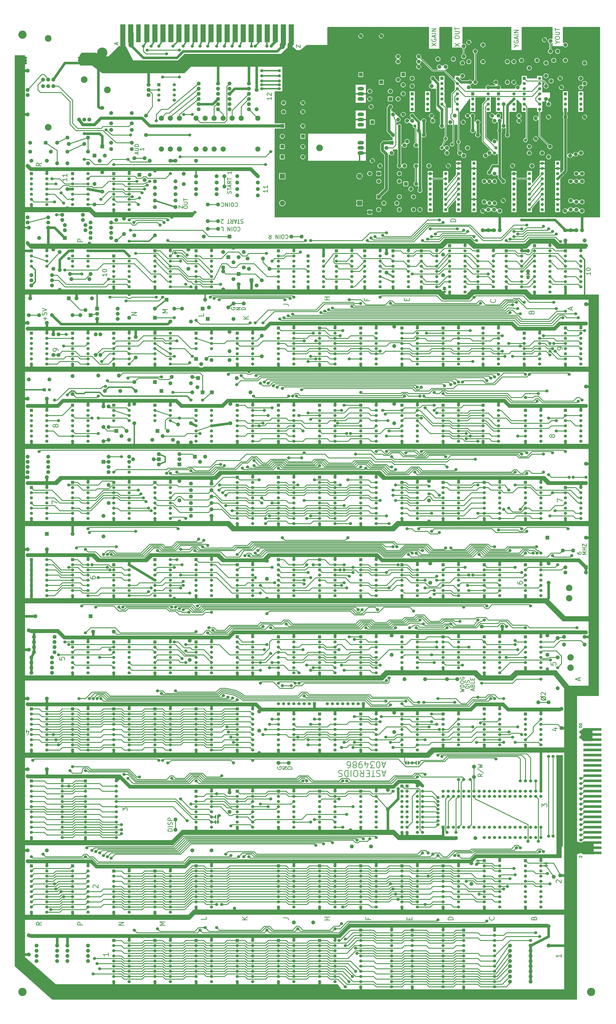
<source format=gtl>
G04 #@! TF.FileFunction,Copper,L1,Top,Signal*
%FSLAX46Y46*%
G04 Gerber Fmt 4.6, Leading zero omitted, Abs format (unit mm)*
G04 Created by KiCad (PCBNEW 4.0.7) date 05/04/19 19:07:48*
%MOMM*%
%LPD*%
G01*
G04 APERTURE LIST*
%ADD10C,0.100000*%
%ADD11C,0.300000*%
%ADD12C,1.905000*%
%ADD13R,1.905000X1.905000*%
%ADD14C,1.524000*%
%ADD15R,1.524000X1.524000*%
%ADD16C,3.302000*%
%ADD17C,2.540000*%
%ADD18C,4.064000*%
%ADD19C,1.016000*%
%ADD20C,5.080000*%
%ADD21R,2.540000X8.890000*%
%ADD22R,2.235200X8.890000*%
%ADD23C,3.175000*%
%ADD24R,2.540000X2.540000*%
%ADD25O,3.175000X1.778000*%
%ADD26C,0.381000*%
%ADD27C,2.540000*%
%ADD28C,5.080000*%
%ADD29C,0.635000*%
%ADD30C,1.524000*%
%ADD31C,1.270000*%
%ADD32C,2.286000*%
%ADD33C,0.250000*%
%ADD34C,0.254000*%
%ADD35C,0.508000*%
G04 APERTURE END LIST*
D10*
D11*
X295858595Y-28484285D02*
X296886690Y-28484285D01*
X294727690Y-29203952D02*
X295858595Y-28484285D01*
X294727690Y-27764619D01*
X294727690Y-26633714D02*
X294727690Y-26222476D01*
X294830500Y-26016857D01*
X295036119Y-25811238D01*
X295447357Y-25708429D01*
X296167024Y-25708429D01*
X296578262Y-25811238D01*
X296783881Y-26016857D01*
X296886690Y-26222476D01*
X296886690Y-26633714D01*
X296783881Y-26839333D01*
X296578262Y-27044952D01*
X296167024Y-27147762D01*
X295447357Y-27147762D01*
X295036119Y-27044952D01*
X294830500Y-26839333D01*
X294727690Y-26633714D01*
X294727690Y-24783142D02*
X296475452Y-24783142D01*
X296681071Y-24680333D01*
X296783881Y-24577523D01*
X296886690Y-24371904D01*
X296886690Y-23960666D01*
X296783881Y-23755047D01*
X296681071Y-23652238D01*
X296475452Y-23549428D01*
X294727690Y-23549428D01*
X294727690Y-22829761D02*
X294727690Y-21596047D01*
X296886690Y-22212904D02*
X294727690Y-22212904D01*
X275538595Y-30319737D02*
X276566690Y-30319737D01*
X274407690Y-31039404D02*
X275538595Y-30319737D01*
X274407690Y-29600071D01*
X274510500Y-27749500D02*
X274407690Y-27955119D01*
X274407690Y-28263547D01*
X274510500Y-28571976D01*
X274716119Y-28777595D01*
X274921738Y-28880404D01*
X275332976Y-28983214D01*
X275641405Y-28983214D01*
X276052643Y-28880404D01*
X276258262Y-28777595D01*
X276463881Y-28571976D01*
X276566690Y-28263547D01*
X276566690Y-28057928D01*
X276463881Y-27749500D01*
X276361071Y-27646690D01*
X275641405Y-27646690D01*
X275641405Y-28057928D01*
X275949833Y-26824214D02*
X275949833Y-25796119D01*
X276566690Y-27029833D02*
X274407690Y-26310166D01*
X276566690Y-25590500D01*
X276566690Y-24870833D02*
X274407690Y-24870833D01*
X276566690Y-23842738D02*
X274407690Y-23842738D01*
X276566690Y-22609024D01*
X274407690Y-22609024D01*
X245197690Y-30534428D02*
X247356690Y-29095095D01*
X245197690Y-29095095D02*
X247356690Y-30534428D01*
X245197690Y-26216429D02*
X245197690Y-25805191D01*
X245300500Y-25599572D01*
X245506119Y-25393953D01*
X245917357Y-25291144D01*
X246637024Y-25291144D01*
X247048262Y-25393953D01*
X247253881Y-25599572D01*
X247356690Y-25805191D01*
X247356690Y-26216429D01*
X247253881Y-26422048D01*
X247048262Y-26627667D01*
X246637024Y-26730477D01*
X245917357Y-26730477D01*
X245506119Y-26627667D01*
X245300500Y-26422048D01*
X245197690Y-26216429D01*
X245197690Y-24365857D02*
X246945452Y-24365857D01*
X247151071Y-24263048D01*
X247253881Y-24160238D01*
X247356690Y-23954619D01*
X247356690Y-23543381D01*
X247253881Y-23337762D01*
X247151071Y-23234953D01*
X246945452Y-23132143D01*
X245197690Y-23132143D01*
X245197690Y-22412476D02*
X245197690Y-21178762D01*
X247356690Y-21795619D02*
X245197690Y-21795619D01*
X233767690Y-30404404D02*
X235926690Y-28965071D01*
X233767690Y-28965071D02*
X235926690Y-30404404D01*
X233870500Y-27011691D02*
X233767690Y-27217310D01*
X233767690Y-27525738D01*
X233870500Y-27834167D01*
X234076119Y-28039786D01*
X234281738Y-28142595D01*
X234692976Y-28245405D01*
X235001405Y-28245405D01*
X235412643Y-28142595D01*
X235618262Y-28039786D01*
X235823881Y-27834167D01*
X235926690Y-27525738D01*
X235926690Y-27320119D01*
X235823881Y-27011691D01*
X235721071Y-26908881D01*
X235001405Y-26908881D01*
X235001405Y-27320119D01*
X235309833Y-26086405D02*
X235309833Y-25058310D01*
X235926690Y-26292024D02*
X233767690Y-25572357D01*
X235926690Y-24852691D01*
X235926690Y-24133024D02*
X233767690Y-24133024D01*
X235926690Y-23104929D02*
X233767690Y-23104929D01*
X235926690Y-21871215D01*
X233767690Y-21871215D01*
X91666786Y-80735714D02*
X91666786Y-81824286D01*
X91666786Y-81280000D02*
X89761786Y-81280000D01*
X90033929Y-81461429D01*
X90215357Y-81642857D01*
X90306071Y-81824286D01*
X88582500Y-83683928D02*
X88582500Y-82776785D01*
X89126786Y-83865356D02*
X87221786Y-83230356D01*
X89126786Y-82595356D01*
X87221786Y-81960357D02*
X88763929Y-81960357D01*
X88945357Y-81869642D01*
X89036071Y-81778928D01*
X89126786Y-81597499D01*
X89126786Y-81234642D01*
X89036071Y-81053214D01*
X88945357Y-80962499D01*
X88763929Y-80871785D01*
X87221786Y-80871785D01*
X89126786Y-79964643D02*
X87221786Y-79964643D01*
X87221786Y-79511071D01*
X87312500Y-79238928D01*
X87493929Y-79057500D01*
X87675357Y-78966785D01*
X88038214Y-78876071D01*
X88310357Y-78876071D01*
X88673214Y-78966785D01*
X88854643Y-79057500D01*
X89036071Y-79238928D01*
X89126786Y-79511071D01*
X89126786Y-79964643D01*
X154646690Y-55656238D02*
X154646690Y-56889952D01*
X154646690Y-56273095D02*
X152487690Y-56273095D01*
X152796119Y-56478714D01*
X153001738Y-56684333D01*
X153104548Y-56889952D01*
X152693310Y-54833762D02*
X152590500Y-54730952D01*
X152487690Y-54525333D01*
X152487690Y-54011286D01*
X152590500Y-53805667D01*
X152693310Y-53702857D01*
X152898929Y-53600048D01*
X153104548Y-53600048D01*
X153412976Y-53702857D01*
X154646690Y-54936571D01*
X154646690Y-53600048D01*
X53681690Y-95661238D02*
X53681690Y-96894952D01*
X53681690Y-96278095D02*
X51522690Y-96278095D01*
X51831119Y-96483714D01*
X52036738Y-96689333D01*
X52139548Y-96894952D01*
X53681690Y-93605048D02*
X53681690Y-94838762D01*
X53681690Y-94221905D02*
X51522690Y-94221905D01*
X51831119Y-94427524D01*
X52036738Y-94633143D01*
X52139548Y-94838762D01*
X152741690Y-101376238D02*
X152741690Y-102609952D01*
X152741690Y-101993095D02*
X150582690Y-101993095D01*
X150891119Y-102198714D01*
X151096738Y-102404333D01*
X151199548Y-102609952D01*
X152741690Y-99320048D02*
X152741690Y-100553762D01*
X152741690Y-99936905D02*
X150582690Y-99936905D01*
X150891119Y-100142524D01*
X151096738Y-100348143D01*
X151199548Y-100553762D01*
X134756071Y-103187501D02*
X134846786Y-102915358D01*
X134846786Y-102461787D01*
X134756071Y-102280358D01*
X134665357Y-102189644D01*
X134483929Y-102098929D01*
X134302500Y-102098929D01*
X134121071Y-102189644D01*
X134030357Y-102280358D01*
X133939643Y-102461787D01*
X133848929Y-102824644D01*
X133758214Y-103006072D01*
X133667500Y-103096787D01*
X133486071Y-103187501D01*
X133304643Y-103187501D01*
X133123214Y-103096787D01*
X133032500Y-103006072D01*
X132941786Y-102824644D01*
X132941786Y-102371072D01*
X133032500Y-102098929D01*
X132941786Y-101554643D02*
X132941786Y-100466072D01*
X134846786Y-101010358D02*
X132941786Y-101010358D01*
X134302500Y-99921786D02*
X134302500Y-99014643D01*
X134846786Y-100103214D02*
X132941786Y-99468214D01*
X134846786Y-98833214D01*
X134846786Y-97109643D02*
X133939643Y-97744643D01*
X134846786Y-98198215D02*
X132941786Y-98198215D01*
X132941786Y-97472500D01*
X133032500Y-97291072D01*
X133123214Y-97200357D01*
X133304643Y-97109643D01*
X133576786Y-97109643D01*
X133758214Y-97200357D01*
X133848929Y-97291072D01*
X133939643Y-97472500D01*
X133939643Y-98198215D01*
X132941786Y-96565357D02*
X132941786Y-95476786D01*
X134846786Y-96021072D02*
X132941786Y-96021072D01*
X134846786Y-92392499D02*
X134846786Y-93481071D01*
X134846786Y-92936785D02*
X132941786Y-92936785D01*
X133213929Y-93118214D01*
X133395357Y-93299642D01*
X133486071Y-93481071D01*
X111351786Y-110108999D02*
X111351786Y-109746142D01*
X111442500Y-109564714D01*
X111623929Y-109383285D01*
X111986786Y-109292571D01*
X112621786Y-109292571D01*
X112984643Y-109383285D01*
X113166071Y-109564714D01*
X113256786Y-109746142D01*
X113256786Y-110108999D01*
X113166071Y-110290428D01*
X112984643Y-110471857D01*
X112621786Y-110562571D01*
X111986786Y-110562571D01*
X111623929Y-110471857D01*
X111442500Y-110290428D01*
X111351786Y-110108999D01*
X111351786Y-108476143D02*
X112893929Y-108476143D01*
X113075357Y-108385428D01*
X113166071Y-108294714D01*
X113256786Y-108113285D01*
X113256786Y-107750428D01*
X113166071Y-107569000D01*
X113075357Y-107478285D01*
X112893929Y-107387571D01*
X111351786Y-107387571D01*
X111351786Y-106752571D02*
X111351786Y-105664000D01*
X113256786Y-106208286D02*
X111351786Y-106208286D01*
X110898214Y-109220000D02*
X110898214Y-110490000D01*
X108993214Y-109220000D01*
X108993214Y-110490000D01*
X136797142Y-107904643D02*
X136887856Y-107813929D01*
X137159999Y-107723214D01*
X137341428Y-107723214D01*
X137613571Y-107813929D01*
X137794999Y-107995357D01*
X137885714Y-108176786D01*
X137976428Y-108539643D01*
X137976428Y-108811786D01*
X137885714Y-109174643D01*
X137794999Y-109356071D01*
X137613571Y-109537500D01*
X137341428Y-109628214D01*
X137159999Y-109628214D01*
X136887856Y-109537500D01*
X136797142Y-109446786D01*
X135617856Y-109628214D02*
X135254999Y-109628214D01*
X135073571Y-109537500D01*
X134892142Y-109356071D01*
X134801428Y-108993214D01*
X134801428Y-108358214D01*
X134892142Y-107995357D01*
X135073571Y-107813929D01*
X135254999Y-107723214D01*
X135617856Y-107723214D01*
X135799285Y-107813929D01*
X135980714Y-107995357D01*
X136071428Y-108358214D01*
X136071428Y-108993214D01*
X135980714Y-109356071D01*
X135799285Y-109537500D01*
X135617856Y-109628214D01*
X133985000Y-107723214D02*
X133985000Y-109628214D01*
X133077857Y-107723214D02*
X133077857Y-109628214D01*
X131989285Y-107723214D01*
X131989285Y-109628214D01*
X129993571Y-107904643D02*
X130084285Y-107813929D01*
X130356428Y-107723214D01*
X130537857Y-107723214D01*
X130810000Y-107813929D01*
X130991428Y-107995357D01*
X131082143Y-108176786D01*
X131172857Y-108539643D01*
X131172857Y-108811786D01*
X131082143Y-109174643D01*
X130991428Y-109356071D01*
X130810000Y-109537500D01*
X130537857Y-109628214D01*
X130356428Y-109628214D01*
X130084285Y-109537500D01*
X129993571Y-109446786D01*
X140652501Y-116068929D02*
X140380358Y-115978214D01*
X139926787Y-115978214D01*
X139745358Y-116068929D01*
X139654644Y-116159643D01*
X139563929Y-116341071D01*
X139563929Y-116522500D01*
X139654644Y-116703929D01*
X139745358Y-116794643D01*
X139926787Y-116885357D01*
X140289644Y-116976071D01*
X140471072Y-117066786D01*
X140561787Y-117157500D01*
X140652501Y-117338929D01*
X140652501Y-117520357D01*
X140561787Y-117701786D01*
X140471072Y-117792500D01*
X140289644Y-117883214D01*
X139836072Y-117883214D01*
X139563929Y-117792500D01*
X139019643Y-117883214D02*
X137931072Y-117883214D01*
X138475358Y-115978214D02*
X138475358Y-117883214D01*
X137386786Y-116522500D02*
X136479643Y-116522500D01*
X137568214Y-115978214D02*
X136933214Y-117883214D01*
X136298214Y-115978214D01*
X134574643Y-115978214D02*
X135209643Y-116885357D01*
X135663215Y-115978214D02*
X135663215Y-117883214D01*
X134937500Y-117883214D01*
X134756072Y-117792500D01*
X134665357Y-117701786D01*
X134574643Y-117520357D01*
X134574643Y-117248214D01*
X134665357Y-117066786D01*
X134756072Y-116976071D01*
X134937500Y-116885357D01*
X135663215Y-116885357D01*
X134030357Y-117883214D02*
X132941786Y-117883214D01*
X133486072Y-115978214D02*
X133486072Y-117883214D01*
X130946071Y-117701786D02*
X130855357Y-117792500D01*
X130673928Y-117883214D01*
X130220357Y-117883214D01*
X130038928Y-117792500D01*
X129948214Y-117701786D01*
X129857499Y-117520357D01*
X129857499Y-117338929D01*
X129948214Y-117066786D01*
X131036785Y-115978214D01*
X129857499Y-115978214D01*
X137976428Y-119969643D02*
X138067142Y-119878929D01*
X138339285Y-119788214D01*
X138520714Y-119788214D01*
X138792857Y-119878929D01*
X138974285Y-120060357D01*
X139065000Y-120241786D01*
X139155714Y-120604643D01*
X139155714Y-120876786D01*
X139065000Y-121239643D01*
X138974285Y-121421071D01*
X138792857Y-121602500D01*
X138520714Y-121693214D01*
X138339285Y-121693214D01*
X138067142Y-121602500D01*
X137976428Y-121511786D01*
X136797142Y-121693214D02*
X136434285Y-121693214D01*
X136252857Y-121602500D01*
X136071428Y-121421071D01*
X135980714Y-121058214D01*
X135980714Y-120423214D01*
X136071428Y-120060357D01*
X136252857Y-119878929D01*
X136434285Y-119788214D01*
X136797142Y-119788214D01*
X136978571Y-119878929D01*
X137160000Y-120060357D01*
X137250714Y-120423214D01*
X137250714Y-121058214D01*
X137160000Y-121421071D01*
X136978571Y-121602500D01*
X136797142Y-121693214D01*
X135164286Y-119788214D02*
X135164286Y-121693214D01*
X134257143Y-119788214D02*
X134257143Y-121693214D01*
X133168571Y-119788214D01*
X133168571Y-121693214D01*
X129902857Y-119788214D02*
X130810000Y-119788214D01*
X130810000Y-121693214D01*
X161652857Y-123779643D02*
X161743571Y-123688929D01*
X162015714Y-123598214D01*
X162197143Y-123598214D01*
X162469286Y-123688929D01*
X162650714Y-123870357D01*
X162741429Y-124051786D01*
X162832143Y-124414643D01*
X162832143Y-124686786D01*
X162741429Y-125049643D01*
X162650714Y-125231071D01*
X162469286Y-125412500D01*
X162197143Y-125503214D01*
X162015714Y-125503214D01*
X161743571Y-125412500D01*
X161652857Y-125321786D01*
X160473571Y-125503214D02*
X160110714Y-125503214D01*
X159929286Y-125412500D01*
X159747857Y-125231071D01*
X159657143Y-124868214D01*
X159657143Y-124233214D01*
X159747857Y-123870357D01*
X159929286Y-123688929D01*
X160110714Y-123598214D01*
X160473571Y-123598214D01*
X160655000Y-123688929D01*
X160836429Y-123870357D01*
X160927143Y-124233214D01*
X160927143Y-124868214D01*
X160836429Y-125231071D01*
X160655000Y-125412500D01*
X160473571Y-125503214D01*
X158840715Y-123598214D02*
X158840715Y-125503214D01*
X157933572Y-123598214D02*
X157933572Y-125503214D01*
X156845000Y-123598214D01*
X156845000Y-125503214D01*
X153397857Y-123598214D02*
X154032857Y-124505357D01*
X154486429Y-123598214D02*
X154486429Y-125503214D01*
X153760714Y-125503214D01*
X153579286Y-125412500D01*
X153488571Y-125321786D01*
X153397857Y-125140357D01*
X153397857Y-124868214D01*
X153488571Y-124686786D01*
X153579286Y-124596071D01*
X153760714Y-124505357D01*
X154486429Y-124505357D01*
X41154048Y-88113810D02*
X39944524Y-88960476D01*
X41154048Y-89565238D02*
X38614048Y-89565238D01*
X38614048Y-88597619D01*
X38735000Y-88355714D01*
X38855952Y-88234762D01*
X39097857Y-88113810D01*
X39460714Y-88113810D01*
X39702619Y-88234762D01*
X39823571Y-88355714D01*
X39944524Y-88597619D01*
X39944524Y-89565238D01*
X61474048Y-127030238D02*
X58934048Y-127030238D01*
X58934048Y-126062619D01*
X59055000Y-125820714D01*
X59175952Y-125699762D01*
X59417857Y-125578810D01*
X59780714Y-125578810D01*
X60022619Y-125699762D01*
X60143571Y-125820714D01*
X60264524Y-126062619D01*
X60264524Y-127030238D01*
X88144048Y-163285714D02*
X85604048Y-163285714D01*
X88144048Y-161834286D01*
X85604048Y-161834286D01*
X103384048Y-162136666D02*
X100844048Y-162136666D01*
X102658333Y-161289999D01*
X100844048Y-160443333D01*
X103384048Y-160443333D01*
X121164048Y-162408809D02*
X121164048Y-163618333D01*
X118624048Y-163618333D01*
X141831786Y-160518929D02*
X139926786Y-160518929D01*
X139926786Y-160065357D01*
X140017500Y-159793214D01*
X140198929Y-159611786D01*
X140380357Y-159521071D01*
X140743214Y-159430357D01*
X141015357Y-159430357D01*
X141378214Y-159521071D01*
X141559643Y-159611786D01*
X141741071Y-159793214D01*
X141831786Y-160065357D01*
X141831786Y-160518929D01*
X139291786Y-160564286D02*
X137386786Y-160564286D01*
X139291786Y-159475714D01*
X137386786Y-159475714D01*
X134937500Y-159521071D02*
X134846786Y-159702500D01*
X134846786Y-159974643D01*
X134937500Y-160246786D01*
X135118929Y-160428214D01*
X135300357Y-160518929D01*
X135663214Y-160609643D01*
X135935357Y-160609643D01*
X136298214Y-160518929D01*
X136479643Y-160428214D01*
X136661071Y-160246786D01*
X136751786Y-159974643D01*
X136751786Y-159793214D01*
X136661071Y-159521071D01*
X136570357Y-159430357D01*
X135935357Y-159430357D01*
X135935357Y-159793214D01*
X143389048Y-165130238D02*
X140849048Y-165130238D01*
X143389048Y-163678810D02*
X141937619Y-164767381D01*
X140849048Y-163678810D02*
X142300476Y-165130238D01*
X160534048Y-157752143D02*
X162348333Y-157752143D01*
X162711190Y-157873095D01*
X162953095Y-158115000D01*
X163074048Y-158477857D01*
X163074048Y-158719762D01*
X183394048Y-155665714D02*
X180854048Y-155665714D01*
X182063571Y-155665714D02*
X182063571Y-154214286D01*
X183394048Y-154214286D02*
X180854048Y-154214286D01*
X201748571Y-155212142D02*
X201748571Y-156058809D01*
X203079048Y-156058809D02*
X200539048Y-156058809D01*
X200539048Y-154849285D01*
X221433571Y-156119285D02*
X221433571Y-155272618D01*
X222764048Y-154909761D02*
X222764048Y-156119285D01*
X220224048Y-156119285D01*
X220224048Y-154909761D01*
X245624048Y-117124238D02*
X243084048Y-117124238D01*
X243084048Y-116519476D01*
X243205000Y-116156619D01*
X243446905Y-115914714D01*
X243688810Y-115793762D01*
X244172619Y-115672810D01*
X244535476Y-115672810D01*
X245019286Y-115793762D01*
X245261190Y-115914714D01*
X245503095Y-116156619D01*
X245624048Y-116519476D01*
X245624048Y-117124238D01*
X265067143Y-155423810D02*
X265188095Y-155544762D01*
X265309048Y-155907619D01*
X265309048Y-156149524D01*
X265188095Y-156512381D01*
X264946190Y-156754286D01*
X264704286Y-156875238D01*
X264220476Y-156996190D01*
X263857619Y-156996190D01*
X263373810Y-156875238D01*
X263131905Y-156754286D01*
X262890000Y-156512381D01*
X262769048Y-156149524D01*
X262769048Y-155907619D01*
X262890000Y-155544762D01*
X263010952Y-155423810D01*
X283028571Y-161743571D02*
X283149524Y-161380714D01*
X283270476Y-161259762D01*
X283512381Y-161138810D01*
X283875238Y-161138810D01*
X284117143Y-161259762D01*
X284238095Y-161380714D01*
X284359048Y-161622619D01*
X284359048Y-162590238D01*
X281819048Y-162590238D01*
X281819048Y-161743571D01*
X281940000Y-161501667D01*
X282060952Y-161380714D01*
X282302857Y-161259762D01*
X282544762Y-161259762D01*
X282786667Y-161380714D01*
X282907619Y-161501667D01*
X283028571Y-161743571D01*
X283028571Y-162590238D01*
X302683333Y-160624761D02*
X302683333Y-159415238D01*
X303409048Y-160866666D02*
X300869048Y-160020000D01*
X303409048Y-159173333D01*
X312126690Y-142016238D02*
X312126690Y-143249952D01*
X312126690Y-142633095D02*
X309967690Y-142633095D01*
X310276119Y-142838714D01*
X310481738Y-143044333D01*
X310584548Y-143249952D01*
X309967690Y-140679714D02*
X309967690Y-140474095D01*
X310070500Y-140268476D01*
X310173310Y-140165667D01*
X310378929Y-140062857D01*
X310790167Y-139960048D01*
X311304214Y-139960048D01*
X311715452Y-140062857D01*
X311921071Y-140165667D01*
X312023881Y-140268476D01*
X312126690Y-140474095D01*
X312126690Y-140679714D01*
X312023881Y-140885333D01*
X311921071Y-140988143D01*
X311715452Y-141090952D01*
X311304214Y-141193762D01*
X310790167Y-141193762D01*
X310378929Y-141090952D01*
X310173310Y-140988143D01*
X310070500Y-140885333D01*
X309967690Y-140679714D01*
X73366690Y-142651238D02*
X73366690Y-143884952D01*
X73366690Y-143268095D02*
X71207690Y-143268095D01*
X71516119Y-143473714D01*
X71721738Y-143679333D01*
X71824548Y-143884952D01*
X71207690Y-141314714D02*
X71207690Y-141109095D01*
X71310500Y-140903476D01*
X71413310Y-140800667D01*
X71618929Y-140697857D01*
X72030167Y-140595048D01*
X72544214Y-140595048D01*
X72955452Y-140697857D01*
X73161071Y-140800667D01*
X73263881Y-140903476D01*
X73366690Y-141109095D01*
X73366690Y-141314714D01*
X73263881Y-141520333D01*
X73161071Y-141623143D01*
X72955452Y-141725952D01*
X72544214Y-141828762D01*
X72030167Y-141828762D01*
X71618929Y-141725952D01*
X71413310Y-141623143D01*
X71310500Y-141520333D01*
X71207690Y-141314714D01*
X42953214Y-165716856D02*
X42953214Y-164071904D01*
X43775690Y-164894380D02*
X42130738Y-164894380D01*
X41616690Y-162015713D02*
X41616690Y-163043808D01*
X42644786Y-163146618D01*
X42541976Y-163043808D01*
X42439167Y-162838189D01*
X42439167Y-162324142D01*
X42541976Y-162118523D01*
X42644786Y-162015713D01*
X42850405Y-161912904D01*
X43364452Y-161912904D01*
X43570071Y-162015713D01*
X43672881Y-162118523D01*
X43775690Y-162324142D01*
X43775690Y-162838189D01*
X43672881Y-163043808D01*
X43570071Y-163146618D01*
X41616690Y-161296047D02*
X43775690Y-160576380D01*
X41616690Y-159856714D01*
X298329048Y-180188810D02*
X298329048Y-179705000D01*
X298208095Y-179463095D01*
X298087143Y-179342143D01*
X297724286Y-179100238D01*
X297240476Y-178979286D01*
X296272857Y-178979286D01*
X296030952Y-179100238D01*
X295910000Y-179221191D01*
X295789048Y-179463095D01*
X295789048Y-179946905D01*
X295910000Y-180188810D01*
X296030952Y-180309762D01*
X296272857Y-180430714D01*
X296877619Y-180430714D01*
X297119524Y-180309762D01*
X297240476Y-180188810D01*
X297361429Y-179946905D01*
X297361429Y-179463095D01*
X297240476Y-179221191D01*
X297119524Y-179100238D01*
X296877619Y-178979286D01*
X49409048Y-180823810D02*
X49409048Y-180340000D01*
X49288095Y-180098095D01*
X49167143Y-179977143D01*
X48804286Y-179735238D01*
X48320476Y-179614286D01*
X47352857Y-179614286D01*
X47110952Y-179735238D01*
X46990000Y-179856191D01*
X46869048Y-180098095D01*
X46869048Y-180581905D01*
X46990000Y-180823810D01*
X47110952Y-180944762D01*
X47352857Y-181065714D01*
X47957619Y-181065714D01*
X48199524Y-180944762D01*
X48320476Y-180823810D01*
X48441429Y-180581905D01*
X48441429Y-180098095D01*
X48320476Y-179856191D01*
X48199524Y-179735238D01*
X47957619Y-179614286D01*
X293067619Y-222643095D02*
X292946667Y-222401190D01*
X292825714Y-222280238D01*
X292583810Y-222159286D01*
X292462857Y-222159286D01*
X292220952Y-222280238D01*
X292100000Y-222401190D01*
X291979048Y-222643095D01*
X291979048Y-223126905D01*
X292100000Y-223368809D01*
X292220952Y-223489762D01*
X292462857Y-223610714D01*
X292583810Y-223610714D01*
X292825714Y-223489762D01*
X292946667Y-223368809D01*
X293067619Y-223126905D01*
X293067619Y-222643095D01*
X293188571Y-222401190D01*
X293309524Y-222280238D01*
X293551429Y-222159286D01*
X294035238Y-222159286D01*
X294277143Y-222280238D01*
X294398095Y-222401190D01*
X294519048Y-222643095D01*
X294519048Y-223126905D01*
X294398095Y-223368809D01*
X294277143Y-223489762D01*
X294035238Y-223610714D01*
X293551429Y-223610714D01*
X293309524Y-223489762D01*
X293188571Y-223368809D01*
X293067619Y-223126905D01*
X47957619Y-217563095D02*
X47836667Y-217321190D01*
X47715714Y-217200238D01*
X47473810Y-217079286D01*
X47352857Y-217079286D01*
X47110952Y-217200238D01*
X46990000Y-217321190D01*
X46869048Y-217563095D01*
X46869048Y-218046905D01*
X46990000Y-218288809D01*
X47110952Y-218409762D01*
X47352857Y-218530714D01*
X47473810Y-218530714D01*
X47715714Y-218409762D01*
X47836667Y-218288809D01*
X47957619Y-218046905D01*
X47957619Y-217563095D01*
X48078571Y-217321190D01*
X48199524Y-217200238D01*
X48441429Y-217079286D01*
X48925238Y-217079286D01*
X49167143Y-217200238D01*
X49288095Y-217321190D01*
X49409048Y-217563095D01*
X49409048Y-218046905D01*
X49288095Y-218288809D01*
X49167143Y-218409762D01*
X48925238Y-218530714D01*
X48441429Y-218530714D01*
X48199524Y-218409762D01*
X48078571Y-218288809D01*
X47957619Y-218046905D01*
X295789048Y-255481667D02*
X295789048Y-253788334D01*
X298329048Y-254876905D01*
X46361048Y-256497667D02*
X46361048Y-254804334D01*
X48901048Y-255892905D01*
X166977786Y-31115000D02*
X166977786Y-29845000D01*
X168882786Y-31115000D01*
X168882786Y-29845000D01*
X78422500Y-28756429D02*
X78422500Y-29663572D01*
X78966786Y-28575001D02*
X77061786Y-29210001D01*
X78966786Y-29845001D01*
X310106786Y-281305000D02*
X308201786Y-281305000D01*
X309562500Y-280670000D01*
X308201786Y-280035000D01*
X310106786Y-280035000D01*
X310106786Y-279127857D02*
X308201786Y-279127857D01*
X309108929Y-279127857D02*
X309108929Y-278039285D01*
X310106786Y-278039285D02*
X308201786Y-278039285D01*
X308201786Y-277313571D02*
X308201786Y-276043571D01*
X310106786Y-277313571D01*
X310106786Y-276043571D01*
X305661786Y-280307143D02*
X305661786Y-280670000D01*
X305752500Y-280851429D01*
X305843214Y-280942143D01*
X306115357Y-281123572D01*
X306478214Y-281214286D01*
X307203929Y-281214286D01*
X307385357Y-281123572D01*
X307476071Y-281032857D01*
X307566786Y-280851429D01*
X307566786Y-280488572D01*
X307476071Y-280307143D01*
X307385357Y-280216429D01*
X307203929Y-280125714D01*
X306750357Y-280125714D01*
X306568929Y-280216429D01*
X306478214Y-280307143D01*
X306387500Y-280488572D01*
X306387500Y-280851429D01*
X306478214Y-281032857D01*
X306568929Y-281123572D01*
X306750357Y-281214286D01*
X306644524Y-366062381D02*
X306644524Y-366667143D01*
X307249286Y-366727619D01*
X307188810Y-366667143D01*
X307128333Y-366546191D01*
X307128333Y-366243810D01*
X307188810Y-366122857D01*
X307249286Y-366062381D01*
X307370238Y-366001905D01*
X307672619Y-366001905D01*
X307793571Y-366062381D01*
X307854048Y-366122857D01*
X307914524Y-366243810D01*
X307914524Y-366546191D01*
X307854048Y-366667143D01*
X307793571Y-366727619D01*
X306644524Y-365215714D02*
X306644524Y-365094762D01*
X306705000Y-364973810D01*
X306765476Y-364913333D01*
X306886429Y-364852857D01*
X307128333Y-364792381D01*
X307430714Y-364792381D01*
X307672619Y-364852857D01*
X307793571Y-364913333D01*
X307854048Y-364973810D01*
X307914524Y-365094762D01*
X307914524Y-365215714D01*
X307854048Y-365336667D01*
X307793571Y-365397143D01*
X307672619Y-365457619D01*
X307430714Y-365518095D01*
X307128333Y-365518095D01*
X306886429Y-365457619D01*
X306765476Y-365397143D01*
X306705000Y-365336667D01*
X306644524Y-365215714D01*
X306765476Y-430892857D02*
X306705000Y-430832381D01*
X306644524Y-430711429D01*
X306644524Y-430409048D01*
X306705000Y-430288095D01*
X306765476Y-430227619D01*
X306886429Y-430167143D01*
X307007381Y-430167143D01*
X307188810Y-430227619D01*
X307914524Y-430953333D01*
X307914524Y-430167143D01*
X276104048Y-294791191D02*
X276104048Y-295275000D01*
X276225000Y-295516905D01*
X276345952Y-295637857D01*
X276708810Y-295879762D01*
X277192619Y-296000714D01*
X278160238Y-296000714D01*
X278402143Y-295879762D01*
X278523095Y-295758810D01*
X278644048Y-295516905D01*
X278644048Y-295033095D01*
X278523095Y-294791191D01*
X278402143Y-294670238D01*
X278160238Y-294549286D01*
X277555476Y-294549286D01*
X277313571Y-294670238D01*
X277192619Y-294791191D01*
X277071667Y-295033095D01*
X277071667Y-295516905D01*
X277192619Y-295758810D01*
X277313571Y-295879762D01*
X277555476Y-296000714D01*
X65284048Y-292251191D02*
X65284048Y-292735000D01*
X65405000Y-292976905D01*
X65525952Y-293097857D01*
X65888810Y-293339762D01*
X66372619Y-293460714D01*
X67340238Y-293460714D01*
X67582143Y-293339762D01*
X67703095Y-293218810D01*
X67824048Y-292976905D01*
X67824048Y-292493095D01*
X67703095Y-292251191D01*
X67582143Y-292130238D01*
X67340238Y-292009286D01*
X66735476Y-292009286D01*
X66493571Y-292130238D01*
X66372619Y-292251191D01*
X66251667Y-292493095D01*
X66251667Y-292976905D01*
X66372619Y-293218810D01*
X66493571Y-293339762D01*
X66735476Y-293460714D01*
X50044048Y-332135238D02*
X50044048Y-333344762D01*
X51253571Y-333465714D01*
X51132619Y-333344762D01*
X51011667Y-333102857D01*
X51011667Y-332498095D01*
X51132619Y-332256191D01*
X51253571Y-332135238D01*
X51495476Y-332014286D01*
X52100238Y-332014286D01*
X52342143Y-332135238D01*
X52463095Y-332256191D01*
X52584048Y-332498095D01*
X52584048Y-333102857D01*
X52463095Y-333344762D01*
X52342143Y-333465714D01*
X292614048Y-334675238D02*
X292614048Y-335884762D01*
X293823571Y-336005714D01*
X293702619Y-335884762D01*
X293581667Y-335642857D01*
X293581667Y-335038095D01*
X293702619Y-334796191D01*
X293823571Y-334675238D01*
X294065476Y-334554286D01*
X294670238Y-334554286D01*
X294912143Y-334675238D01*
X295033095Y-334796191D01*
X295154048Y-335038095D01*
X295154048Y-335642857D01*
X295033095Y-335884762D01*
X294912143Y-336005714D01*
X306493333Y-343504761D02*
X306493333Y-342295238D01*
X307219048Y-343746666D02*
X304679048Y-342900000D01*
X307219048Y-342053333D01*
X287948310Y-350628857D02*
X287845500Y-350526047D01*
X287742690Y-350320428D01*
X287742690Y-349806381D01*
X287845500Y-349600762D01*
X287948310Y-349497952D01*
X288153929Y-349395143D01*
X288359548Y-349395143D01*
X288667976Y-349497952D01*
X289901690Y-350731666D01*
X289901690Y-349395143D01*
X254317500Y-348478928D02*
X254317500Y-347571785D01*
X254861786Y-348660356D02*
X252956786Y-348025356D01*
X254861786Y-347390356D01*
X253863929Y-346120357D02*
X253954643Y-345848214D01*
X254045357Y-345757499D01*
X254226786Y-345666785D01*
X254498929Y-345666785D01*
X254680357Y-345757499D01*
X254771071Y-345848214D01*
X254861786Y-346029642D01*
X254861786Y-346755357D01*
X252956786Y-346755357D01*
X252956786Y-346120357D01*
X253047500Y-345938928D01*
X253138214Y-345848214D01*
X253319643Y-345757499D01*
X253501071Y-345757499D01*
X253682500Y-345848214D01*
X253773214Y-345938928D01*
X253863929Y-346120357D01*
X253863929Y-346755357D01*
X254861786Y-343943214D02*
X254861786Y-344850357D01*
X252956786Y-344850357D01*
X253863929Y-343308214D02*
X253863929Y-342673214D01*
X254861786Y-342401071D02*
X254861786Y-343308214D01*
X252956786Y-343308214D01*
X252956786Y-342401071D01*
X252321786Y-347299643D02*
X250416786Y-347299643D01*
X250416786Y-346846071D01*
X250507500Y-346573928D01*
X250688929Y-346392500D01*
X250870357Y-346301785D01*
X251233214Y-346211071D01*
X251505357Y-346211071D01*
X251868214Y-346301785D01*
X252049643Y-346392500D01*
X252231071Y-346573928D01*
X252321786Y-346846071D01*
X252321786Y-347299643D01*
X252321786Y-345394643D02*
X250416786Y-345394643D01*
X252231071Y-344578214D02*
X252321786Y-344306071D01*
X252321786Y-343852500D01*
X252231071Y-343671071D01*
X252140357Y-343580357D01*
X251958929Y-343489642D01*
X251777500Y-343489642D01*
X251596071Y-343580357D01*
X251505357Y-343671071D01*
X251414643Y-343852500D01*
X251323929Y-344215357D01*
X251233214Y-344396785D01*
X251142500Y-344487500D01*
X250961071Y-344578214D01*
X250779643Y-344578214D01*
X250598214Y-344487500D01*
X250507500Y-344396785D01*
X250416786Y-344215357D01*
X250416786Y-343761785D01*
X250507500Y-343489642D01*
X247876786Y-349159285D02*
X249781786Y-348705714D01*
X248421071Y-348342857D01*
X249781786Y-347979999D01*
X247876786Y-347526428D01*
X249781786Y-346800714D02*
X247876786Y-346800714D01*
X247876786Y-346347142D01*
X247967500Y-346074999D01*
X248148929Y-345893571D01*
X248330357Y-345802856D01*
X248693214Y-345712142D01*
X248965357Y-345712142D01*
X249328214Y-345802856D01*
X249509643Y-345893571D01*
X249691071Y-346074999D01*
X249781786Y-346347142D01*
X249781786Y-346800714D01*
X247876786Y-344532856D02*
X247876786Y-344169999D01*
X247967500Y-343988571D01*
X248148929Y-343807142D01*
X248511786Y-343716428D01*
X249146786Y-343716428D01*
X249509643Y-343807142D01*
X249691071Y-343988571D01*
X249781786Y-344169999D01*
X249781786Y-344532856D01*
X249691071Y-344714285D01*
X249509643Y-344895714D01*
X249146786Y-344986428D01*
X248511786Y-344986428D01*
X248148929Y-344895714D01*
X247967500Y-344714285D01*
X247876786Y-344532856D01*
X247967500Y-341902142D02*
X247876786Y-342083571D01*
X247876786Y-342355714D01*
X247967500Y-342627857D01*
X248148929Y-342809285D01*
X248330357Y-342900000D01*
X248693214Y-342990714D01*
X248965357Y-342990714D01*
X249328214Y-342900000D01*
X249509643Y-342809285D01*
X249691071Y-342627857D01*
X249781786Y-342355714D01*
X249781786Y-342174285D01*
X249691071Y-341902142D01*
X249600357Y-341811428D01*
X248965357Y-341811428D01*
X248965357Y-342174285D01*
X33806191Y-369479286D02*
X33806191Y-367785952D01*
X34410953Y-370446905D02*
X35015714Y-368632619D01*
X33443334Y-368632619D01*
X294095714Y-367181191D02*
X295789048Y-367181191D01*
X293128095Y-367785953D02*
X294942381Y-368390714D01*
X294942381Y-366818334D01*
X210856285Y-384429000D02*
X209404856Y-384429000D01*
X211146570Y-383558143D02*
X210130570Y-386606143D01*
X209114570Y-383558143D01*
X207517999Y-386606143D02*
X207227714Y-386606143D01*
X206937428Y-386461000D01*
X206792285Y-386315857D01*
X206647142Y-386025571D01*
X206501999Y-385445000D01*
X206501999Y-384719286D01*
X206647142Y-384138714D01*
X206792285Y-383848429D01*
X206937428Y-383703286D01*
X207227714Y-383558143D01*
X207517999Y-383558143D01*
X207808285Y-383703286D01*
X207953428Y-383848429D01*
X208098571Y-384138714D01*
X208243714Y-384719286D01*
X208243714Y-385445000D01*
X208098571Y-386025571D01*
X207953428Y-386315857D01*
X207808285Y-386461000D01*
X207517999Y-386606143D01*
X205485999Y-386606143D02*
X203599142Y-386606143D01*
X204615142Y-385445000D01*
X204179714Y-385445000D01*
X203889428Y-385299857D01*
X203744285Y-385154714D01*
X203599142Y-384864429D01*
X203599142Y-384138714D01*
X203744285Y-383848429D01*
X203889428Y-383703286D01*
X204179714Y-383558143D01*
X205050571Y-383558143D01*
X205340857Y-383703286D01*
X205485999Y-383848429D01*
X200986571Y-385590143D02*
X200986571Y-383558143D01*
X201712285Y-386751286D02*
X202438000Y-384574143D01*
X200551142Y-384574143D01*
X199244857Y-383558143D02*
X198664285Y-383558143D01*
X198374000Y-383703286D01*
X198228857Y-383848429D01*
X197938571Y-384283857D01*
X197793428Y-384864429D01*
X197793428Y-386025571D01*
X197938571Y-386315857D01*
X198083714Y-386461000D01*
X198374000Y-386606143D01*
X198954571Y-386606143D01*
X199244857Y-386461000D01*
X199390000Y-386315857D01*
X199535143Y-386025571D01*
X199535143Y-385299857D01*
X199390000Y-385009571D01*
X199244857Y-384864429D01*
X198954571Y-384719286D01*
X198374000Y-384719286D01*
X198083714Y-384864429D01*
X197938571Y-385009571D01*
X197793428Y-385299857D01*
X196051714Y-385299857D02*
X196342000Y-385445000D01*
X196487143Y-385590143D01*
X196632286Y-385880429D01*
X196632286Y-386025571D01*
X196487143Y-386315857D01*
X196342000Y-386461000D01*
X196051714Y-386606143D01*
X195471143Y-386606143D01*
X195180857Y-386461000D01*
X195035714Y-386315857D01*
X194890571Y-386025571D01*
X194890571Y-385880429D01*
X195035714Y-385590143D01*
X195180857Y-385445000D01*
X195471143Y-385299857D01*
X196051714Y-385299857D01*
X196342000Y-385154714D01*
X196487143Y-385009571D01*
X196632286Y-384719286D01*
X196632286Y-384138714D01*
X196487143Y-383848429D01*
X196342000Y-383703286D01*
X196051714Y-383558143D01*
X195471143Y-383558143D01*
X195180857Y-383703286D01*
X195035714Y-383848429D01*
X194890571Y-384138714D01*
X194890571Y-384719286D01*
X195035714Y-385009571D01*
X195180857Y-385154714D01*
X195471143Y-385299857D01*
X192278000Y-386606143D02*
X192858571Y-386606143D01*
X193148857Y-386461000D01*
X193294000Y-386315857D01*
X193584286Y-385880429D01*
X193729429Y-385299857D01*
X193729429Y-384138714D01*
X193584286Y-383848429D01*
X193439143Y-383703286D01*
X193148857Y-383558143D01*
X192568286Y-383558143D01*
X192278000Y-383703286D01*
X192132857Y-383848429D01*
X191987714Y-384138714D01*
X191987714Y-384864429D01*
X192132857Y-385154714D01*
X192278000Y-385299857D01*
X192568286Y-385445000D01*
X193148857Y-385445000D01*
X193439143Y-385299857D01*
X193584286Y-385154714D01*
X193729429Y-384864429D01*
X210928857Y-388747000D02*
X209477428Y-388747000D01*
X211219142Y-387876143D02*
X210203142Y-390924143D01*
X209187142Y-387876143D01*
X208316286Y-388021286D02*
X207880857Y-387876143D01*
X207155143Y-387876143D01*
X206864857Y-388021286D01*
X206719714Y-388166429D01*
X206574571Y-388456714D01*
X206574571Y-388747000D01*
X206719714Y-389037286D01*
X206864857Y-389182429D01*
X207155143Y-389327571D01*
X207735714Y-389472714D01*
X208026000Y-389617857D01*
X208171143Y-389763000D01*
X208316286Y-390053286D01*
X208316286Y-390343571D01*
X208171143Y-390633857D01*
X208026000Y-390779000D01*
X207735714Y-390924143D01*
X207010000Y-390924143D01*
X206574571Y-390779000D01*
X205703714Y-390924143D02*
X203962000Y-390924143D01*
X204832857Y-387876143D02*
X204832857Y-390924143D01*
X202946000Y-389472714D02*
X201930000Y-389472714D01*
X201494571Y-387876143D02*
X202946000Y-387876143D01*
X202946000Y-390924143D01*
X201494571Y-390924143D01*
X198446571Y-387876143D02*
X199462571Y-389327571D01*
X200188286Y-387876143D02*
X200188286Y-390924143D01*
X199027143Y-390924143D01*
X198736857Y-390779000D01*
X198591714Y-390633857D01*
X198446571Y-390343571D01*
X198446571Y-389908143D01*
X198591714Y-389617857D01*
X198736857Y-389472714D01*
X199027143Y-389327571D01*
X200188286Y-389327571D01*
X196559714Y-390924143D02*
X195979143Y-390924143D01*
X195688857Y-390779000D01*
X195398571Y-390488714D01*
X195253429Y-389908143D01*
X195253429Y-388892143D01*
X195398571Y-388311571D01*
X195688857Y-388021286D01*
X195979143Y-387876143D01*
X196559714Y-387876143D01*
X196850000Y-388021286D01*
X197140286Y-388311571D01*
X197285429Y-388892143D01*
X197285429Y-389908143D01*
X197140286Y-390488714D01*
X196850000Y-390779000D01*
X196559714Y-390924143D01*
X193947143Y-387876143D02*
X193947143Y-390924143D01*
X192495714Y-387876143D02*
X192495714Y-390924143D01*
X191769999Y-390924143D01*
X191334571Y-390779000D01*
X191044285Y-390488714D01*
X190899142Y-390198429D01*
X190753999Y-389617857D01*
X190753999Y-389182429D01*
X190899142Y-388601857D01*
X191044285Y-388311571D01*
X191334571Y-388021286D01*
X191769999Y-387876143D01*
X192495714Y-387876143D01*
X189592857Y-388021286D02*
X189157428Y-387876143D01*
X188431714Y-387876143D01*
X188141428Y-388021286D01*
X187996285Y-388166429D01*
X187851142Y-388456714D01*
X187851142Y-388747000D01*
X187996285Y-389037286D01*
X188141428Y-389182429D01*
X188431714Y-389327571D01*
X189012285Y-389472714D01*
X189302571Y-389617857D01*
X189447714Y-389763000D01*
X189592857Y-390053286D01*
X189592857Y-390343571D01*
X189447714Y-390633857D01*
X189302571Y-390779000D01*
X189012285Y-390924143D01*
X188286571Y-390924143D01*
X187851142Y-390779000D01*
X81367690Y-407754666D02*
X81367690Y-406418143D01*
X82190167Y-407137809D01*
X82190167Y-406829381D01*
X82292976Y-406623762D01*
X82395786Y-406520952D01*
X82601405Y-406418143D01*
X83115452Y-406418143D01*
X83321071Y-406520952D01*
X83423881Y-406623762D01*
X83526690Y-406829381D01*
X83526690Y-407446238D01*
X83423881Y-407651857D01*
X83321071Y-407754666D01*
X258786690Y-389681357D02*
X257758595Y-390401024D01*
X258786690Y-390915071D02*
X256627690Y-390915071D01*
X256627690Y-390092595D01*
X256730500Y-389886976D01*
X256833310Y-389784167D01*
X257038929Y-389681357D01*
X257347357Y-389681357D01*
X257552976Y-389784167D01*
X257655786Y-389886976D01*
X257758595Y-390092595D01*
X257758595Y-390915071D01*
X256524881Y-387213929D02*
X259300738Y-389064500D01*
X256627690Y-386699880D02*
X258786690Y-386185833D01*
X257244548Y-385774595D01*
X258786690Y-385363357D01*
X256627690Y-384849309D01*
X164806690Y-387280452D02*
X162647690Y-387280452D01*
X162647690Y-386766405D01*
X162750500Y-386457976D01*
X162956119Y-386252357D01*
X163161738Y-386149548D01*
X163572976Y-386046738D01*
X163881405Y-386046738D01*
X164292643Y-386149548D01*
X164498262Y-386252357D01*
X164703881Y-386457976D01*
X164806690Y-386766405D01*
X164806690Y-387280452D01*
X162266690Y-387331857D02*
X160107690Y-387331857D01*
X162266690Y-386098143D01*
X160107690Y-386098143D01*
X157670500Y-386149548D02*
X157567690Y-386355167D01*
X157567690Y-386663595D01*
X157670500Y-386972024D01*
X157876119Y-387177643D01*
X158081738Y-387280452D01*
X158492976Y-387383262D01*
X158801405Y-387383262D01*
X159212643Y-387280452D01*
X159418262Y-387177643D01*
X159623881Y-386972024D01*
X159726690Y-386663595D01*
X159726690Y-386457976D01*
X159623881Y-386149548D01*
X159521071Y-386046738D01*
X158801405Y-386046738D01*
X158801405Y-386457976D01*
X288169048Y-405976667D02*
X288169048Y-404404286D01*
X289136667Y-405250953D01*
X289136667Y-404888095D01*
X289257619Y-404646191D01*
X289378571Y-404525238D01*
X289620476Y-404404286D01*
X290225238Y-404404286D01*
X290467143Y-404525238D01*
X290588095Y-404646191D01*
X290709048Y-404888095D01*
X290709048Y-405613810D01*
X290588095Y-405855714D01*
X290467143Y-405976667D01*
X105751690Y-417842094D02*
X103592690Y-417842094D01*
X103592690Y-417328047D01*
X103695500Y-417019618D01*
X103901119Y-416813999D01*
X104106738Y-416711190D01*
X104517976Y-416608380D01*
X104826405Y-416608380D01*
X105237643Y-416711190D01*
X105443262Y-416813999D01*
X105648881Y-417019618D01*
X105751690Y-417328047D01*
X105751690Y-417842094D01*
X105751690Y-415683094D02*
X103592690Y-415683094D01*
X105648881Y-414757809D02*
X105751690Y-414449380D01*
X105751690Y-413935333D01*
X105648881Y-413729714D01*
X105546071Y-413626904D01*
X105340452Y-413524095D01*
X105134833Y-413524095D01*
X104929214Y-413626904D01*
X104826405Y-413729714D01*
X104723595Y-413935333D01*
X104620786Y-414346571D01*
X104517976Y-414552190D01*
X104415167Y-414654999D01*
X104209548Y-414757809D01*
X104003929Y-414757809D01*
X103798310Y-414654999D01*
X103695500Y-414552190D01*
X103592690Y-414346571D01*
X103592690Y-413832523D01*
X103695500Y-413524095D01*
X105751690Y-412598809D02*
X103592690Y-412598809D01*
X103592690Y-411776333D01*
X103695500Y-411570714D01*
X103798310Y-411467905D01*
X104003929Y-411365095D01*
X104312357Y-411365095D01*
X104517976Y-411467905D01*
X104620786Y-411570714D01*
X104723595Y-411776333D01*
X104723595Y-412598809D01*
X66795952Y-445860714D02*
X66675000Y-445739762D01*
X66554048Y-445497857D01*
X66554048Y-444893095D01*
X66675000Y-444651191D01*
X66795952Y-444530238D01*
X67037857Y-444409286D01*
X67279762Y-444409286D01*
X67642619Y-444530238D01*
X69094048Y-445981667D01*
X69094048Y-444409286D01*
X295395952Y-443320714D02*
X295275000Y-443199762D01*
X295154048Y-442957857D01*
X295154048Y-442353095D01*
X295275000Y-442111191D01*
X295395952Y-441990238D01*
X295637857Y-441869286D01*
X295879762Y-441869286D01*
X296242619Y-441990238D01*
X297694048Y-443441667D01*
X297694048Y-441869286D01*
X41154048Y-462763810D02*
X39944524Y-463610476D01*
X41154048Y-464215238D02*
X38614048Y-464215238D01*
X38614048Y-463247619D01*
X38735000Y-463005714D01*
X38855952Y-462884762D01*
X39097857Y-462763810D01*
X39460714Y-462763810D01*
X39702619Y-462884762D01*
X39823571Y-463005714D01*
X39944524Y-463247619D01*
X39944524Y-464215238D01*
X61474048Y-464215238D02*
X58934048Y-464215238D01*
X58934048Y-463247619D01*
X59055000Y-463005714D01*
X59175952Y-462884762D01*
X59417857Y-462763810D01*
X59780714Y-462763810D01*
X60022619Y-462884762D01*
X60143571Y-463005714D01*
X60264524Y-463247619D01*
X60264524Y-464215238D01*
X81794048Y-464275714D02*
X79254048Y-464275714D01*
X81794048Y-462824286D01*
X79254048Y-462824286D01*
X102114048Y-464396666D02*
X99574048Y-464396666D01*
X101388333Y-463549999D01*
X99574048Y-462703333D01*
X102114048Y-462703333D01*
X122434048Y-460223809D02*
X122434048Y-461433333D01*
X119894048Y-461433333D01*
X142754048Y-461675238D02*
X140214048Y-461675238D01*
X142754048Y-460223810D02*
X141302619Y-461312381D01*
X140214048Y-460223810D02*
X141665476Y-461675238D01*
X160534048Y-460647143D02*
X162348333Y-460647143D01*
X162711190Y-460768095D01*
X162953095Y-461010000D01*
X163074048Y-461372857D01*
X163074048Y-461614762D01*
X183394048Y-461735714D02*
X180854048Y-461735714D01*
X182063571Y-461735714D02*
X182063571Y-460284286D01*
X183394048Y-460284286D02*
X180854048Y-460284286D01*
X202383571Y-460647142D02*
X202383571Y-461493809D01*
X203714048Y-461493809D02*
X201174048Y-461493809D01*
X201174048Y-460284285D01*
X222703571Y-461554285D02*
X222703571Y-460707618D01*
X224034048Y-460344761D02*
X224034048Y-461554285D01*
X221494048Y-461554285D01*
X221494048Y-460344761D01*
X244354048Y-461675238D02*
X241814048Y-461675238D01*
X241814048Y-461070476D01*
X241935000Y-460707619D01*
X242176905Y-460465714D01*
X242418810Y-460344762D01*
X242902619Y-460223810D01*
X243265476Y-460223810D01*
X243749286Y-460344762D01*
X243991190Y-460465714D01*
X244233095Y-460707619D01*
X244354048Y-461070476D01*
X244354048Y-461675238D01*
X264432143Y-460223810D02*
X264553095Y-460344762D01*
X264674048Y-460707619D01*
X264674048Y-460949524D01*
X264553095Y-461312381D01*
X264311190Y-461554286D01*
X264069286Y-461675238D01*
X263585476Y-461796190D01*
X263222619Y-461796190D01*
X262738810Y-461675238D01*
X262496905Y-461554286D01*
X262255000Y-461312381D01*
X262134048Y-460949524D01*
X262134048Y-460707619D01*
X262255000Y-460344762D01*
X262375952Y-460223810D01*
X284298571Y-460828571D02*
X284419524Y-460465714D01*
X284540476Y-460344762D01*
X284782381Y-460223810D01*
X285145238Y-460223810D01*
X285387143Y-460344762D01*
X285508095Y-460465714D01*
X285629048Y-460707619D01*
X285629048Y-461675238D01*
X283089048Y-461675238D01*
X283089048Y-460828571D01*
X283210000Y-460586667D01*
X283330952Y-460465714D01*
X283572857Y-460344762D01*
X283814762Y-460344762D01*
X284056667Y-460465714D01*
X284177619Y-460586667D01*
X284298571Y-460828571D01*
X284298571Y-461675238D01*
X74174048Y-478064286D02*
X74174048Y-479515714D01*
X74174048Y-478790000D02*
X71634048Y-478790000D01*
X71996905Y-479031905D01*
X72238810Y-479273810D01*
X72359762Y-479515714D01*
X297694048Y-478699286D02*
X297694048Y-480150714D01*
X297694048Y-479425000D02*
X295154048Y-479425000D01*
X295516905Y-479666905D01*
X295758810Y-479908810D01*
X295879762Y-480150714D01*
D12*
X138430000Y-147955000D03*
D13*
X138430000Y-142875000D03*
D12*
X135890000Y-145415000D03*
X137541000Y-194310000D03*
D13*
X118491000Y-194310000D03*
D12*
X297815000Y-357505000D03*
X297815000Y-367030000D03*
D14*
X254000000Y-56515000D03*
D15*
X254000000Y-53975000D03*
D14*
X254000000Y-59055000D03*
X254000000Y-61595000D03*
X261620000Y-61595000D03*
X261620000Y-59055000D03*
X261620000Y-56515000D03*
X261620000Y-53975000D03*
D16*
X62230000Y-46990000D03*
X73660000Y-52070000D03*
X44450000Y-70485000D03*
D17*
X163830000Y-30480000D03*
X160020000Y-30480000D03*
D14*
X102870000Y-34290000D03*
X154559000Y-30480000D03*
X152400000Y-30480000D03*
X109220000Y-32385000D03*
X93345000Y-32385000D03*
X106045000Y-30480000D03*
D18*
X312420000Y-24765000D03*
X31750000Y-24765000D03*
X312420000Y-497205000D03*
D19*
X59690000Y-38735000D03*
D14*
X287655000Y-398145000D03*
D15*
X239395000Y-415925000D03*
D14*
X241935000Y-415925000D03*
X244475000Y-415925000D03*
X247015000Y-415925000D03*
X249555000Y-415925000D03*
X252095000Y-415925000D03*
X254635000Y-415925000D03*
X257175000Y-415925000D03*
X259715000Y-415925000D03*
X262255000Y-415925000D03*
X264795000Y-415925000D03*
X267335000Y-415925000D03*
X269875000Y-415925000D03*
X272415000Y-415925000D03*
X274955000Y-415925000D03*
X277495000Y-415925000D03*
X280035000Y-415925000D03*
X282575000Y-415925000D03*
X285115000Y-415925000D03*
X287655000Y-415925000D03*
X287655000Y-400685000D03*
X285115000Y-400685000D03*
X282575000Y-400685000D03*
X280035000Y-400685000D03*
X277495000Y-400685000D03*
X274955000Y-400685000D03*
X272415000Y-400685000D03*
X269875000Y-400685000D03*
X267335000Y-400685000D03*
X264795000Y-400685000D03*
X262255000Y-400685000D03*
X259715000Y-400685000D03*
X257175000Y-400685000D03*
X254635000Y-400685000D03*
X252095000Y-400685000D03*
X249555000Y-400685000D03*
X247015000Y-400685000D03*
X244475000Y-400685000D03*
X241935000Y-400685000D03*
X239395000Y-400685000D03*
X198755000Y-447675000D03*
X198755000Y-445135000D03*
X198755000Y-442595000D03*
X198755000Y-440055000D03*
X198755000Y-437515000D03*
D15*
X198755000Y-434975000D03*
D14*
X198755000Y-450215000D03*
X198755000Y-452755000D03*
X198755000Y-455295000D03*
X206375000Y-455295000D03*
X206375000Y-452755000D03*
X206375000Y-450215000D03*
X206375000Y-447675000D03*
X206375000Y-445135000D03*
X206375000Y-442595000D03*
X206375000Y-440055000D03*
X206375000Y-437515000D03*
X206375000Y-434975000D03*
X178435000Y-484505000D03*
X178435000Y-481965000D03*
X178435000Y-479425000D03*
X178435000Y-476885000D03*
X178435000Y-474345000D03*
D15*
X178435000Y-471805000D03*
D14*
X178435000Y-487045000D03*
X178435000Y-489585000D03*
X178435000Y-492125000D03*
X186055000Y-492125000D03*
X186055000Y-489585000D03*
X186055000Y-487045000D03*
X186055000Y-484505000D03*
X186055000Y-481965000D03*
X186055000Y-479425000D03*
X186055000Y-476885000D03*
X186055000Y-474345000D03*
X186055000Y-471805000D03*
X178435000Y-447675000D03*
X178435000Y-445135000D03*
X178435000Y-442595000D03*
X178435000Y-440055000D03*
X178435000Y-437515000D03*
D15*
X178435000Y-434975000D03*
D14*
X178435000Y-450215000D03*
X178435000Y-452755000D03*
X178435000Y-455295000D03*
X186055000Y-455295000D03*
X186055000Y-452755000D03*
X186055000Y-450215000D03*
X186055000Y-447675000D03*
X186055000Y-445135000D03*
X186055000Y-442595000D03*
X186055000Y-440055000D03*
X186055000Y-437515000D03*
X186055000Y-434975000D03*
X158115000Y-484505000D03*
X158115000Y-481965000D03*
X158115000Y-479425000D03*
X158115000Y-476885000D03*
X158115000Y-474345000D03*
D15*
X158115000Y-471805000D03*
D14*
X158115000Y-487045000D03*
X158115000Y-489585000D03*
X158115000Y-492125000D03*
X165735000Y-492125000D03*
X165735000Y-489585000D03*
X165735000Y-487045000D03*
X165735000Y-484505000D03*
X165735000Y-481965000D03*
X165735000Y-479425000D03*
X165735000Y-476885000D03*
X165735000Y-474345000D03*
X165735000Y-471805000D03*
X158115000Y-447675000D03*
X158115000Y-445135000D03*
X158115000Y-442595000D03*
X158115000Y-440055000D03*
X158115000Y-437515000D03*
D15*
X158115000Y-434975000D03*
D14*
X158115000Y-450215000D03*
X158115000Y-452755000D03*
X158115000Y-455295000D03*
X165735000Y-455295000D03*
X165735000Y-452755000D03*
X165735000Y-450215000D03*
X165735000Y-447675000D03*
X165735000Y-445135000D03*
X165735000Y-442595000D03*
X165735000Y-440055000D03*
X165735000Y-437515000D03*
X165735000Y-434975000D03*
X137795000Y-484505000D03*
X137795000Y-481965000D03*
X137795000Y-479425000D03*
X137795000Y-476885000D03*
X137795000Y-474345000D03*
D15*
X137795000Y-471805000D03*
D14*
X137795000Y-487045000D03*
X137795000Y-489585000D03*
X137795000Y-492125000D03*
X145415000Y-492125000D03*
X145415000Y-489585000D03*
X145415000Y-487045000D03*
X145415000Y-484505000D03*
X145415000Y-481965000D03*
X145415000Y-479425000D03*
X145415000Y-476885000D03*
X145415000Y-474345000D03*
X145415000Y-471805000D03*
X117475000Y-484505000D03*
X117475000Y-481965000D03*
X117475000Y-479425000D03*
X117475000Y-476885000D03*
X117475000Y-474345000D03*
D15*
X117475000Y-471805000D03*
D14*
X117475000Y-487045000D03*
X117475000Y-489585000D03*
X117475000Y-492125000D03*
X125095000Y-492125000D03*
X125095000Y-489585000D03*
X125095000Y-487045000D03*
X125095000Y-484505000D03*
X125095000Y-481965000D03*
X125095000Y-479425000D03*
X125095000Y-476885000D03*
X125095000Y-474345000D03*
X125095000Y-471805000D03*
X117475000Y-447675000D03*
X117475000Y-445135000D03*
X117475000Y-442595000D03*
X117475000Y-440055000D03*
X117475000Y-437515000D03*
D15*
X117475000Y-434975000D03*
D14*
X117475000Y-450215000D03*
X117475000Y-452755000D03*
X117475000Y-455295000D03*
X125095000Y-455295000D03*
X125095000Y-452755000D03*
X125095000Y-450215000D03*
X125095000Y-447675000D03*
X125095000Y-445135000D03*
X125095000Y-442595000D03*
X125095000Y-440055000D03*
X125095000Y-437515000D03*
X125095000Y-434975000D03*
X97155000Y-484505000D03*
X97155000Y-481965000D03*
X97155000Y-479425000D03*
X97155000Y-476885000D03*
X97155000Y-474345000D03*
D15*
X97155000Y-471805000D03*
D14*
X97155000Y-487045000D03*
X97155000Y-489585000D03*
X97155000Y-492125000D03*
X104775000Y-492125000D03*
X104775000Y-489585000D03*
X104775000Y-487045000D03*
X104775000Y-484505000D03*
X104775000Y-481965000D03*
X104775000Y-479425000D03*
X104775000Y-476885000D03*
X104775000Y-474345000D03*
X104775000Y-471805000D03*
X97155000Y-450215000D03*
X97155000Y-447675000D03*
X97155000Y-445135000D03*
X97155000Y-442595000D03*
X97155000Y-440055000D03*
D15*
X97155000Y-437515000D03*
D14*
X97155000Y-452755000D03*
X97155000Y-455295000D03*
X97155000Y-457835000D03*
X104775000Y-457835000D03*
X104775000Y-455295000D03*
X104775000Y-452755000D03*
X104775000Y-450215000D03*
X104775000Y-447675000D03*
X104775000Y-445135000D03*
X104775000Y-442595000D03*
X104775000Y-440055000D03*
X104775000Y-437515000D03*
X76835000Y-484505000D03*
X76835000Y-481965000D03*
X76835000Y-479425000D03*
X76835000Y-476885000D03*
X76835000Y-474345000D03*
D15*
X76835000Y-471805000D03*
D14*
X76835000Y-487045000D03*
X76835000Y-489585000D03*
X76835000Y-492125000D03*
X84455000Y-492125000D03*
X84455000Y-489585000D03*
X84455000Y-487045000D03*
X84455000Y-484505000D03*
X84455000Y-481965000D03*
X84455000Y-479425000D03*
X84455000Y-476885000D03*
X84455000Y-474345000D03*
X84455000Y-471805000D03*
X76835000Y-450215000D03*
X76835000Y-447675000D03*
X76835000Y-445135000D03*
X76835000Y-442595000D03*
X76835000Y-440055000D03*
D15*
X76835000Y-437515000D03*
D14*
X76835000Y-452755000D03*
X76835000Y-455295000D03*
X76835000Y-457835000D03*
X84455000Y-457835000D03*
X84455000Y-455295000D03*
X84455000Y-452755000D03*
X84455000Y-450215000D03*
X84455000Y-447675000D03*
X84455000Y-445135000D03*
X84455000Y-442595000D03*
X84455000Y-440055000D03*
X84455000Y-437515000D03*
D15*
X249555000Y-466725000D03*
D14*
X249555000Y-469265000D03*
X249555000Y-471805000D03*
X249555000Y-474345000D03*
X249555000Y-476885000D03*
X249555000Y-479425000D03*
X249555000Y-481965000D03*
X249555000Y-484505000D03*
X249555000Y-487045000D03*
X249555000Y-489585000D03*
X249555000Y-492125000D03*
X249555000Y-494665000D03*
X264795000Y-494665000D03*
X264795000Y-492125000D03*
X264795000Y-489585000D03*
X264795000Y-487045000D03*
X264795000Y-484505000D03*
X264795000Y-481965000D03*
X264795000Y-479425000D03*
X264795000Y-476885000D03*
X264795000Y-474345000D03*
X264795000Y-471805000D03*
X264795000Y-469265000D03*
X264795000Y-466725000D03*
D15*
X224155000Y-466725000D03*
D14*
X224155000Y-469265000D03*
X224155000Y-471805000D03*
X224155000Y-474345000D03*
X224155000Y-476885000D03*
X224155000Y-479425000D03*
X224155000Y-481965000D03*
X224155000Y-484505000D03*
X224155000Y-487045000D03*
X224155000Y-489585000D03*
X224155000Y-492125000D03*
X224155000Y-494665000D03*
X239395000Y-494665000D03*
X239395000Y-492125000D03*
X239395000Y-489585000D03*
X239395000Y-487045000D03*
X239395000Y-484505000D03*
X239395000Y-481965000D03*
X239395000Y-479425000D03*
X239395000Y-476885000D03*
X239395000Y-474345000D03*
X239395000Y-471805000D03*
X239395000Y-469265000D03*
X239395000Y-466725000D03*
D15*
X198755000Y-466725000D03*
D14*
X198755000Y-469265000D03*
X198755000Y-471805000D03*
X198755000Y-474345000D03*
X198755000Y-476885000D03*
X198755000Y-479425000D03*
X198755000Y-481965000D03*
X198755000Y-484505000D03*
X198755000Y-487045000D03*
X198755000Y-489585000D03*
X198755000Y-492125000D03*
X198755000Y-494665000D03*
X213995000Y-494665000D03*
X213995000Y-492125000D03*
X213995000Y-489585000D03*
X213995000Y-487045000D03*
X213995000Y-484505000D03*
X213995000Y-481965000D03*
X213995000Y-479425000D03*
X213995000Y-476885000D03*
X213995000Y-474345000D03*
X213995000Y-471805000D03*
X213995000Y-469265000D03*
X213995000Y-466725000D03*
D15*
X36195000Y-393065000D03*
D14*
X36195000Y-395605000D03*
X36195000Y-398145000D03*
X36195000Y-400685000D03*
X36195000Y-403225000D03*
X36195000Y-405765000D03*
X36195000Y-408305000D03*
X36195000Y-410845000D03*
X36195000Y-413385000D03*
X36195000Y-415925000D03*
X36195000Y-418465000D03*
X36195000Y-421005000D03*
X51435000Y-421005000D03*
X51435000Y-418465000D03*
X51435000Y-415925000D03*
X51435000Y-413385000D03*
X51435000Y-410845000D03*
X51435000Y-408305000D03*
X51435000Y-405765000D03*
X51435000Y-403225000D03*
X51435000Y-400685000D03*
X51435000Y-398145000D03*
X51435000Y-395605000D03*
X51435000Y-393065000D03*
D15*
X56515000Y-434975000D03*
D14*
X56515000Y-437515000D03*
X56515000Y-440055000D03*
X56515000Y-442595000D03*
X56515000Y-445135000D03*
X56515000Y-447675000D03*
X56515000Y-450215000D03*
X56515000Y-452755000D03*
X56515000Y-455295000D03*
X56515000Y-457835000D03*
X64135000Y-457835000D03*
X64135000Y-455295000D03*
X64135000Y-452755000D03*
X64135000Y-450215000D03*
X64135000Y-447675000D03*
X64135000Y-445135000D03*
X64135000Y-442595000D03*
X64135000Y-440055000D03*
X64135000Y-437515000D03*
X64135000Y-434975000D03*
D15*
X36195000Y-434975000D03*
D14*
X36195000Y-437515000D03*
X36195000Y-440055000D03*
X36195000Y-442595000D03*
X36195000Y-445135000D03*
X36195000Y-447675000D03*
X36195000Y-450215000D03*
X36195000Y-452755000D03*
X36195000Y-455295000D03*
X36195000Y-457835000D03*
X43815000Y-457835000D03*
X43815000Y-455295000D03*
X43815000Y-452755000D03*
X43815000Y-450215000D03*
X43815000Y-447675000D03*
X43815000Y-445135000D03*
X43815000Y-442595000D03*
X43815000Y-440055000D03*
X43815000Y-437515000D03*
X43815000Y-434975000D03*
D15*
X280035000Y-432435000D03*
D14*
X280035000Y-434975000D03*
X280035000Y-437515000D03*
X280035000Y-440055000D03*
X280035000Y-442595000D03*
X280035000Y-445135000D03*
X280035000Y-447675000D03*
X280035000Y-450215000D03*
X280035000Y-452755000D03*
X280035000Y-455295000D03*
X287655000Y-455295000D03*
X287655000Y-452755000D03*
X287655000Y-450215000D03*
X287655000Y-447675000D03*
X287655000Y-445135000D03*
X287655000Y-442595000D03*
X287655000Y-440055000D03*
X287655000Y-437515000D03*
X287655000Y-434975000D03*
X287655000Y-432435000D03*
D15*
X259715000Y-432435000D03*
D14*
X259715000Y-434975000D03*
X259715000Y-437515000D03*
X259715000Y-440055000D03*
X259715000Y-442595000D03*
X259715000Y-445135000D03*
X259715000Y-447675000D03*
X259715000Y-450215000D03*
X259715000Y-452755000D03*
X259715000Y-455295000D03*
X267335000Y-455295000D03*
X267335000Y-452755000D03*
X267335000Y-450215000D03*
X267335000Y-447675000D03*
X267335000Y-445135000D03*
X267335000Y-442595000D03*
X267335000Y-440055000D03*
X267335000Y-437515000D03*
X267335000Y-434975000D03*
X267335000Y-432435000D03*
X239395000Y-445135000D03*
X239395000Y-442595000D03*
X239395000Y-440055000D03*
X239395000Y-437515000D03*
D15*
X239395000Y-434975000D03*
D14*
X239395000Y-447675000D03*
X239395000Y-450215000D03*
X239395000Y-452755000D03*
X239395000Y-455295000D03*
X247015000Y-455295000D03*
X247015000Y-452755000D03*
X247015000Y-450215000D03*
X247015000Y-447675000D03*
X247015000Y-445135000D03*
X247015000Y-442595000D03*
X247015000Y-440055000D03*
X247015000Y-437515000D03*
X247015000Y-434975000D03*
X219075000Y-445135000D03*
X219075000Y-442595000D03*
X219075000Y-440055000D03*
X219075000Y-437515000D03*
D15*
X219075000Y-434975000D03*
D14*
X219075000Y-447675000D03*
X219075000Y-450215000D03*
X219075000Y-452755000D03*
X219075000Y-455295000D03*
X226695000Y-455295000D03*
X226695000Y-452755000D03*
X226695000Y-450215000D03*
X226695000Y-447675000D03*
X226695000Y-445135000D03*
X226695000Y-442595000D03*
X226695000Y-440055000D03*
X226695000Y-437515000D03*
X226695000Y-434975000D03*
D15*
X62865000Y-393065000D03*
D14*
X62865000Y-395605000D03*
X62865000Y-398145000D03*
X62865000Y-400685000D03*
X62865000Y-403225000D03*
X62865000Y-405765000D03*
X62865000Y-408305000D03*
X62865000Y-410845000D03*
X62865000Y-413385000D03*
X62865000Y-415925000D03*
X62865000Y-418465000D03*
X62865000Y-421005000D03*
X78105000Y-421005000D03*
X78105000Y-418465000D03*
X78105000Y-415925000D03*
X78105000Y-413385000D03*
X78105000Y-410845000D03*
X78105000Y-408305000D03*
X78105000Y-405765000D03*
X78105000Y-403225000D03*
X78105000Y-400685000D03*
X78105000Y-398145000D03*
X78105000Y-395605000D03*
X78105000Y-393065000D03*
X299720000Y-217805000D03*
X299720000Y-215265000D03*
D15*
X299720000Y-210185000D03*
D14*
X299720000Y-212725000D03*
X299720000Y-220345000D03*
X299720000Y-222885000D03*
X299720000Y-225425000D03*
X307340000Y-225425000D03*
X307340000Y-222885000D03*
X307340000Y-220345000D03*
X307340000Y-217805000D03*
X307340000Y-215265000D03*
X307340000Y-212725000D03*
X307340000Y-210185000D03*
X36195000Y-367665000D03*
X36195000Y-365125000D03*
X36195000Y-362585000D03*
X36195000Y-360045000D03*
D15*
X36195000Y-357505000D03*
D14*
X36195000Y-370205000D03*
X36195000Y-372745000D03*
X36195000Y-375285000D03*
X36195000Y-377825000D03*
X43815000Y-377825000D03*
X43815000Y-375285000D03*
X43815000Y-372745000D03*
X43815000Y-370205000D03*
X43815000Y-367665000D03*
X43815000Y-365125000D03*
X43815000Y-362585000D03*
X43815000Y-360045000D03*
X43815000Y-357505000D03*
X36195000Y-255905000D03*
X36195000Y-253365000D03*
D15*
X36195000Y-248285000D03*
D14*
X36195000Y-250825000D03*
X36195000Y-258445000D03*
X36195000Y-260985000D03*
X36195000Y-263525000D03*
X43815000Y-263525000D03*
X43815000Y-260985000D03*
X43815000Y-258445000D03*
X43815000Y-255905000D03*
X43815000Y-253365000D03*
X43815000Y-250825000D03*
X43815000Y-248285000D03*
X36195000Y-217805000D03*
X36195000Y-215265000D03*
D15*
X36195000Y-210185000D03*
D14*
X36195000Y-212725000D03*
X36195000Y-220345000D03*
X36195000Y-222885000D03*
X36195000Y-225425000D03*
X43815000Y-225425000D03*
X43815000Y-222885000D03*
X43815000Y-220345000D03*
X43815000Y-217805000D03*
X43815000Y-215265000D03*
X43815000Y-212725000D03*
X43815000Y-210185000D03*
X36195000Y-179705000D03*
X36195000Y-177165000D03*
D15*
X36195000Y-172085000D03*
D14*
X36195000Y-174625000D03*
X36195000Y-182245000D03*
X36195000Y-184785000D03*
X36195000Y-187325000D03*
X43815000Y-187325000D03*
X43815000Y-184785000D03*
X43815000Y-182245000D03*
X43815000Y-179705000D03*
X43815000Y-177165000D03*
X43815000Y-174625000D03*
X43815000Y-172085000D03*
X36195000Y-133985000D03*
D15*
X36195000Y-131445000D03*
D14*
X36195000Y-136525000D03*
X36195000Y-139065000D03*
X43815000Y-139065000D03*
X43815000Y-136525000D03*
X43815000Y-133985000D03*
X43815000Y-131445000D03*
X36195000Y-100965000D03*
X36195000Y-98425000D03*
D15*
X36195000Y-93345000D03*
D14*
X36195000Y-95885000D03*
X36195000Y-103505000D03*
X36195000Y-106045000D03*
X36195000Y-108585000D03*
X43815000Y-108585000D03*
X43815000Y-106045000D03*
X43815000Y-103505000D03*
X43815000Y-100965000D03*
X43815000Y-98425000D03*
X43815000Y-95885000D03*
X43815000Y-93345000D03*
D12*
X34925000Y-469265000D03*
X34925000Y-478790000D03*
X291465000Y-464820000D03*
X291465000Y-474345000D03*
X165735000Y-462915000D03*
X175260000Y-462915000D03*
D14*
X56515000Y-367665000D03*
X56515000Y-365125000D03*
X56515000Y-362585000D03*
X56515000Y-360045000D03*
D15*
X56515000Y-357505000D03*
D14*
X56515000Y-370205000D03*
X56515000Y-372745000D03*
X56515000Y-375285000D03*
X56515000Y-377825000D03*
X64135000Y-377825000D03*
X64135000Y-375285000D03*
X64135000Y-372745000D03*
X64135000Y-370205000D03*
X64135000Y-367665000D03*
X64135000Y-365125000D03*
X64135000Y-362585000D03*
X64135000Y-360045000D03*
X64135000Y-357505000D03*
X56515000Y-332105000D03*
X56515000Y-329565000D03*
D15*
X56515000Y-324485000D03*
D14*
X56515000Y-327025000D03*
X56515000Y-334645000D03*
X56515000Y-337185000D03*
X56515000Y-339725000D03*
X64135000Y-339725000D03*
X64135000Y-337185000D03*
X64135000Y-334645000D03*
X64135000Y-332105000D03*
X64135000Y-329565000D03*
X64135000Y-327025000D03*
X64135000Y-324485000D03*
X56515000Y-291465000D03*
X56515000Y-288925000D03*
X56515000Y-286385000D03*
D15*
X56515000Y-283845000D03*
D14*
X56515000Y-294005000D03*
X56515000Y-296545000D03*
X56515000Y-299085000D03*
X56515000Y-301625000D03*
X64135000Y-301625000D03*
X64135000Y-299085000D03*
X64135000Y-296545000D03*
X64135000Y-294005000D03*
X64135000Y-291465000D03*
X64135000Y-288925000D03*
X64135000Y-286385000D03*
X64135000Y-283845000D03*
X56515000Y-253365000D03*
X56515000Y-250825000D03*
X56515000Y-248285000D03*
D15*
X56515000Y-245745000D03*
D14*
X56515000Y-255905000D03*
X56515000Y-258445000D03*
X56515000Y-260985000D03*
X56515000Y-263525000D03*
X64135000Y-263525000D03*
X64135000Y-260985000D03*
X64135000Y-258445000D03*
X64135000Y-255905000D03*
X64135000Y-253365000D03*
X64135000Y-250825000D03*
X64135000Y-248285000D03*
X64135000Y-245745000D03*
X56515000Y-215265000D03*
X56515000Y-212725000D03*
X56515000Y-210185000D03*
D15*
X56515000Y-207645000D03*
D14*
X56515000Y-217805000D03*
X56515000Y-220345000D03*
X56515000Y-222885000D03*
X56515000Y-225425000D03*
X64135000Y-225425000D03*
X64135000Y-222885000D03*
X64135000Y-220345000D03*
X64135000Y-217805000D03*
X64135000Y-215265000D03*
X64135000Y-212725000D03*
X64135000Y-210185000D03*
X64135000Y-207645000D03*
X56515000Y-179705000D03*
X56515000Y-177165000D03*
D15*
X56515000Y-172085000D03*
D14*
X56515000Y-174625000D03*
X56515000Y-182245000D03*
X56515000Y-184785000D03*
X56515000Y-187325000D03*
X64135000Y-187325000D03*
X64135000Y-184785000D03*
X64135000Y-182245000D03*
X64135000Y-179705000D03*
X64135000Y-177165000D03*
X64135000Y-174625000D03*
X64135000Y-172085000D03*
X56515000Y-133985000D03*
D15*
X56515000Y-131445000D03*
D14*
X56515000Y-136525000D03*
X56515000Y-139065000D03*
X64135000Y-139065000D03*
X64135000Y-136525000D03*
X64135000Y-133985000D03*
X64135000Y-131445000D03*
X56515000Y-100965000D03*
X56515000Y-98425000D03*
D15*
X56515000Y-93345000D03*
D14*
X56515000Y-95885000D03*
X56515000Y-103505000D03*
X56515000Y-106045000D03*
X56515000Y-108585000D03*
X64135000Y-108585000D03*
X64135000Y-106045000D03*
X64135000Y-103505000D03*
X64135000Y-100965000D03*
X64135000Y-98425000D03*
X64135000Y-95885000D03*
X64135000Y-93345000D03*
X76835000Y-367665000D03*
X76835000Y-365125000D03*
X76835000Y-362585000D03*
X76835000Y-360045000D03*
D15*
X76835000Y-357505000D03*
D14*
X76835000Y-370205000D03*
X76835000Y-372745000D03*
X76835000Y-375285000D03*
X76835000Y-377825000D03*
X84455000Y-377825000D03*
X84455000Y-375285000D03*
X84455000Y-372745000D03*
X84455000Y-370205000D03*
X84455000Y-367665000D03*
X84455000Y-365125000D03*
X84455000Y-362585000D03*
X84455000Y-360045000D03*
X84455000Y-357505000D03*
X76835000Y-332105000D03*
X76835000Y-329565000D03*
D15*
X76835000Y-324485000D03*
D14*
X76835000Y-327025000D03*
X76835000Y-334645000D03*
X76835000Y-337185000D03*
X76835000Y-339725000D03*
X84455000Y-339725000D03*
X84455000Y-337185000D03*
X84455000Y-334645000D03*
X84455000Y-332105000D03*
X84455000Y-329565000D03*
X84455000Y-327025000D03*
X84455000Y-324485000D03*
X76835000Y-294005000D03*
X76835000Y-291465000D03*
D15*
X76835000Y-286385000D03*
D14*
X76835000Y-288925000D03*
X76835000Y-296545000D03*
X76835000Y-299085000D03*
X76835000Y-301625000D03*
X84455000Y-301625000D03*
X84455000Y-299085000D03*
X84455000Y-296545000D03*
X84455000Y-294005000D03*
X84455000Y-291465000D03*
X84455000Y-288925000D03*
X84455000Y-286385000D03*
X76835000Y-253365000D03*
X76835000Y-250825000D03*
X76835000Y-248285000D03*
D15*
X76835000Y-245745000D03*
D14*
X76835000Y-255905000D03*
X76835000Y-258445000D03*
X76835000Y-260985000D03*
X76835000Y-263525000D03*
X84455000Y-263525000D03*
X84455000Y-260985000D03*
X84455000Y-258445000D03*
X84455000Y-255905000D03*
X84455000Y-253365000D03*
X84455000Y-250825000D03*
X84455000Y-248285000D03*
X84455000Y-245745000D03*
X76835000Y-210185000D03*
D15*
X76835000Y-207645000D03*
D14*
X76835000Y-212725000D03*
X76835000Y-215265000D03*
X84455000Y-215265000D03*
X84455000Y-212725000D03*
X84455000Y-210185000D03*
X84455000Y-207645000D03*
X76835000Y-179705000D03*
X76835000Y-177165000D03*
D15*
X76835000Y-172085000D03*
D14*
X76835000Y-174625000D03*
X76835000Y-182245000D03*
X76835000Y-184785000D03*
X76835000Y-187325000D03*
X84455000Y-187325000D03*
X84455000Y-184785000D03*
X84455000Y-182245000D03*
X84455000Y-179705000D03*
X84455000Y-177165000D03*
X84455000Y-174625000D03*
X84455000Y-172085000D03*
X76835000Y-141605000D03*
X76835000Y-139065000D03*
D15*
X76835000Y-133985000D03*
D14*
X76835000Y-136525000D03*
X76835000Y-144145000D03*
X76835000Y-146685000D03*
X76835000Y-149225000D03*
X84455000Y-149225000D03*
X84455000Y-146685000D03*
X84455000Y-144145000D03*
X84455000Y-141605000D03*
X84455000Y-139065000D03*
X84455000Y-136525000D03*
X84455000Y-133985000D03*
X97155000Y-367665000D03*
X97155000Y-365125000D03*
X97155000Y-362585000D03*
X97155000Y-360045000D03*
D15*
X97155000Y-357505000D03*
D14*
X97155000Y-370205000D03*
X97155000Y-372745000D03*
X97155000Y-375285000D03*
X97155000Y-377825000D03*
X104775000Y-377825000D03*
X104775000Y-375285000D03*
X104775000Y-372745000D03*
X104775000Y-370205000D03*
X104775000Y-367665000D03*
X104775000Y-365125000D03*
X104775000Y-362585000D03*
X104775000Y-360045000D03*
X104775000Y-357505000D03*
X97155000Y-332105000D03*
X97155000Y-329565000D03*
D15*
X97155000Y-324485000D03*
D14*
X97155000Y-327025000D03*
X97155000Y-334645000D03*
X97155000Y-337185000D03*
X97155000Y-339725000D03*
X104775000Y-339725000D03*
X104775000Y-337185000D03*
X104775000Y-334645000D03*
X104775000Y-332105000D03*
X104775000Y-329565000D03*
X104775000Y-327025000D03*
X104775000Y-324485000D03*
X97155000Y-291465000D03*
X97155000Y-288925000D03*
X97155000Y-286385000D03*
D15*
X97155000Y-283845000D03*
D14*
X97155000Y-294005000D03*
X97155000Y-296545000D03*
X97155000Y-299085000D03*
X97155000Y-301625000D03*
X104775000Y-301625000D03*
X104775000Y-299085000D03*
X104775000Y-296545000D03*
X104775000Y-294005000D03*
X104775000Y-291465000D03*
X104775000Y-288925000D03*
X104775000Y-286385000D03*
X104775000Y-283845000D03*
X97155000Y-253365000D03*
X97155000Y-250825000D03*
X97155000Y-248285000D03*
D15*
X97155000Y-245745000D03*
D14*
X97155000Y-255905000D03*
X97155000Y-258445000D03*
X97155000Y-260985000D03*
X97155000Y-263525000D03*
X104775000Y-263525000D03*
X104775000Y-260985000D03*
X104775000Y-258445000D03*
X104775000Y-255905000D03*
X104775000Y-253365000D03*
X104775000Y-250825000D03*
X104775000Y-248285000D03*
X104775000Y-245745000D03*
X97155000Y-210185000D03*
D15*
X97155000Y-207645000D03*
D14*
X97155000Y-212725000D03*
X97155000Y-215265000D03*
X104775000Y-215265000D03*
X104775000Y-212725000D03*
X104775000Y-210185000D03*
X104775000Y-207645000D03*
X97155000Y-179705000D03*
X97155000Y-177165000D03*
D15*
X97155000Y-172085000D03*
D14*
X97155000Y-174625000D03*
X97155000Y-182245000D03*
X97155000Y-184785000D03*
X97155000Y-187325000D03*
X104775000Y-187325000D03*
X104775000Y-184785000D03*
X104775000Y-182245000D03*
X104775000Y-179705000D03*
X104775000Y-177165000D03*
X104775000Y-174625000D03*
X104775000Y-172085000D03*
X97155000Y-139065000D03*
X97155000Y-136525000D03*
X97155000Y-133985000D03*
D15*
X97155000Y-131445000D03*
D14*
X97155000Y-141605000D03*
X97155000Y-144145000D03*
X97155000Y-146685000D03*
X97155000Y-149225000D03*
X104775000Y-149225000D03*
X104775000Y-146685000D03*
X104775000Y-144145000D03*
X104775000Y-141605000D03*
X104775000Y-139065000D03*
X104775000Y-136525000D03*
X104775000Y-133985000D03*
X104775000Y-131445000D03*
X117475000Y-367665000D03*
X117475000Y-365125000D03*
X117475000Y-362585000D03*
X117475000Y-360045000D03*
D15*
X117475000Y-357505000D03*
D14*
X117475000Y-370205000D03*
X117475000Y-372745000D03*
X117475000Y-375285000D03*
X117475000Y-377825000D03*
X125095000Y-377825000D03*
X125095000Y-375285000D03*
X125095000Y-372745000D03*
X125095000Y-370205000D03*
X125095000Y-367665000D03*
X125095000Y-365125000D03*
X125095000Y-362585000D03*
X125095000Y-360045000D03*
X125095000Y-357505000D03*
X117475000Y-332105000D03*
X117475000Y-329565000D03*
D15*
X117475000Y-324485000D03*
D14*
X117475000Y-327025000D03*
X117475000Y-334645000D03*
X117475000Y-337185000D03*
X117475000Y-339725000D03*
X125095000Y-339725000D03*
X125095000Y-337185000D03*
X125095000Y-334645000D03*
X125095000Y-332105000D03*
X125095000Y-329565000D03*
X125095000Y-327025000D03*
X125095000Y-324485000D03*
X117475000Y-291465000D03*
X117475000Y-288925000D03*
X117475000Y-286385000D03*
D15*
X117475000Y-283845000D03*
D14*
X117475000Y-294005000D03*
X117475000Y-296545000D03*
X117475000Y-299085000D03*
X117475000Y-301625000D03*
X125095000Y-301625000D03*
X125095000Y-299085000D03*
X125095000Y-296545000D03*
X125095000Y-294005000D03*
X125095000Y-291465000D03*
X125095000Y-288925000D03*
X125095000Y-286385000D03*
X125095000Y-283845000D03*
X117475000Y-217805000D03*
X117475000Y-215265000D03*
D15*
X117475000Y-210185000D03*
D14*
X117475000Y-212725000D03*
X117475000Y-220345000D03*
X117475000Y-222885000D03*
X117475000Y-225425000D03*
X125095000Y-225425000D03*
X125095000Y-222885000D03*
X125095000Y-220345000D03*
X125095000Y-217805000D03*
X125095000Y-215265000D03*
X125095000Y-212725000D03*
X125095000Y-210185000D03*
X117475000Y-174625000D03*
D15*
X117475000Y-172085000D03*
D14*
X117475000Y-177165000D03*
X117475000Y-179705000D03*
X125095000Y-179705000D03*
X125095000Y-177165000D03*
X125095000Y-174625000D03*
X125095000Y-172085000D03*
X117475000Y-139065000D03*
X117475000Y-136525000D03*
X117475000Y-133985000D03*
D15*
X117475000Y-131445000D03*
D14*
X117475000Y-141605000D03*
X117475000Y-144145000D03*
X117475000Y-146685000D03*
X117475000Y-149225000D03*
X125095000Y-149225000D03*
X125095000Y-146685000D03*
X125095000Y-144145000D03*
X125095000Y-141605000D03*
X125095000Y-139065000D03*
X125095000Y-136525000D03*
X125095000Y-133985000D03*
X125095000Y-131445000D03*
X158115000Y-405765000D03*
X158115000Y-403225000D03*
X158115000Y-400685000D03*
D15*
X158115000Y-398145000D03*
D14*
X158115000Y-408305000D03*
X158115000Y-410845000D03*
X158115000Y-413385000D03*
X158115000Y-415925000D03*
X165735000Y-415925000D03*
X165735000Y-413385000D03*
X165735000Y-410845000D03*
X165735000Y-408305000D03*
X165735000Y-405765000D03*
X165735000Y-403225000D03*
X165735000Y-400685000D03*
X165735000Y-398145000D03*
X158115000Y-367665000D03*
X158115000Y-365125000D03*
X158115000Y-362585000D03*
D15*
X158115000Y-360045000D03*
D14*
X158115000Y-370205000D03*
X158115000Y-372745000D03*
X158115000Y-375285000D03*
X158115000Y-377825000D03*
X165735000Y-377825000D03*
X165735000Y-375285000D03*
X165735000Y-372745000D03*
X165735000Y-370205000D03*
X165735000Y-367665000D03*
X165735000Y-365125000D03*
X165735000Y-362585000D03*
X165735000Y-360045000D03*
X158115000Y-329565000D03*
X158115000Y-327025000D03*
X158115000Y-324485000D03*
D15*
X158115000Y-321945000D03*
D14*
X158115000Y-332105000D03*
X158115000Y-334645000D03*
X158115000Y-337185000D03*
X158115000Y-339725000D03*
X165735000Y-339725000D03*
X165735000Y-337185000D03*
X165735000Y-334645000D03*
X165735000Y-332105000D03*
X165735000Y-329565000D03*
X165735000Y-327025000D03*
X165735000Y-324485000D03*
X165735000Y-321945000D03*
X158115000Y-291465000D03*
X158115000Y-288925000D03*
X158115000Y-286385000D03*
D15*
X158115000Y-283845000D03*
D14*
X158115000Y-294005000D03*
X158115000Y-296545000D03*
X158115000Y-299085000D03*
X158115000Y-301625000D03*
X165735000Y-301625000D03*
X165735000Y-299085000D03*
X165735000Y-296545000D03*
X165735000Y-294005000D03*
X165735000Y-291465000D03*
X165735000Y-288925000D03*
X165735000Y-286385000D03*
X165735000Y-283845000D03*
D15*
X158115000Y-243205000D03*
D14*
X158115000Y-245745000D03*
X158115000Y-248285000D03*
X158115000Y-250825000D03*
X158115000Y-253365000D03*
X158115000Y-255905000D03*
X158115000Y-258445000D03*
X158115000Y-260985000D03*
X158115000Y-263525000D03*
X158115000Y-266065000D03*
X165735000Y-266065000D03*
X165735000Y-263525000D03*
X165735000Y-260985000D03*
X165735000Y-258445000D03*
X165735000Y-255905000D03*
X165735000Y-253365000D03*
X165735000Y-250825000D03*
X165735000Y-248285000D03*
X165735000Y-245745000D03*
X165735000Y-243205000D03*
X158115000Y-215265000D03*
X158115000Y-212725000D03*
X158115000Y-210185000D03*
D15*
X158115000Y-207645000D03*
D14*
X158115000Y-217805000D03*
X158115000Y-220345000D03*
X158115000Y-222885000D03*
X158115000Y-225425000D03*
X165735000Y-225425000D03*
X165735000Y-222885000D03*
X165735000Y-220345000D03*
X165735000Y-217805000D03*
X165735000Y-215265000D03*
X165735000Y-212725000D03*
X165735000Y-210185000D03*
X165735000Y-207645000D03*
X158115000Y-177165000D03*
X158115000Y-174625000D03*
X158115000Y-172085000D03*
D15*
X158115000Y-169545000D03*
D14*
X158115000Y-179705000D03*
X158115000Y-182245000D03*
X158115000Y-184785000D03*
X158115000Y-187325000D03*
X165735000Y-187325000D03*
X165735000Y-184785000D03*
X165735000Y-182245000D03*
X165735000Y-179705000D03*
X165735000Y-177165000D03*
X165735000Y-174625000D03*
X165735000Y-172085000D03*
X165735000Y-169545000D03*
X158115000Y-139065000D03*
X158115000Y-136525000D03*
X158115000Y-133985000D03*
D15*
X158115000Y-131445000D03*
D14*
X158115000Y-141605000D03*
X158115000Y-144145000D03*
X158115000Y-146685000D03*
X158115000Y-149225000D03*
X165735000Y-149225000D03*
X165735000Y-146685000D03*
X165735000Y-144145000D03*
X165735000Y-141605000D03*
X165735000Y-139065000D03*
X165735000Y-136525000D03*
X165735000Y-133985000D03*
X165735000Y-131445000D03*
X137795000Y-405765000D03*
X137795000Y-403225000D03*
X137795000Y-400685000D03*
D15*
X137795000Y-398145000D03*
D14*
X137795000Y-408305000D03*
X137795000Y-410845000D03*
X137795000Y-413385000D03*
X137795000Y-415925000D03*
X145415000Y-415925000D03*
X145415000Y-413385000D03*
X145415000Y-410845000D03*
X145415000Y-408305000D03*
X145415000Y-405765000D03*
X145415000Y-403225000D03*
X145415000Y-400685000D03*
X145415000Y-398145000D03*
X137795000Y-367665000D03*
X137795000Y-365125000D03*
X137795000Y-362585000D03*
X137795000Y-360045000D03*
D15*
X137795000Y-357505000D03*
D14*
X137795000Y-370205000D03*
X137795000Y-372745000D03*
X137795000Y-375285000D03*
X137795000Y-377825000D03*
X145415000Y-377825000D03*
X145415000Y-375285000D03*
X145415000Y-372745000D03*
X145415000Y-370205000D03*
X145415000Y-367665000D03*
X145415000Y-365125000D03*
X145415000Y-362585000D03*
X145415000Y-360045000D03*
X145415000Y-357505000D03*
X137795000Y-329565000D03*
X137795000Y-327025000D03*
X137795000Y-324485000D03*
D15*
X137795000Y-321945000D03*
D14*
X137795000Y-332105000D03*
X137795000Y-334645000D03*
X137795000Y-337185000D03*
X137795000Y-339725000D03*
X145415000Y-339725000D03*
X145415000Y-337185000D03*
X145415000Y-334645000D03*
X145415000Y-332105000D03*
X145415000Y-329565000D03*
X145415000Y-327025000D03*
X145415000Y-324485000D03*
X145415000Y-321945000D03*
X137795000Y-294005000D03*
X137795000Y-291465000D03*
D15*
X137795000Y-286385000D03*
D14*
X137795000Y-288925000D03*
X137795000Y-296545000D03*
X137795000Y-299085000D03*
X137795000Y-301625000D03*
X145415000Y-301625000D03*
X145415000Y-299085000D03*
X145415000Y-296545000D03*
X145415000Y-294005000D03*
X145415000Y-291465000D03*
X145415000Y-288925000D03*
X145415000Y-286385000D03*
D15*
X137795000Y-243205000D03*
D14*
X137795000Y-245745000D03*
X137795000Y-248285000D03*
X137795000Y-250825000D03*
X137795000Y-253365000D03*
X137795000Y-255905000D03*
X137795000Y-258445000D03*
X137795000Y-260985000D03*
X137795000Y-263525000D03*
X137795000Y-266065000D03*
X145415000Y-266065000D03*
X145415000Y-263525000D03*
X145415000Y-260985000D03*
X145415000Y-258445000D03*
X145415000Y-255905000D03*
X145415000Y-253365000D03*
X145415000Y-250825000D03*
X145415000Y-248285000D03*
X145415000Y-245745000D03*
X145415000Y-243205000D03*
X137795000Y-215265000D03*
X137795000Y-212725000D03*
X137795000Y-210185000D03*
D15*
X137795000Y-207645000D03*
D14*
X137795000Y-217805000D03*
X137795000Y-220345000D03*
X137795000Y-222885000D03*
X137795000Y-225425000D03*
X145415000Y-225425000D03*
X145415000Y-222885000D03*
X145415000Y-220345000D03*
X145415000Y-217805000D03*
X145415000Y-215265000D03*
X145415000Y-212725000D03*
X145415000Y-210185000D03*
X145415000Y-207645000D03*
X137795000Y-179705000D03*
X137795000Y-177165000D03*
D15*
X137795000Y-172085000D03*
D14*
X137795000Y-174625000D03*
X137795000Y-182245000D03*
X137795000Y-184785000D03*
X137795000Y-187325000D03*
X145415000Y-187325000D03*
X145415000Y-184785000D03*
X145415000Y-182245000D03*
X145415000Y-179705000D03*
X145415000Y-177165000D03*
X145415000Y-174625000D03*
X145415000Y-172085000D03*
D15*
X219075000Y-395605000D03*
D14*
X219075000Y-398145000D03*
X219075000Y-400685000D03*
X219075000Y-403225000D03*
X219075000Y-405765000D03*
X219075000Y-408305000D03*
X219075000Y-410845000D03*
X219075000Y-413385000D03*
X219075000Y-415925000D03*
X219075000Y-418465000D03*
X226695000Y-418465000D03*
X226695000Y-415925000D03*
X226695000Y-413385000D03*
X226695000Y-410845000D03*
X226695000Y-408305000D03*
X226695000Y-405765000D03*
X226695000Y-403225000D03*
X226695000Y-400685000D03*
X226695000Y-398145000D03*
X226695000Y-395605000D03*
X178435000Y-405765000D03*
X178435000Y-403225000D03*
X178435000Y-400685000D03*
D15*
X178435000Y-398145000D03*
D14*
X178435000Y-408305000D03*
X178435000Y-410845000D03*
X178435000Y-413385000D03*
X178435000Y-415925000D03*
X186055000Y-415925000D03*
X186055000Y-413385000D03*
X186055000Y-410845000D03*
X186055000Y-408305000D03*
X186055000Y-405765000D03*
X186055000Y-403225000D03*
X186055000Y-400685000D03*
X186055000Y-398145000D03*
X280035000Y-367665000D03*
X280035000Y-365125000D03*
D15*
X280035000Y-360045000D03*
D14*
X280035000Y-362585000D03*
X280035000Y-370205000D03*
X280035000Y-372745000D03*
X280035000Y-375285000D03*
X287655000Y-375285000D03*
X287655000Y-372745000D03*
X287655000Y-370205000D03*
X287655000Y-367665000D03*
X287655000Y-365125000D03*
X287655000Y-362585000D03*
X287655000Y-360045000D03*
X259715000Y-365125000D03*
X259715000Y-362585000D03*
X259715000Y-360045000D03*
D15*
X259715000Y-357505000D03*
D14*
X259715000Y-367665000D03*
X259715000Y-370205000D03*
X259715000Y-372745000D03*
X259715000Y-375285000D03*
X267335000Y-375285000D03*
X267335000Y-372745000D03*
X267335000Y-370205000D03*
X267335000Y-367665000D03*
X267335000Y-365125000D03*
X267335000Y-362585000D03*
X267335000Y-360045000D03*
X267335000Y-357505000D03*
X239395000Y-367665000D03*
X239395000Y-365125000D03*
D15*
X239395000Y-360045000D03*
D14*
X239395000Y-362585000D03*
X239395000Y-370205000D03*
X239395000Y-372745000D03*
X239395000Y-375285000D03*
X247015000Y-375285000D03*
X247015000Y-372745000D03*
X247015000Y-370205000D03*
X247015000Y-367665000D03*
X247015000Y-365125000D03*
X247015000Y-362585000D03*
X247015000Y-360045000D03*
X198755000Y-367665000D03*
X198755000Y-365125000D03*
X198755000Y-362585000D03*
D15*
X198755000Y-360045000D03*
D14*
X198755000Y-370205000D03*
X198755000Y-372745000D03*
X198755000Y-375285000D03*
X198755000Y-377825000D03*
X206375000Y-377825000D03*
X206375000Y-375285000D03*
X206375000Y-372745000D03*
X206375000Y-370205000D03*
X206375000Y-367665000D03*
X206375000Y-365125000D03*
X206375000Y-362585000D03*
X206375000Y-360045000D03*
X198755000Y-329565000D03*
X198755000Y-327025000D03*
X198755000Y-324485000D03*
D15*
X198755000Y-321945000D03*
D14*
X198755000Y-332105000D03*
X198755000Y-334645000D03*
X198755000Y-337185000D03*
X198755000Y-339725000D03*
X206375000Y-339725000D03*
X206375000Y-337185000D03*
X206375000Y-334645000D03*
X206375000Y-332105000D03*
X206375000Y-329565000D03*
X206375000Y-327025000D03*
X206375000Y-324485000D03*
X206375000Y-321945000D03*
X178435000Y-367665000D03*
X178435000Y-365125000D03*
X178435000Y-362585000D03*
D15*
X178435000Y-360045000D03*
D14*
X178435000Y-370205000D03*
X178435000Y-372745000D03*
X178435000Y-375285000D03*
X178435000Y-377825000D03*
X186055000Y-377825000D03*
X186055000Y-375285000D03*
X186055000Y-372745000D03*
X186055000Y-370205000D03*
X186055000Y-367665000D03*
X186055000Y-365125000D03*
X186055000Y-362585000D03*
X186055000Y-360045000D03*
X219075000Y-367665000D03*
X219075000Y-365125000D03*
X219075000Y-362585000D03*
D15*
X219075000Y-360045000D03*
D14*
X219075000Y-370205000D03*
X219075000Y-372745000D03*
X219075000Y-375285000D03*
X219075000Y-377825000D03*
X226695000Y-377825000D03*
X226695000Y-375285000D03*
X226695000Y-372745000D03*
X226695000Y-370205000D03*
X226695000Y-367665000D03*
X226695000Y-365125000D03*
X226695000Y-362585000D03*
X226695000Y-360045000D03*
X178435000Y-329565000D03*
X178435000Y-327025000D03*
X178435000Y-324485000D03*
D15*
X178435000Y-321945000D03*
D14*
X178435000Y-332105000D03*
X178435000Y-334645000D03*
X178435000Y-337185000D03*
X178435000Y-339725000D03*
X186055000Y-339725000D03*
X186055000Y-337185000D03*
X186055000Y-334645000D03*
X186055000Y-332105000D03*
X186055000Y-329565000D03*
X186055000Y-327025000D03*
X186055000Y-324485000D03*
X186055000Y-321945000D03*
X186690000Y-139065000D03*
X186690000Y-136525000D03*
X186690000Y-133985000D03*
D15*
X186690000Y-131445000D03*
D14*
X186690000Y-141605000D03*
X186690000Y-144145000D03*
X186690000Y-146685000D03*
X186690000Y-149225000D03*
X194310000Y-149225000D03*
X194310000Y-146685000D03*
X194310000Y-144145000D03*
X194310000Y-141605000D03*
X194310000Y-139065000D03*
X194310000Y-136525000D03*
X194310000Y-133985000D03*
X194310000Y-131445000D03*
X198755000Y-291465000D03*
X198755000Y-288925000D03*
X198755000Y-286385000D03*
D15*
X198755000Y-283845000D03*
D14*
X198755000Y-294005000D03*
X198755000Y-296545000D03*
X198755000Y-299085000D03*
X198755000Y-301625000D03*
X206375000Y-301625000D03*
X206375000Y-299085000D03*
X206375000Y-296545000D03*
X206375000Y-294005000D03*
X206375000Y-291465000D03*
X206375000Y-288925000D03*
X206375000Y-286385000D03*
X206375000Y-283845000D03*
D15*
X198755000Y-243205000D03*
D14*
X198755000Y-245745000D03*
X198755000Y-248285000D03*
X198755000Y-250825000D03*
X198755000Y-253365000D03*
X198755000Y-255905000D03*
X198755000Y-258445000D03*
X198755000Y-260985000D03*
X198755000Y-263525000D03*
X198755000Y-266065000D03*
X206375000Y-266065000D03*
X206375000Y-263525000D03*
X206375000Y-260985000D03*
X206375000Y-258445000D03*
X206375000Y-255905000D03*
X206375000Y-253365000D03*
X206375000Y-250825000D03*
X206375000Y-248285000D03*
X206375000Y-245745000D03*
X206375000Y-243205000D03*
X198755000Y-215265000D03*
X198755000Y-212725000D03*
X198755000Y-210185000D03*
D15*
X198755000Y-207645000D03*
D14*
X198755000Y-217805000D03*
X198755000Y-220345000D03*
X198755000Y-222885000D03*
X198755000Y-225425000D03*
X206375000Y-225425000D03*
X206375000Y-222885000D03*
X206375000Y-220345000D03*
X206375000Y-217805000D03*
X206375000Y-215265000D03*
X206375000Y-212725000D03*
X206375000Y-210185000D03*
X206375000Y-207645000D03*
X198755000Y-177165000D03*
X198755000Y-174625000D03*
X198755000Y-172085000D03*
D15*
X198755000Y-169545000D03*
D14*
X198755000Y-179705000D03*
X198755000Y-182245000D03*
X198755000Y-184785000D03*
X198755000Y-187325000D03*
X206375000Y-187325000D03*
X206375000Y-184785000D03*
X206375000Y-182245000D03*
X206375000Y-179705000D03*
X206375000Y-177165000D03*
X206375000Y-174625000D03*
X206375000Y-172085000D03*
X206375000Y-169545000D03*
X200660000Y-139065000D03*
X200660000Y-136525000D03*
X200660000Y-133985000D03*
D15*
X200660000Y-131445000D03*
D14*
X200660000Y-141605000D03*
X200660000Y-144145000D03*
X200660000Y-146685000D03*
X200660000Y-149225000D03*
X208280000Y-149225000D03*
X208280000Y-146685000D03*
X208280000Y-144145000D03*
X208280000Y-141605000D03*
X208280000Y-139065000D03*
X208280000Y-136525000D03*
X208280000Y-133985000D03*
X208280000Y-131445000D03*
X178435000Y-291465000D03*
X178435000Y-288925000D03*
X178435000Y-286385000D03*
D15*
X178435000Y-283845000D03*
D14*
X178435000Y-294005000D03*
X178435000Y-296545000D03*
X178435000Y-299085000D03*
X178435000Y-301625000D03*
X186055000Y-301625000D03*
X186055000Y-299085000D03*
X186055000Y-296545000D03*
X186055000Y-294005000D03*
X186055000Y-291465000D03*
X186055000Y-288925000D03*
X186055000Y-286385000D03*
X186055000Y-283845000D03*
D15*
X178435000Y-243205000D03*
D14*
X178435000Y-245745000D03*
X178435000Y-248285000D03*
X178435000Y-250825000D03*
X178435000Y-253365000D03*
X178435000Y-255905000D03*
X178435000Y-258445000D03*
X178435000Y-260985000D03*
X178435000Y-263525000D03*
X178435000Y-266065000D03*
X186055000Y-266065000D03*
X186055000Y-263525000D03*
X186055000Y-260985000D03*
X186055000Y-258445000D03*
X186055000Y-255905000D03*
X186055000Y-253365000D03*
X186055000Y-250825000D03*
X186055000Y-248285000D03*
X186055000Y-245745000D03*
X186055000Y-243205000D03*
X178435000Y-215265000D03*
X178435000Y-212725000D03*
X178435000Y-210185000D03*
D15*
X178435000Y-207645000D03*
D14*
X178435000Y-217805000D03*
X178435000Y-220345000D03*
X178435000Y-222885000D03*
X178435000Y-225425000D03*
X186055000Y-225425000D03*
X186055000Y-222885000D03*
X186055000Y-220345000D03*
X186055000Y-217805000D03*
X186055000Y-215265000D03*
X186055000Y-212725000D03*
X186055000Y-210185000D03*
X186055000Y-207645000D03*
X178435000Y-177165000D03*
X178435000Y-174625000D03*
X178435000Y-172085000D03*
D15*
X178435000Y-169545000D03*
D14*
X178435000Y-179705000D03*
X178435000Y-182245000D03*
X178435000Y-184785000D03*
X178435000Y-187325000D03*
X186055000Y-187325000D03*
X186055000Y-184785000D03*
X186055000Y-182245000D03*
X186055000Y-179705000D03*
X186055000Y-177165000D03*
X186055000Y-174625000D03*
X186055000Y-172085000D03*
X186055000Y-169545000D03*
X172720000Y-141605000D03*
X172720000Y-139065000D03*
D15*
X172720000Y-133985000D03*
D14*
X172720000Y-136525000D03*
X172720000Y-144145000D03*
X172720000Y-146685000D03*
X172720000Y-149225000D03*
X180340000Y-149225000D03*
X180340000Y-146685000D03*
X180340000Y-144145000D03*
X180340000Y-141605000D03*
X180340000Y-139065000D03*
X180340000Y-136525000D03*
X180340000Y-133985000D03*
X299720000Y-139065000D03*
X299720000Y-136525000D03*
X299720000Y-133985000D03*
D15*
X299720000Y-131445000D03*
D14*
X299720000Y-141605000D03*
X299720000Y-144145000D03*
X299720000Y-146685000D03*
X299720000Y-149225000D03*
X307340000Y-149225000D03*
X307340000Y-146685000D03*
X307340000Y-144145000D03*
X307340000Y-141605000D03*
X307340000Y-139065000D03*
X307340000Y-136525000D03*
X307340000Y-133985000D03*
X307340000Y-131445000D03*
X270510000Y-139065000D03*
X270510000Y-136525000D03*
X270510000Y-133985000D03*
D15*
X270510000Y-131445000D03*
D14*
X270510000Y-141605000D03*
X270510000Y-144145000D03*
X270510000Y-146685000D03*
X270510000Y-149225000D03*
X278130000Y-149225000D03*
X278130000Y-146685000D03*
X278130000Y-144145000D03*
X278130000Y-141605000D03*
X278130000Y-139065000D03*
X278130000Y-136525000D03*
X278130000Y-133985000D03*
X278130000Y-131445000D03*
D15*
X284480000Y-128905000D03*
D14*
X284480000Y-131445000D03*
X284480000Y-133985000D03*
X284480000Y-136525000D03*
X284480000Y-139065000D03*
X284480000Y-141605000D03*
X284480000Y-144145000D03*
X284480000Y-146685000D03*
X284480000Y-149225000D03*
X284480000Y-151765000D03*
X292100000Y-151765000D03*
X292100000Y-149225000D03*
X292100000Y-146685000D03*
X292100000Y-144145000D03*
X292100000Y-141605000D03*
X292100000Y-139065000D03*
X292100000Y-136525000D03*
X292100000Y-133985000D03*
X292100000Y-131445000D03*
X292100000Y-128905000D03*
X256540000Y-139065000D03*
X256540000Y-136525000D03*
X256540000Y-133985000D03*
D15*
X256540000Y-131445000D03*
D14*
X256540000Y-141605000D03*
X256540000Y-144145000D03*
X256540000Y-146685000D03*
X256540000Y-149225000D03*
X264160000Y-149225000D03*
X264160000Y-146685000D03*
X264160000Y-144145000D03*
X264160000Y-141605000D03*
X264160000Y-139065000D03*
X264160000Y-136525000D03*
X264160000Y-133985000D03*
X264160000Y-131445000D03*
X228600000Y-139065000D03*
X228600000Y-136525000D03*
X228600000Y-133985000D03*
D15*
X228600000Y-131445000D03*
D14*
X228600000Y-141605000D03*
X228600000Y-144145000D03*
X228600000Y-146685000D03*
X228600000Y-149225000D03*
X236220000Y-149225000D03*
X236220000Y-146685000D03*
X236220000Y-144145000D03*
X236220000Y-141605000D03*
X236220000Y-139065000D03*
X236220000Y-136525000D03*
X236220000Y-133985000D03*
X236220000Y-131445000D03*
D15*
X242570000Y-128905000D03*
D14*
X242570000Y-131445000D03*
X242570000Y-133985000D03*
X242570000Y-136525000D03*
X242570000Y-139065000D03*
X242570000Y-141605000D03*
X242570000Y-144145000D03*
X242570000Y-146685000D03*
X242570000Y-149225000D03*
X242570000Y-151765000D03*
X250190000Y-151765000D03*
X250190000Y-149225000D03*
X250190000Y-146685000D03*
X250190000Y-144145000D03*
X250190000Y-141605000D03*
X250190000Y-139065000D03*
X250190000Y-136525000D03*
X250190000Y-133985000D03*
X250190000Y-131445000D03*
X250190000Y-128905000D03*
X214630000Y-139065000D03*
X214630000Y-136525000D03*
X214630000Y-133985000D03*
D15*
X214630000Y-131445000D03*
D14*
X214630000Y-141605000D03*
X214630000Y-144145000D03*
X214630000Y-146685000D03*
X214630000Y-149225000D03*
X222250000Y-149225000D03*
X222250000Y-146685000D03*
X222250000Y-144145000D03*
X222250000Y-141605000D03*
X222250000Y-139065000D03*
X222250000Y-136525000D03*
X222250000Y-133985000D03*
X222250000Y-131445000D03*
X299720000Y-177165000D03*
X299720000Y-174625000D03*
X299720000Y-172085000D03*
D15*
X299720000Y-169545000D03*
D14*
X299720000Y-179705000D03*
X299720000Y-182245000D03*
X299720000Y-184785000D03*
X299720000Y-187325000D03*
X307340000Y-187325000D03*
X307340000Y-184785000D03*
X307340000Y-182245000D03*
X307340000Y-179705000D03*
X307340000Y-177165000D03*
X307340000Y-174625000D03*
X307340000Y-172085000D03*
X307340000Y-169545000D03*
X279400000Y-179705000D03*
X279400000Y-177165000D03*
D15*
X279400000Y-172085000D03*
D14*
X279400000Y-174625000D03*
X279400000Y-182245000D03*
X279400000Y-184785000D03*
X279400000Y-187325000D03*
X287020000Y-187325000D03*
X287020000Y-184785000D03*
X287020000Y-182245000D03*
X287020000Y-179705000D03*
X287020000Y-177165000D03*
X287020000Y-174625000D03*
X287020000Y-172085000D03*
X259080000Y-177165000D03*
X259080000Y-174625000D03*
X259080000Y-172085000D03*
D15*
X259080000Y-169545000D03*
D14*
X259080000Y-179705000D03*
X259080000Y-182245000D03*
X259080000Y-184785000D03*
X259080000Y-187325000D03*
X266700000Y-187325000D03*
X266700000Y-184785000D03*
X266700000Y-182245000D03*
X266700000Y-179705000D03*
X266700000Y-177165000D03*
X266700000Y-174625000D03*
X266700000Y-172085000D03*
X266700000Y-169545000D03*
X239395000Y-177165000D03*
X239395000Y-174625000D03*
X239395000Y-172085000D03*
D15*
X239395000Y-169545000D03*
D14*
X239395000Y-179705000D03*
X239395000Y-182245000D03*
X239395000Y-184785000D03*
X239395000Y-187325000D03*
X247015000Y-187325000D03*
X247015000Y-184785000D03*
X247015000Y-182245000D03*
X247015000Y-179705000D03*
X247015000Y-177165000D03*
X247015000Y-174625000D03*
X247015000Y-172085000D03*
X247015000Y-169545000D03*
X219075000Y-177165000D03*
X219075000Y-174625000D03*
X219075000Y-172085000D03*
D15*
X219075000Y-169545000D03*
D14*
X219075000Y-179705000D03*
X219075000Y-182245000D03*
X219075000Y-184785000D03*
X219075000Y-187325000D03*
X226695000Y-187325000D03*
X226695000Y-184785000D03*
X226695000Y-182245000D03*
X226695000Y-179705000D03*
X226695000Y-177165000D03*
X226695000Y-174625000D03*
X226695000Y-172085000D03*
X226695000Y-169545000D03*
X280035000Y-329565000D03*
X280035000Y-327025000D03*
D15*
X280035000Y-321945000D03*
D14*
X280035000Y-324485000D03*
X280035000Y-332105000D03*
X280035000Y-334645000D03*
X280035000Y-337185000D03*
X287655000Y-337185000D03*
X287655000Y-334645000D03*
X287655000Y-332105000D03*
X287655000Y-329565000D03*
X287655000Y-327025000D03*
X287655000Y-324485000D03*
X287655000Y-321945000D03*
X280035000Y-294005000D03*
X280035000Y-291465000D03*
D15*
X280035000Y-286385000D03*
D14*
X280035000Y-288925000D03*
X280035000Y-296545000D03*
X280035000Y-299085000D03*
X280035000Y-301625000D03*
X287655000Y-301625000D03*
X287655000Y-299085000D03*
X287655000Y-296545000D03*
X287655000Y-294005000D03*
X287655000Y-291465000D03*
X287655000Y-288925000D03*
X287655000Y-286385000D03*
X280035000Y-253365000D03*
X280035000Y-250825000D03*
X280035000Y-248285000D03*
D15*
X280035000Y-245745000D03*
D14*
X280035000Y-255905000D03*
X280035000Y-258445000D03*
X280035000Y-260985000D03*
X280035000Y-263525000D03*
X287655000Y-263525000D03*
X287655000Y-260985000D03*
X287655000Y-258445000D03*
X287655000Y-255905000D03*
X287655000Y-253365000D03*
X287655000Y-250825000D03*
X287655000Y-248285000D03*
X287655000Y-245745000D03*
X280035000Y-217805000D03*
X280035000Y-215265000D03*
D15*
X280035000Y-210185000D03*
D14*
X280035000Y-212725000D03*
X280035000Y-220345000D03*
X280035000Y-222885000D03*
X280035000Y-225425000D03*
X287655000Y-225425000D03*
X287655000Y-222885000D03*
X287655000Y-220345000D03*
X287655000Y-217805000D03*
X287655000Y-215265000D03*
X287655000Y-212725000D03*
X287655000Y-210185000D03*
X239395000Y-329565000D03*
X239395000Y-327025000D03*
D15*
X239395000Y-321945000D03*
D14*
X239395000Y-324485000D03*
X239395000Y-332105000D03*
X239395000Y-334645000D03*
X239395000Y-337185000D03*
X247015000Y-337185000D03*
X247015000Y-334645000D03*
X247015000Y-332105000D03*
X247015000Y-329565000D03*
X247015000Y-327025000D03*
X247015000Y-324485000D03*
X247015000Y-321945000D03*
X239395000Y-294005000D03*
X239395000Y-291465000D03*
D15*
X239395000Y-286385000D03*
D14*
X239395000Y-288925000D03*
X239395000Y-296545000D03*
X239395000Y-299085000D03*
X239395000Y-301625000D03*
X247015000Y-301625000D03*
X247015000Y-299085000D03*
X247015000Y-296545000D03*
X247015000Y-294005000D03*
X247015000Y-291465000D03*
X247015000Y-288925000D03*
X247015000Y-286385000D03*
X239395000Y-253365000D03*
X239395000Y-250825000D03*
X239395000Y-248285000D03*
D15*
X239395000Y-245745000D03*
D14*
X239395000Y-255905000D03*
X239395000Y-258445000D03*
X239395000Y-260985000D03*
X239395000Y-263525000D03*
X247015000Y-263525000D03*
X247015000Y-260985000D03*
X247015000Y-258445000D03*
X247015000Y-255905000D03*
X247015000Y-253365000D03*
X247015000Y-250825000D03*
X247015000Y-248285000D03*
X247015000Y-245745000D03*
X239395000Y-215265000D03*
X239395000Y-212725000D03*
X239395000Y-210185000D03*
D15*
X239395000Y-207645000D03*
D14*
X239395000Y-217805000D03*
X239395000Y-220345000D03*
X239395000Y-222885000D03*
X239395000Y-225425000D03*
X247015000Y-225425000D03*
X247015000Y-222885000D03*
X247015000Y-220345000D03*
X247015000Y-217805000D03*
X247015000Y-215265000D03*
X247015000Y-212725000D03*
X247015000Y-210185000D03*
X247015000Y-207645000D03*
X219075000Y-329565000D03*
X219075000Y-327025000D03*
D15*
X219075000Y-321945000D03*
D14*
X219075000Y-324485000D03*
X219075000Y-332105000D03*
X219075000Y-334645000D03*
X219075000Y-337185000D03*
X226695000Y-337185000D03*
X226695000Y-334645000D03*
X226695000Y-332105000D03*
X226695000Y-329565000D03*
X226695000Y-327025000D03*
X226695000Y-324485000D03*
X226695000Y-321945000D03*
X219075000Y-294005000D03*
X219075000Y-291465000D03*
D15*
X219075000Y-286385000D03*
D14*
X219075000Y-288925000D03*
X219075000Y-296545000D03*
X219075000Y-299085000D03*
X219075000Y-301625000D03*
X226695000Y-301625000D03*
X226695000Y-299085000D03*
X226695000Y-296545000D03*
X226695000Y-294005000D03*
X226695000Y-291465000D03*
X226695000Y-288925000D03*
X226695000Y-286385000D03*
X219075000Y-253365000D03*
X219075000Y-250825000D03*
X219075000Y-248285000D03*
D15*
X219075000Y-245745000D03*
D14*
X219075000Y-255905000D03*
X219075000Y-258445000D03*
X219075000Y-260985000D03*
X219075000Y-263525000D03*
X226695000Y-263525000D03*
X226695000Y-260985000D03*
X226695000Y-258445000D03*
X226695000Y-255905000D03*
X226695000Y-253365000D03*
X226695000Y-250825000D03*
X226695000Y-248285000D03*
X226695000Y-245745000D03*
X219075000Y-215265000D03*
X219075000Y-212725000D03*
X219075000Y-210185000D03*
D15*
X219075000Y-207645000D03*
D14*
X219075000Y-217805000D03*
X219075000Y-220345000D03*
X219075000Y-222885000D03*
X219075000Y-225425000D03*
X226695000Y-225425000D03*
X226695000Y-222885000D03*
X226695000Y-220345000D03*
X226695000Y-217805000D03*
X226695000Y-215265000D03*
X226695000Y-212725000D03*
X226695000Y-210185000D03*
X226695000Y-207645000D03*
X168275000Y-354965000D03*
X170815000Y-354965000D03*
X173355000Y-354965000D03*
D15*
X175895000Y-354965000D03*
D14*
X165735000Y-354965000D03*
X163195000Y-354965000D03*
X160655000Y-354965000D03*
X158115000Y-354965000D03*
X192405000Y-354965000D03*
X194945000Y-354965000D03*
X197485000Y-354965000D03*
D15*
X200025000Y-354965000D03*
D14*
X189865000Y-354965000D03*
X187325000Y-354965000D03*
X184785000Y-354965000D03*
X182245000Y-354965000D03*
X259715000Y-329565000D03*
X259715000Y-327025000D03*
X259715000Y-324485000D03*
D15*
X259715000Y-321945000D03*
D14*
X259715000Y-332105000D03*
X259715000Y-334645000D03*
X259715000Y-337185000D03*
X259715000Y-339725000D03*
X267335000Y-339725000D03*
X267335000Y-337185000D03*
X267335000Y-334645000D03*
X267335000Y-332105000D03*
X267335000Y-329565000D03*
X267335000Y-327025000D03*
X267335000Y-324485000D03*
X267335000Y-321945000D03*
X259715000Y-294005000D03*
X259715000Y-291465000D03*
D15*
X259715000Y-286385000D03*
D14*
X259715000Y-288925000D03*
X259715000Y-296545000D03*
X259715000Y-299085000D03*
X259715000Y-301625000D03*
X267335000Y-301625000D03*
X267335000Y-299085000D03*
X267335000Y-296545000D03*
X267335000Y-294005000D03*
X267335000Y-291465000D03*
X267335000Y-288925000D03*
X267335000Y-286385000D03*
X259715000Y-253365000D03*
X259715000Y-250825000D03*
X259715000Y-248285000D03*
D15*
X259715000Y-245745000D03*
D14*
X259715000Y-255905000D03*
X259715000Y-258445000D03*
X259715000Y-260985000D03*
X259715000Y-263525000D03*
X267335000Y-263525000D03*
X267335000Y-260985000D03*
X267335000Y-258445000D03*
X267335000Y-255905000D03*
X267335000Y-253365000D03*
X267335000Y-250825000D03*
X267335000Y-248285000D03*
X267335000Y-245745000D03*
X259080000Y-215265000D03*
X259080000Y-212725000D03*
X259080000Y-210185000D03*
D15*
X259080000Y-207645000D03*
D14*
X259080000Y-217805000D03*
X259080000Y-220345000D03*
X259080000Y-222885000D03*
X259080000Y-225425000D03*
X266700000Y-225425000D03*
X266700000Y-222885000D03*
X266700000Y-220345000D03*
X266700000Y-217805000D03*
X266700000Y-215265000D03*
X266700000Y-212725000D03*
X266700000Y-210185000D03*
X266700000Y-207645000D03*
X299720000Y-255905000D03*
X299720000Y-253365000D03*
D15*
X299720000Y-248285000D03*
D14*
X299720000Y-250825000D03*
X299720000Y-258445000D03*
X299720000Y-260985000D03*
X299720000Y-263525000D03*
X307340000Y-263525000D03*
X307340000Y-260985000D03*
X307340000Y-258445000D03*
X307340000Y-255905000D03*
X307340000Y-253365000D03*
X307340000Y-250825000D03*
X307340000Y-248285000D03*
X198755000Y-405765000D03*
X198755000Y-403225000D03*
X198755000Y-400685000D03*
D15*
X198755000Y-398145000D03*
D14*
X198755000Y-408305000D03*
X198755000Y-410845000D03*
X198755000Y-413385000D03*
X198755000Y-415925000D03*
X206375000Y-415925000D03*
X206375000Y-413385000D03*
X206375000Y-410845000D03*
X206375000Y-408305000D03*
X206375000Y-405765000D03*
X206375000Y-403225000D03*
X206375000Y-400685000D03*
X206375000Y-398145000D03*
D12*
X34925000Y-318770000D03*
X34925000Y-328295000D03*
X76835000Y-319405000D03*
X66675000Y-319405000D03*
D14*
X76835000Y-100965000D03*
X76835000Y-98425000D03*
X76835000Y-95885000D03*
D15*
X76835000Y-93345000D03*
D14*
X76835000Y-103505000D03*
X76835000Y-106045000D03*
X76835000Y-108585000D03*
X76835000Y-111125000D03*
X84455000Y-111125000D03*
X84455000Y-108585000D03*
X84455000Y-106045000D03*
X84455000Y-103505000D03*
X84455000Y-100965000D03*
X84455000Y-98425000D03*
X84455000Y-95885000D03*
X84455000Y-93345000D03*
D12*
X43815000Y-427355000D03*
X34290000Y-427355000D03*
X125095000Y-427355000D03*
X115570000Y-427355000D03*
X203835000Y-425450000D03*
X194310000Y-425450000D03*
D14*
X297180000Y-430199800D03*
D12*
X297180000Y-439724800D03*
X253365000Y-433705000D03*
X253365000Y-443865000D03*
X294005000Y-430225200D03*
X294005000Y-440385200D03*
X255270000Y-421309800D03*
X245745000Y-421309800D03*
X43815000Y-387350000D03*
X34290000Y-387350000D03*
X133985000Y-398780000D03*
X133985000Y-408305000D03*
X212090000Y-397510000D03*
X212090000Y-407035000D03*
X254635000Y-391160000D03*
X254635000Y-386080000D03*
X158115000Y-384175000D03*
X163195000Y-384175000D03*
X107315000Y-412115000D03*
X107315000Y-417195000D03*
D19*
X59690000Y-37465000D03*
X59690000Y-36195000D03*
X33274000Y-36195000D03*
X33274000Y-37465000D03*
X33274000Y-38735000D03*
D20*
X71120000Y-33655000D03*
X173990000Y-33655000D03*
D12*
X114935000Y-262255000D03*
X125095000Y-262255000D03*
X114935000Y-259080000D03*
X125095000Y-259080000D03*
X114935000Y-255905000D03*
X125095000Y-255905000D03*
X114935000Y-252730000D03*
X125095000Y-252730000D03*
X114935000Y-249555000D03*
X125095000Y-249555000D03*
X125095000Y-246380000D03*
X114935000Y-246380000D03*
D10*
G36*
X308610000Y-367030000D02*
X317500000Y-367030000D01*
X317500000Y-368300000D01*
X308610000Y-368300000D01*
X308610000Y-367030000D01*
X308610000Y-367030000D01*
G37*
G36*
X308610000Y-369570000D02*
X317500000Y-369570000D01*
X317500000Y-370840000D01*
X308610000Y-370840000D01*
X308610000Y-369570000D01*
X308610000Y-369570000D01*
G37*
G36*
X308610000Y-372110000D02*
X317500000Y-372110000D01*
X317500000Y-373380000D01*
X308610000Y-373380000D01*
X308610000Y-372110000D01*
X308610000Y-372110000D01*
G37*
G36*
X308610000Y-374650000D02*
X317500000Y-374650000D01*
X317500000Y-375920000D01*
X308610000Y-375920000D01*
X308610000Y-374650000D01*
X308610000Y-374650000D01*
G37*
G36*
X308610000Y-377190000D02*
X317500000Y-377190000D01*
X317500000Y-378460000D01*
X308610000Y-378460000D01*
X308610000Y-377190000D01*
X308610000Y-377190000D01*
G37*
G36*
X308610000Y-379730000D02*
X317500000Y-379730000D01*
X317500000Y-381000000D01*
X308610000Y-381000000D01*
X308610000Y-379730000D01*
X308610000Y-379730000D01*
G37*
G36*
X308610000Y-382270000D02*
X317500000Y-382270000D01*
X317500000Y-383540000D01*
X308610000Y-383540000D01*
X308610000Y-382270000D01*
X308610000Y-382270000D01*
G37*
G36*
X308610000Y-384810000D02*
X317500000Y-384810000D01*
X317500000Y-386080000D01*
X308610000Y-386080000D01*
X308610000Y-384810000D01*
X308610000Y-384810000D01*
G37*
G36*
X308610000Y-387350000D02*
X317500000Y-387350000D01*
X317500000Y-388620000D01*
X308610000Y-388620000D01*
X308610000Y-387350000D01*
X308610000Y-387350000D01*
G37*
G36*
X308610000Y-389890000D02*
X317500000Y-389890000D01*
X317500000Y-391160000D01*
X308610000Y-391160000D01*
X308610000Y-389890000D01*
X308610000Y-389890000D01*
G37*
G36*
X308610000Y-392430000D02*
X317500000Y-392430000D01*
X317500000Y-393700000D01*
X308610000Y-393700000D01*
X308610000Y-392430000D01*
X308610000Y-392430000D01*
G37*
G36*
X308610000Y-394970000D02*
X317500000Y-394970000D01*
X317500000Y-396240000D01*
X308610000Y-396240000D01*
X308610000Y-394970000D01*
X308610000Y-394970000D01*
G37*
G36*
X308610000Y-397510000D02*
X317500000Y-397510000D01*
X317500000Y-398780000D01*
X308610000Y-398780000D01*
X308610000Y-397510000D01*
X308610000Y-397510000D01*
G37*
G36*
X308610000Y-400050000D02*
X317500000Y-400050000D01*
X317500000Y-401320000D01*
X308610000Y-401320000D01*
X308610000Y-400050000D01*
X308610000Y-400050000D01*
G37*
G36*
X308610000Y-402590000D02*
X317500000Y-402590000D01*
X317500000Y-403860000D01*
X308610000Y-403860000D01*
X308610000Y-402590000D01*
X308610000Y-402590000D01*
G37*
G36*
X308610000Y-405130000D02*
X317500000Y-405130000D01*
X317500000Y-406400000D01*
X308610000Y-406400000D01*
X308610000Y-405130000D01*
X308610000Y-405130000D01*
G37*
G36*
X308610000Y-407670000D02*
X317500000Y-407670000D01*
X317500000Y-408940000D01*
X308610000Y-408940000D01*
X308610000Y-407670000D01*
X308610000Y-407670000D01*
G37*
G36*
X308610000Y-410210000D02*
X317500000Y-410210000D01*
X317500000Y-411480000D01*
X308610000Y-411480000D01*
X308610000Y-410210000D01*
X308610000Y-410210000D01*
G37*
G36*
X308610000Y-412750000D02*
X317500000Y-412750000D01*
X317500000Y-414020000D01*
X308610000Y-414020000D01*
X308610000Y-412750000D01*
X308610000Y-412750000D01*
G37*
G36*
X308610000Y-415290000D02*
X317500000Y-415290000D01*
X317500000Y-416560000D01*
X308610000Y-416560000D01*
X308610000Y-415290000D01*
X308610000Y-415290000D01*
G37*
G36*
X308610000Y-417830000D02*
X317500000Y-417830000D01*
X317500000Y-419100000D01*
X308610000Y-419100000D01*
X308610000Y-417830000D01*
X308610000Y-417830000D01*
G37*
G36*
X308610000Y-420370000D02*
X317500000Y-420370000D01*
X317500000Y-421640000D01*
X308610000Y-421640000D01*
X308610000Y-420370000D01*
X308610000Y-420370000D01*
G37*
G36*
X308610000Y-422910000D02*
X317500000Y-422910000D01*
X317500000Y-424180000D01*
X308610000Y-424180000D01*
X308610000Y-422910000D01*
X308610000Y-422910000D01*
G37*
G36*
X308610000Y-425450000D02*
X317500000Y-425450000D01*
X317500000Y-426720000D01*
X308610000Y-426720000D01*
X308610000Y-425450000D01*
X308610000Y-425450000D01*
G37*
G36*
X308610000Y-427990000D02*
X317500000Y-427990000D01*
X317500000Y-429260000D01*
X308610000Y-429260000D01*
X308610000Y-427990000D01*
X308610000Y-427990000D01*
G37*
D14*
X117475000Y-405765000D03*
X117475000Y-403225000D03*
X117475000Y-400685000D03*
D15*
X117475000Y-398145000D03*
D14*
X117475000Y-408305000D03*
X117475000Y-410845000D03*
X117475000Y-413385000D03*
X117475000Y-415925000D03*
X125095000Y-415925000D03*
X125095000Y-413385000D03*
X125095000Y-410845000D03*
X125095000Y-408305000D03*
X125095000Y-405765000D03*
X125095000Y-403225000D03*
X125095000Y-400685000D03*
X125095000Y-398145000D03*
D21*
X81280000Y-24130000D03*
X85242400Y-24130000D03*
D22*
X89052400Y-24130000D03*
D21*
X93167200Y-24130000D03*
X97129600Y-24130000D03*
X101092000Y-24130000D03*
X105054400Y-24130000D03*
X109016800Y-24130000D03*
X112979200Y-24130000D03*
X116941600Y-24130000D03*
X120904000Y-24130000D03*
X124866400Y-24130000D03*
X128828800Y-24130000D03*
X132791200Y-24130000D03*
X136753600Y-24130000D03*
X140716000Y-24130000D03*
X144678400Y-24130000D03*
X148640800Y-24130000D03*
X152603200Y-24130000D03*
X156565600Y-24130000D03*
X160528000Y-24130000D03*
X164490400Y-24130000D03*
D10*
G36*
X289814000Y-435483000D02*
X289052000Y-434594000D01*
X291338000Y-434594000D01*
X290576000Y-435483000D01*
X289814000Y-435483000D01*
X289814000Y-435483000D01*
G37*
G36*
X289052000Y-434086000D02*
X289814000Y-433197000D01*
X290576000Y-433197000D01*
X291338000Y-434086000D01*
X289052000Y-434086000D01*
X289052000Y-434086000D01*
G37*
G36*
X256159000Y-434213000D02*
X255397000Y-433324000D01*
X257683000Y-433324000D01*
X256921000Y-434213000D01*
X256159000Y-434213000D01*
X256159000Y-434213000D01*
G37*
G36*
X255397000Y-432816000D02*
X256159000Y-431927000D01*
X256921000Y-431927000D01*
X257683000Y-432816000D01*
X255397000Y-432816000D01*
X255397000Y-432816000D01*
G37*
G36*
X225552000Y-383794000D02*
X226441000Y-383032000D01*
X226441000Y-385318000D01*
X225552000Y-384556000D01*
X225552000Y-383794000D01*
X225552000Y-383794000D01*
G37*
G36*
X226949000Y-383032000D02*
X227838000Y-383794000D01*
X227838000Y-384556000D01*
X226949000Y-385318000D01*
X226949000Y-383032000D01*
X226949000Y-383032000D01*
G37*
G36*
X222758000Y-384556000D02*
X221869000Y-385318000D01*
X221869000Y-383032000D01*
X222758000Y-383794000D01*
X222758000Y-384556000D01*
X222758000Y-384556000D01*
G37*
G36*
X221361000Y-385318000D02*
X220472000Y-384556000D01*
X220472000Y-383794000D01*
X221361000Y-383032000D01*
X221361000Y-385318000D01*
X221361000Y-385318000D01*
G37*
G36*
X128778000Y-413766000D02*
X127889000Y-414528000D01*
X127889000Y-412242000D01*
X128778000Y-413004000D01*
X128778000Y-413766000D01*
X128778000Y-413766000D01*
G37*
G36*
X127381000Y-414528000D02*
X126492000Y-413766000D01*
X126492000Y-413004000D01*
X127381000Y-412242000D01*
X127381000Y-414528000D01*
X127381000Y-414528000D01*
G37*
G36*
X128778000Y-411226000D02*
X127889000Y-411988000D01*
X127889000Y-409702000D01*
X128778000Y-410464000D01*
X128778000Y-411226000D01*
X128778000Y-411226000D01*
G37*
G36*
X127381000Y-411988000D02*
X126492000Y-411226000D01*
X126492000Y-410464000D01*
X127381000Y-409702000D01*
X127381000Y-411988000D01*
X127381000Y-411988000D01*
G37*
G36*
X239649000Y-152273000D02*
X238887000Y-151384000D01*
X241173000Y-151384000D01*
X240411000Y-152273000D01*
X239649000Y-152273000D01*
X239649000Y-152273000D01*
G37*
G36*
X238887000Y-150876000D02*
X239649000Y-149987000D01*
X240411000Y-149987000D01*
X241173000Y-150876000D01*
X238887000Y-150876000D01*
X238887000Y-150876000D01*
G37*
G36*
X280924000Y-144653000D02*
X280162000Y-143764000D01*
X282448000Y-143764000D01*
X281686000Y-144653000D01*
X280924000Y-144653000D01*
X280924000Y-144653000D01*
G37*
G36*
X280162000Y-143256000D02*
X280924000Y-142367000D01*
X281686000Y-142367000D01*
X282448000Y-143256000D01*
X280162000Y-143256000D01*
X280162000Y-143256000D01*
G37*
D12*
X43815000Y-243205000D03*
X34290000Y-243205000D03*
X44450000Y-240665000D03*
X34290000Y-240665000D03*
X44450000Y-238125000D03*
X34290000Y-238125000D03*
X44450000Y-235585000D03*
X34290000Y-235585000D03*
X44450000Y-233045000D03*
X34290000Y-233045000D03*
X74295000Y-240665000D03*
D14*
X84455000Y-240665000D03*
D12*
X74295000Y-238125000D03*
D14*
X84455000Y-238125000D03*
D12*
X74295000Y-235585000D03*
X84455000Y-235585000D03*
X74295000Y-233045000D03*
X84455000Y-233045000D03*
X84455000Y-224790000D03*
X74295000Y-224790000D03*
X99060000Y-231775000D03*
X109220000Y-231775000D03*
X96520000Y-234315000D03*
X86360000Y-234315000D03*
X106045000Y-224790000D03*
X95885000Y-224790000D03*
X34290000Y-117475000D03*
X44450000Y-117475000D03*
X34290000Y-114935000D03*
X44450000Y-114935000D03*
X62865000Y-121285000D03*
X52705000Y-121285000D03*
X62865000Y-118745000D03*
X52705000Y-118745000D03*
X61595000Y-113665000D03*
X51435000Y-113665000D03*
X65405000Y-125095000D03*
X75565000Y-125095000D03*
X65405000Y-122555000D03*
X75565000Y-122555000D03*
X65405000Y-120015000D03*
X75565000Y-120015000D03*
X65405000Y-117475000D03*
X75565000Y-117475000D03*
X97155000Y-123825000D03*
X86995000Y-123825000D03*
X46990000Y-182880000D03*
X46990000Y-172720000D03*
X49530000Y-172720000D03*
X49530000Y-182880000D03*
X78105000Y-126365000D03*
X78105000Y-116205000D03*
X61595000Y-116205000D03*
X51435000Y-116205000D03*
D14*
X307340000Y-427355000D03*
X307340000Y-424815000D03*
D12*
X148590000Y-358775000D03*
X148590000Y-368300000D03*
X215265000Y-359410000D03*
X215265000Y-368935000D03*
X43815000Y-352425000D03*
X34290000Y-352425000D03*
X220345000Y-342900000D03*
X230505000Y-342900000D03*
X299085000Y-325755000D03*
X309245000Y-325755000D03*
X241300000Y-342900000D03*
X246380000Y-342900000D03*
X291465000Y-354330000D03*
X286385000Y-354330000D03*
X290830000Y-321310000D03*
X290830000Y-330835000D03*
X295910000Y-332105000D03*
X295910000Y-322580000D03*
X295910000Y-347345000D03*
D14*
X295910000Y-337185000D03*
D23*
X301625000Y-302895000D03*
X301625000Y-297815000D03*
X302260000Y-332105000D03*
X302260000Y-337185000D03*
D12*
X299085000Y-321945000D03*
X309245000Y-321945000D03*
X114300000Y-323850000D03*
X114300000Y-333375000D03*
X213995000Y-321310000D03*
X213995000Y-330835000D03*
D14*
X299720000Y-56515000D03*
D15*
X299720000Y-53975000D03*
D14*
X299720000Y-59055000D03*
X299720000Y-61595000D03*
X307340000Y-61595000D03*
X307340000Y-59055000D03*
X307340000Y-56515000D03*
X307340000Y-53975000D03*
X274320000Y-100965000D03*
X274320000Y-98425000D03*
X274320000Y-95885000D03*
D15*
X274320000Y-93345000D03*
D14*
X274320000Y-103505000D03*
X274320000Y-106045000D03*
X274320000Y-108585000D03*
X274320000Y-111125000D03*
X281940000Y-111125000D03*
X281940000Y-108585000D03*
X281940000Y-106045000D03*
X281940000Y-103505000D03*
X281940000Y-100965000D03*
X281940000Y-98425000D03*
X281940000Y-95885000D03*
X281940000Y-93345000D03*
X279400000Y-53975000D03*
X279400000Y-51435000D03*
D15*
X279400000Y-46355000D03*
D14*
X279400000Y-48895000D03*
X279400000Y-56515000D03*
X279400000Y-59055000D03*
X279400000Y-61595000D03*
X287020000Y-61595000D03*
X287020000Y-59055000D03*
X287020000Y-56515000D03*
X287020000Y-53975000D03*
X287020000Y-51435000D03*
X287020000Y-48895000D03*
X287020000Y-46355000D03*
X233045000Y-100965000D03*
X233045000Y-98425000D03*
X233045000Y-95885000D03*
D15*
X233045000Y-93345000D03*
D14*
X233045000Y-103505000D03*
X233045000Y-106045000D03*
X233045000Y-108585000D03*
X233045000Y-111125000D03*
X240665000Y-111125000D03*
X240665000Y-108585000D03*
X240665000Y-106045000D03*
X240665000Y-103505000D03*
X240665000Y-100965000D03*
X240665000Y-98425000D03*
X240665000Y-95885000D03*
X240665000Y-93345000D03*
X238760000Y-53975000D03*
X238760000Y-51435000D03*
D15*
X238760000Y-46355000D03*
D14*
X238760000Y-48895000D03*
X238760000Y-56515000D03*
X238760000Y-59055000D03*
X238760000Y-61595000D03*
X246380000Y-61595000D03*
X246380000Y-59055000D03*
X246380000Y-56515000D03*
X246380000Y-53975000D03*
X246380000Y-51435000D03*
X246380000Y-48895000D03*
X246380000Y-46355000D03*
X99060000Y-52070000D03*
D15*
X99060000Y-49530000D03*
D14*
X99060000Y-54610000D03*
X99060000Y-57150000D03*
X106680000Y-57150000D03*
X106680000Y-54610000D03*
X106680000Y-52070000D03*
X106680000Y-49530000D03*
X187960000Y-471805000D03*
X67310000Y-480695000D03*
X69850000Y-485775000D03*
X68580000Y-483235000D03*
X66675000Y-488315000D03*
X191135000Y-494665000D03*
X192913000Y-492125000D03*
X194564000Y-489585000D03*
X196215000Y-487045000D03*
X191135000Y-471170000D03*
X191135000Y-474345000D03*
X196215000Y-475615000D03*
X196850000Y-478155000D03*
X282575000Y-471805000D03*
X287020000Y-469900000D03*
X285115000Y-467995000D03*
X86995000Y-466725000D03*
X98425000Y-466090000D03*
X127635000Y-465455000D03*
X121920000Y-465455000D03*
X152400000Y-466725000D03*
X167640000Y-466090000D03*
X186055000Y-466090000D03*
X189230000Y-463550000D03*
X236855000Y-461645000D03*
X260985000Y-462280000D03*
X119380000Y-466725000D03*
X47625000Y-443865000D03*
X48260000Y-446405000D03*
X50800000Y-447675000D03*
X52070000Y-450215000D03*
X45720000Y-456565000D03*
X127635000Y-454025000D03*
X130175000Y-454025000D03*
X136398000Y-455930000D03*
X189865000Y-455295000D03*
X217170000Y-451485000D03*
X215900000Y-448945000D03*
X214630000Y-446405000D03*
X213360000Y-443865000D03*
X230505000Y-454025000D03*
X232029000Y-440055000D03*
X255905000Y-434340000D03*
X250825000Y-442595000D03*
X257175000Y-448945000D03*
X274955000Y-439420000D03*
X272415000Y-441325000D03*
X271145000Y-445135000D03*
X274320000Y-436245000D03*
X269240000Y-446405000D03*
X290830000Y-438785000D03*
X292100000Y-443865000D03*
D12*
X34290000Y-432739800D03*
D14*
X297180000Y-428307500D03*
X297180000Y-426389800D03*
X295910000Y-381000000D03*
X297815000Y-381000000D03*
X36195000Y-430530000D03*
X41910000Y-429260000D03*
X62865000Y-430530000D03*
X63500000Y-426085000D03*
X66040000Y-427355000D03*
X67945000Y-427990000D03*
X73660000Y-430530000D03*
X69850000Y-428625000D03*
X71755000Y-429895000D03*
X75565000Y-431165000D03*
X132080000Y-429260000D03*
X134620000Y-429895000D03*
X138430000Y-430530000D03*
X140970000Y-430530000D03*
X143510000Y-430530000D03*
X176530000Y-424815000D03*
X180340000Y-424180000D03*
X184785000Y-423545000D03*
X196850000Y-422275000D03*
X200025000Y-421640000D03*
X203200000Y-421640000D03*
X206375000Y-421005000D03*
X229235000Y-428625000D03*
X232029000Y-428625000D03*
X234315000Y-429260000D03*
X236855000Y-429895000D03*
X245110000Y-429895000D03*
X247015000Y-429895000D03*
X275590000Y-426085000D03*
X277495000Y-426085000D03*
X287020000Y-427990000D03*
X288925000Y-427990000D03*
X259715000Y-421005000D03*
X262255000Y-421005000D03*
X264795000Y-421005000D03*
X267335000Y-421005000D03*
X269875000Y-421005000D03*
X272415000Y-421005000D03*
X274955000Y-421005000D03*
X277495000Y-421005000D03*
X280035000Y-421005000D03*
X282575000Y-421005000D03*
X285115000Y-421005000D03*
X287655000Y-421005000D03*
X291465000Y-420370000D03*
X293624000Y-420370000D03*
X286385000Y-422910000D03*
X281305000Y-422910000D03*
X307340000Y-422275000D03*
X307340000Y-419735000D03*
X307340000Y-417195000D03*
X307340000Y-414655000D03*
X307340000Y-412115000D03*
X307340000Y-409575000D03*
X307340000Y-407035000D03*
X307340000Y-404495000D03*
X307340000Y-401955000D03*
X307340000Y-399415000D03*
X307340000Y-396875000D03*
X307340000Y-394335000D03*
X307340000Y-391795000D03*
X307340000Y-368935000D03*
X307340000Y-371475000D03*
X293624000Y-381000000D03*
X291465000Y-381000000D03*
X236855000Y-401320000D03*
X236855000Y-403225000D03*
X236855000Y-405130000D03*
X236855000Y-407035000D03*
X236855000Y-408940000D03*
X236855000Y-410845000D03*
X236855000Y-412750000D03*
X236855000Y-414655000D03*
X229235000Y-418465000D03*
X229235000Y-415925000D03*
X229235000Y-413385000D03*
X229235000Y-410845000D03*
X229235000Y-408305000D03*
X229235000Y-405765000D03*
X229235000Y-403225000D03*
X229235000Y-400685000D03*
X229235000Y-398145000D03*
X229235000Y-395605000D03*
X54610000Y-395605000D03*
D12*
X34290000Y-390829800D03*
D14*
X80645000Y-419100000D03*
X80645000Y-417195000D03*
X80645000Y-414655000D03*
D15*
X221615000Y-395605000D03*
D14*
X221615000Y-398145000D03*
X221615000Y-400685000D03*
X221615000Y-403225000D03*
X221615000Y-405765000D03*
X221615000Y-408305000D03*
X221615000Y-410845000D03*
X221615000Y-413385000D03*
X221615000Y-415925000D03*
X221615000Y-418465000D03*
X239395000Y-398145000D03*
X241935000Y-398145000D03*
X244475000Y-398145000D03*
X247015000Y-398145000D03*
X249555000Y-398145000D03*
X252095000Y-398145000D03*
X285115000Y-398145000D03*
X282575000Y-398145000D03*
X280035000Y-398145000D03*
X277495000Y-398145000D03*
X274955000Y-398145000D03*
X272415000Y-398145000D03*
X269875000Y-398145000D03*
X267335000Y-398145000D03*
X264795000Y-398145000D03*
X262255000Y-398145000D03*
X259715000Y-398145000D03*
X257175000Y-398145000D03*
X254635000Y-398145000D03*
X114935000Y-404495000D03*
X109855000Y-401955000D03*
X113030000Y-412750000D03*
X128905000Y-410210000D03*
X127635000Y-399415000D03*
X134620000Y-415290000D03*
X154305000Y-401955000D03*
X149225000Y-404495000D03*
X153035000Y-405765000D03*
X175895000Y-412115000D03*
X173990000Y-413385000D03*
X187960000Y-401955000D03*
X194945000Y-405765000D03*
X191770000Y-409575000D03*
X189865000Y-415925000D03*
X193675000Y-417195000D03*
X214630000Y-398145000D03*
D12*
X258445000Y-316865000D03*
X268605000Y-316865000D03*
D14*
X217170000Y-396875000D03*
X241300000Y-418465000D03*
X245745000Y-418465000D03*
X36830000Y-382905000D03*
X55245000Y-387985000D03*
X56515000Y-386080000D03*
X62865000Y-387985000D03*
X81915000Y-389890000D03*
X83820000Y-391795000D03*
X89535000Y-391160000D03*
X99060000Y-382905000D03*
X100965000Y-382905000D03*
X103505000Y-384175000D03*
X105410000Y-391795000D03*
X117475000Y-393065000D03*
X130175000Y-390525000D03*
X135890000Y-384175000D03*
X145415000Y-382905000D03*
X170180000Y-393065000D03*
X172085000Y-393065000D03*
X189865000Y-393065000D03*
X191770000Y-393065000D03*
X224155000Y-384175000D03*
X226695000Y-391160000D03*
X230505000Y-389890000D03*
X252730000Y-392430000D03*
X249555000Y-392430000D03*
X247015000Y-392430000D03*
X236855000Y-380365000D03*
X238760000Y-381000000D03*
X265430000Y-382270000D03*
X277495000Y-393065000D03*
X280035000Y-393065000D03*
X282575000Y-393065000D03*
X285115000Y-393065000D03*
D18*
X31750000Y-497205000D03*
D14*
X49530000Y-375285000D03*
X48260000Y-372745000D03*
X46990000Y-370205000D03*
X135890000Y-374015000D03*
X134620000Y-371475000D03*
X133350000Y-368935000D03*
X132715000Y-366395000D03*
X150495000Y-370205000D03*
X151765000Y-367665000D03*
X153670000Y-365125000D03*
X154940000Y-362585000D03*
X175895000Y-362585000D03*
X173990000Y-365125000D03*
X172720000Y-375285000D03*
X167640000Y-371475000D03*
X172720000Y-372745000D03*
X195580000Y-361315000D03*
X190500000Y-374015000D03*
X189230000Y-376555000D03*
X195580000Y-374015000D03*
X194945000Y-376555000D03*
X208280000Y-363855000D03*
X208915000Y-361315000D03*
X211074000Y-371475000D03*
X213360000Y-374015000D03*
X214630000Y-376555000D03*
X233680000Y-360045000D03*
X233680000Y-363855000D03*
X236220000Y-365125000D03*
X232410000Y-366395000D03*
X237490000Y-367665000D03*
X230505000Y-372745000D03*
X257810000Y-364490000D03*
X254000000Y-366395000D03*
X255905000Y-374015000D03*
X276225000Y-366395000D03*
X271907000Y-368935000D03*
X273685000Y-371475000D03*
X278130000Y-370205000D03*
X269240000Y-374015000D03*
X274955000Y-374015000D03*
X59690000Y-352425000D03*
X70485000Y-352425000D03*
X68580000Y-352425000D03*
X66675000Y-352425000D03*
X64770000Y-352425000D03*
X137795000Y-353060000D03*
X135509000Y-352171000D03*
X130937000Y-350901000D03*
X133223000Y-351790000D03*
D12*
X34290000Y-355269800D03*
D14*
X213360000Y-355600000D03*
X100330000Y-349885000D03*
X98425000Y-348615000D03*
X219075000Y-354965000D03*
X220980000Y-353695000D03*
X170815000Y-351155000D03*
X158115000Y-344805000D03*
X166370000Y-344805000D03*
X164465000Y-346075000D03*
X160020000Y-346075000D03*
X168275000Y-344805000D03*
X211455000Y-343535000D03*
X212725000Y-342265000D03*
X149225000Y-344805000D03*
X211074000Y-353695000D03*
X287655000Y-342900000D03*
X258445000Y-344805000D03*
X269240000Y-352425000D03*
X264795000Y-352425000D03*
X262890000Y-352425000D03*
X256540000Y-351790000D03*
X245110000Y-354330000D03*
X236855000Y-352425000D03*
X227330000Y-354330000D03*
X229870000Y-354330000D03*
X107315000Y-348615000D03*
X49530000Y-330835000D03*
X52705000Y-324485000D03*
X54610000Y-325755000D03*
X74930000Y-328295000D03*
X69850000Y-332105000D03*
X106680000Y-324485000D03*
X112395000Y-325755000D03*
X112395000Y-328930000D03*
X110490000Y-332740000D03*
X112395000Y-334645000D03*
X152400000Y-325755000D03*
X151130000Y-328295000D03*
X154305000Y-330200000D03*
X154940000Y-334645000D03*
X153670000Y-337185000D03*
X149225000Y-334645000D03*
X149225000Y-338455000D03*
X170180000Y-328295000D03*
X172085000Y-335915000D03*
X175260000Y-337185000D03*
X173990000Y-338455000D03*
X168275000Y-339725000D03*
X193040000Y-321945000D03*
X187960000Y-328295000D03*
X195580000Y-323215000D03*
X189230000Y-335915000D03*
X190500000Y-338455000D03*
X208280000Y-335915000D03*
X236220000Y-324485000D03*
X236220000Y-327025000D03*
X233680000Y-330835000D03*
X234950000Y-334645000D03*
X252095000Y-327025000D03*
X248920000Y-335915000D03*
X274955000Y-325755000D03*
X276225000Y-328295000D03*
X270510000Y-332105000D03*
X274955000Y-323850000D03*
X292430200Y-333375000D03*
X290830000Y-337820000D03*
D12*
X309880000Y-319722500D03*
D13*
X65405000Y-311785000D03*
D12*
X38100000Y-311785000D03*
D14*
X241300000Y-317500000D03*
X226060000Y-317500000D03*
X270738600Y-316865000D03*
X280035000Y-317500000D03*
X222885000Y-317500000D03*
X215900000Y-317500000D03*
X201295000Y-317500000D03*
X259715000Y-313690000D03*
X243205000Y-315595000D03*
X229616000Y-315595000D03*
X154305000Y-317500000D03*
X227965000Y-313690000D03*
X123190000Y-320040000D03*
X260985000Y-306705000D03*
X118110000Y-306705000D03*
X60960000Y-306705000D03*
X249555000Y-307340000D03*
X282575000Y-306705000D03*
X79375000Y-307340000D03*
X81280000Y-307340000D03*
X105410000Y-307340000D03*
X107315000Y-307340000D03*
X109220000Y-307975000D03*
X111125000Y-308610000D03*
X113919000Y-309880000D03*
X125095000Y-309880000D03*
X67945000Y-307340000D03*
X199390000Y-308610000D03*
X197485000Y-308610000D03*
X207010000Y-308610000D03*
X152400000Y-310515000D03*
X224790000Y-309245000D03*
X150495000Y-316865000D03*
X117475000Y-319405000D03*
X62865000Y-320040000D03*
X161925000Y-315595000D03*
X125730000Y-318770000D03*
X123825000Y-317500000D03*
X247650000Y-314325000D03*
X256540000Y-313690000D03*
X305435000Y-317500000D03*
D12*
X152400000Y-284480000D03*
X152400000Y-293370000D03*
X233045000Y-285750000D03*
X233045000Y-295275000D03*
X291465000Y-285750000D03*
X291465000Y-295275000D03*
D13*
X309880000Y-287655000D03*
D12*
X299720000Y-287655000D03*
X309880000Y-290195000D03*
X299720000Y-290195000D03*
D14*
X233045000Y-302895000D03*
X152400000Y-302895000D03*
X106680000Y-302895000D03*
X295910000Y-286385000D03*
X54610000Y-287655000D03*
X66040000Y-286385000D03*
X73660000Y-287655000D03*
X74930000Y-288925000D03*
X69215000Y-292735000D03*
X95250000Y-297815000D03*
X93980000Y-299720000D03*
X107950000Y-283845000D03*
X110490000Y-286385000D03*
X106680000Y-287655000D03*
X109855000Y-291465000D03*
X111125000Y-294640000D03*
X111125000Y-296545000D03*
X109855000Y-297815000D03*
X114300000Y-300355000D03*
X146685000Y-292735000D03*
X156210000Y-295275000D03*
X149225000Y-296545000D03*
X149225000Y-300355000D03*
X175260000Y-286385000D03*
X172085000Y-286385000D03*
X172720000Y-290195000D03*
X173990000Y-292735000D03*
X170815000Y-294005000D03*
X170815000Y-295910000D03*
X189230000Y-296545000D03*
X190500000Y-286385000D03*
X190500000Y-288925000D03*
X194945000Y-287655000D03*
X194945000Y-290195000D03*
X193040000Y-292100000D03*
X191770000Y-297815000D03*
X190500000Y-295275000D03*
X188595000Y-288925000D03*
X217170000Y-286385000D03*
X211455000Y-290195000D03*
X212725000Y-297815000D03*
X236220000Y-292100000D03*
X236220000Y-294005000D03*
X230505000Y-294005000D03*
X230505000Y-297815000D03*
X234950000Y-299085000D03*
X234950000Y-300990000D03*
X250190000Y-287655000D03*
X252095000Y-291465000D03*
X254000000Y-291465000D03*
X251460000Y-296545000D03*
X252095000Y-299085000D03*
X278130000Y-290195000D03*
X274955000Y-287655000D03*
X36195000Y-291465000D03*
X36195000Y-288925000D03*
X36195000Y-286385000D03*
D15*
X36195000Y-283845000D03*
D14*
X36195000Y-294005000D03*
X36195000Y-296545000D03*
X36195000Y-299085000D03*
X36195000Y-301625000D03*
X43815000Y-301625000D03*
X43815000Y-299085000D03*
X43815000Y-296545000D03*
X43815000Y-294005000D03*
X43815000Y-291465000D03*
X43815000Y-288925000D03*
X43815000Y-286385000D03*
X43815000Y-283845000D03*
X154940000Y-287655000D03*
D12*
X309880000Y-128905000D03*
X34290000Y-281622500D03*
X34290000Y-246062500D03*
X34290000Y-207962500D03*
X34290000Y-169862500D03*
X34290000Y-127635000D03*
D17*
X81280000Y-29845000D03*
X85344000Y-29845000D03*
D14*
X95250000Y-259715000D03*
X93980000Y-258445000D03*
X92710000Y-255270000D03*
X91440000Y-253365000D03*
X90170000Y-251460000D03*
X88900000Y-249555000D03*
X87630000Y-269875000D03*
D12*
X43815000Y-278765000D03*
X34290000Y-278765000D03*
X309880000Y-246062500D03*
X309880000Y-236537500D03*
X309880000Y-207962500D03*
X309880000Y-198437500D03*
X309880000Y-167322500D03*
X309880000Y-157797500D03*
X74295000Y-247015000D03*
X74295000Y-255905000D03*
X71755000Y-262255000D03*
X71755000Y-272415000D03*
X56515000Y-271145000D03*
D13*
X43815000Y-271145000D03*
X100330000Y-200660000D03*
D12*
X87630000Y-200660000D03*
D13*
X290830000Y-273050000D03*
D12*
X309880000Y-273050000D03*
X298450000Y-279400000D03*
X303530000Y-279400000D03*
X109220000Y-245110000D03*
X109220000Y-254635000D03*
X232410000Y-245110000D03*
X232410000Y-254635000D03*
D13*
X71755000Y-235585000D03*
D12*
X71755000Y-225425000D03*
D13*
X109220000Y-236855000D03*
D12*
X99060000Y-236855000D03*
D13*
X99060000Y-234315000D03*
D12*
X109220000Y-234315000D03*
D14*
X54610000Y-247015000D03*
D12*
X121920000Y-233045000D03*
D13*
X116840000Y-233045000D03*
D12*
X119380000Y-235585000D03*
X83185000Y-220345000D03*
D13*
X78105000Y-220345000D03*
D12*
X80645000Y-222885000D03*
X103505000Y-220345000D03*
D13*
X98425000Y-220345000D03*
D12*
X100965000Y-222885000D03*
X115570000Y-201295000D03*
D13*
X120650000Y-201295000D03*
D12*
X118110000Y-198755000D03*
X71755000Y-208280000D03*
X71755000Y-218440000D03*
X74295000Y-208280000D03*
X74295000Y-218440000D03*
X86995000Y-207010000D03*
X86995000Y-216535000D03*
X108585000Y-217170000D03*
X108585000Y-226060000D03*
X114935000Y-216535000D03*
X114935000Y-226060000D03*
X134366000Y-207010000D03*
X134366000Y-216535000D03*
X215265000Y-207010000D03*
X215265000Y-216535000D03*
X128270000Y-56515000D03*
X118745000Y-56515000D03*
X147320000Y-52070000D03*
X147320000Y-61595000D03*
X128270000Y-48895000D03*
X118745000Y-48895000D03*
X128270000Y-51435000D03*
X118745000Y-51435000D03*
X143510000Y-51435000D03*
X133985000Y-51435000D03*
X133985000Y-56515000D03*
X143510000Y-56515000D03*
X118745000Y-61595000D03*
X128270000Y-61595000D03*
X133985000Y-53975000D03*
X143510000Y-53975000D03*
X133985000Y-59055000D03*
X143510000Y-59055000D03*
X133985000Y-61595000D03*
X143510000Y-61595000D03*
X118745000Y-59055000D03*
X128270000Y-59055000D03*
X143510000Y-48895000D03*
X133985000Y-48895000D03*
X128270000Y-53975000D03*
X118745000Y-53975000D03*
D14*
X91440000Y-30480000D03*
X95250000Y-30480000D03*
X99060000Y-30480000D03*
X158496000Y-42545000D03*
X158496000Y-45085000D03*
X158496000Y-47625000D03*
X158496000Y-49530000D03*
X158496000Y-51435000D03*
X149860000Y-42545000D03*
X149860000Y-45085000D03*
X149860000Y-47625000D03*
X149860000Y-49530000D03*
X149860000Y-51435000D03*
X111125000Y-30480000D03*
X119380000Y-30480000D03*
X123190000Y-30480000D03*
X115570000Y-30480000D03*
X127635000Y-30480000D03*
X131445000Y-30480000D03*
X135255000Y-30480000D03*
X139065000Y-30480000D03*
X144780000Y-30480000D03*
X146685000Y-30480000D03*
D12*
X107315000Y-106680000D03*
X97155000Y-106680000D03*
X97155000Y-109855000D03*
X107315000Y-109855000D03*
X107315000Y-97155000D03*
X97155000Y-97155000D03*
X107315000Y-100330000D03*
X97155000Y-100330000D03*
X107315000Y-103505000D03*
X97155000Y-103505000D03*
X137795000Y-104140000D03*
X147955000Y-104140000D03*
X127635000Y-94615000D03*
X117475000Y-94615000D03*
X137795000Y-100965000D03*
X147955000Y-100965000D03*
X127635000Y-100965000D03*
X117475000Y-100965000D03*
X127635000Y-103505000D03*
X117475000Y-103505000D03*
X127635000Y-97790000D03*
X117475000Y-97790000D03*
X137795000Y-94615000D03*
X147955000Y-94615000D03*
X137795000Y-97790000D03*
X147955000Y-97790000D03*
X34290000Y-89535000D03*
D14*
X64135000Y-268605000D03*
X108585000Y-268605000D03*
X64770000Y-270510000D03*
X58420000Y-278130000D03*
X78105000Y-277495000D03*
X109220000Y-264795000D03*
X227330000Y-268605000D03*
X278130000Y-268605000D03*
X300990000Y-268605000D03*
X266700000Y-269240000D03*
X280670000Y-269875000D03*
X233680000Y-269875000D03*
X232410000Y-264795000D03*
X221615000Y-268605000D03*
X237490000Y-270510000D03*
X302895000Y-281940000D03*
X293370000Y-281940000D03*
X257175000Y-281305000D03*
X222250000Y-281305000D03*
X280035000Y-280670000D03*
X226060000Y-280670000D03*
X283845000Y-280670000D03*
X285750000Y-280670000D03*
X287655000Y-280670000D03*
X224155000Y-280670000D03*
X143510000Y-281940000D03*
X141605000Y-281940000D03*
X272415000Y-279400000D03*
X229235000Y-279400000D03*
X146685000Y-280670000D03*
X147955000Y-279400000D03*
X116840000Y-279400000D03*
X137795000Y-281305000D03*
X285496000Y-277495000D03*
X214630000Y-277495000D03*
X98425000Y-279400000D03*
X216535000Y-277495000D03*
X109855000Y-278765000D03*
X240665000Y-278130000D03*
X243205000Y-278130000D03*
X120650000Y-277495000D03*
X264795000Y-277495000D03*
X160020000Y-273050000D03*
X192405000Y-273050000D03*
X62865000Y-278765000D03*
X123190000Y-276860000D03*
X121285000Y-274320000D03*
X118745000Y-273685000D03*
X75565000Y-281305000D03*
X73660000Y-281305000D03*
X71755000Y-281305000D03*
X112395000Y-263525000D03*
X129032000Y-247015000D03*
X128778000Y-249555000D03*
X130556000Y-250825000D03*
X132080000Y-252095000D03*
X148590000Y-379095000D03*
X204470000Y-342265000D03*
X104775000Y-241300000D03*
X102870000Y-241300000D03*
X94615000Y-97155000D03*
X93345000Y-99060000D03*
X92075000Y-100965000D03*
X90805000Y-102870000D03*
X116840000Y-112395000D03*
X132080000Y-257175000D03*
X135255000Y-259715000D03*
X148590000Y-244475000D03*
X154940000Y-255905000D03*
X149860000Y-253365000D03*
X149860000Y-255905000D03*
X153670000Y-262255000D03*
X151765000Y-263525000D03*
X151765000Y-266065000D03*
X175895000Y-244475000D03*
X167640000Y-247015000D03*
X170815000Y-254635000D03*
X172085000Y-263525000D03*
X173990000Y-262255000D03*
X192405000Y-244475000D03*
X188595000Y-247015000D03*
X190500000Y-257175000D03*
X193675000Y-266065000D03*
X208280000Y-254635000D03*
X211455000Y-262255000D03*
X212725000Y-266065000D03*
X215900000Y-247015000D03*
X214630000Y-249555000D03*
X214630000Y-252095000D03*
X215900000Y-254635000D03*
X233680000Y-260985000D03*
X237490000Y-252095000D03*
X256540000Y-260985000D03*
X256540000Y-247015000D03*
X271780000Y-249555000D03*
X274955000Y-247015000D03*
X269240000Y-259080000D03*
X271780000Y-258445000D03*
X277495000Y-259080000D03*
X293370000Y-250825000D03*
X294640000Y-259715000D03*
X292100000Y-262255000D03*
X232410000Y-247650000D03*
X232410000Y-251460000D03*
X76835000Y-240665000D03*
X107950000Y-240665000D03*
X309880000Y-243205000D03*
X303530000Y-243205000D03*
X301625000Y-243205000D03*
X291465000Y-241935000D03*
X288925000Y-240665000D03*
X280670000Y-241300000D03*
X274955000Y-240665000D03*
X225425000Y-240665000D03*
X201295000Y-238760000D03*
X198755000Y-238125000D03*
X158115000Y-238760000D03*
X140335000Y-238760000D03*
X142875000Y-238125000D03*
X178435000Y-237490000D03*
X40005000Y-230505000D03*
X146050000Y-237490000D03*
X146050000Y-234950000D03*
X245745000Y-239395000D03*
X215900000Y-239395000D03*
X213995000Y-238125000D03*
X114935000Y-240030000D03*
X131445000Y-237490000D03*
X129540000Y-236855000D03*
X170815000Y-231140000D03*
X241300000Y-238125000D03*
X169545000Y-233680000D03*
X163195000Y-233680000D03*
X299720000Y-230505000D03*
X228600000Y-230505000D03*
X280670000Y-231140000D03*
X211455000Y-230505000D03*
X206375000Y-230505000D03*
X220980000Y-231140000D03*
X278130000Y-231775000D03*
X293370000Y-231140000D03*
X288925000Y-231775000D03*
X240665000Y-233045000D03*
X213995000Y-233045000D03*
X255270000Y-234315000D03*
X196215000Y-231775000D03*
X49530000Y-215265000D03*
X66040000Y-213995000D03*
X69215000Y-221615000D03*
X69215000Y-213995000D03*
X109220000Y-213995000D03*
X119380000Y-221615000D03*
X154940000Y-208915000D03*
X151130000Y-210185000D03*
X153035000Y-212725000D03*
X150495000Y-216535000D03*
X148590000Y-217805000D03*
X170180000Y-220345000D03*
X168275000Y-212725000D03*
X172720000Y-211455000D03*
X173990000Y-214630000D03*
X189230000Y-210185000D03*
X190500000Y-207645000D03*
X191770000Y-221615000D03*
X193675000Y-221615000D03*
X187325000Y-216535000D03*
X209550000Y-210185000D03*
X210820000Y-212090000D03*
X212090000Y-215265000D03*
X212725000Y-220345000D03*
X211455000Y-222885000D03*
X234950000Y-207645000D03*
X228600000Y-213995000D03*
X234950000Y-210185000D03*
X236220000Y-211455000D03*
X230505000Y-208915000D03*
X250825000Y-221615000D03*
X252730000Y-222885000D03*
X250825000Y-224155000D03*
X256540000Y-225425000D03*
X276225000Y-222885000D03*
X291465000Y-213995000D03*
X295275000Y-215265000D03*
X295275000Y-220345000D03*
X80645000Y-233045000D03*
D12*
X43815000Y-204470000D03*
X34290000Y-204470000D03*
X56515000Y-202184000D03*
X56515000Y-193294000D03*
X80010000Y-200660000D03*
X72390000Y-200660000D03*
D15*
X42545000Y-200025000D03*
D14*
X45085000Y-200025000D03*
D12*
X34925000Y-194945000D03*
X45085000Y-194945000D03*
X69215000Y-193040000D03*
X79375000Y-193040000D03*
X114935000Y-196850000D03*
X104775000Y-196850000D03*
X115570000Y-193675000D03*
X105410000Y-193675000D03*
D13*
X97155000Y-164465000D03*
D12*
X84455000Y-164465000D03*
D13*
X97155000Y-196215000D03*
D12*
X86995000Y-196215000D03*
D13*
X125222000Y-201295000D03*
D12*
X144272000Y-201295000D03*
X125095000Y-185420000D03*
X133985000Y-185420000D03*
D13*
X54610000Y-154940000D03*
D12*
X35560000Y-154940000D03*
X121920000Y-155575000D03*
D13*
X102870000Y-155575000D03*
D12*
X133985000Y-171450000D03*
X133985000Y-180975000D03*
X215265000Y-168910000D03*
X215265000Y-178435000D03*
X122555000Y-184785000D03*
D13*
X117475000Y-184785000D03*
D12*
X120015000Y-187325000D03*
X67945000Y-172720000D03*
X67945000Y-182880000D03*
X70231000Y-172720000D03*
X70231000Y-182880000D03*
X149860000Y-183515000D03*
X149860000Y-173355000D03*
X87630000Y-173990000D03*
X87630000Y-184150000D03*
X43815000Y-167005000D03*
X34290000Y-167005000D03*
X66040000Y-154940000D03*
X58420000Y-154940000D03*
D13*
X123190000Y-165100000D03*
D12*
X135890000Y-165100000D03*
X123825000Y-159385000D03*
X133350000Y-159385000D03*
D13*
X68580000Y-160020000D03*
D12*
X78740000Y-160020000D03*
D13*
X120650000Y-160020000D03*
D12*
X110490000Y-160020000D03*
X60325000Y-163195000D03*
D13*
X65405000Y-163195000D03*
D12*
X62865000Y-160655000D03*
X46355000Y-163195000D03*
X56515000Y-163195000D03*
X68580000Y-165100000D03*
X78740000Y-165100000D03*
X78740000Y-162560000D03*
X68580000Y-162560000D03*
X104775000Y-166370000D03*
X114935000Y-166370000D03*
X97155000Y-160020000D03*
X106680000Y-160020000D03*
X34925000Y-163195000D03*
X40005000Y-163195000D03*
X135890000Y-157480000D03*
X140970000Y-157480000D03*
X46990000Y-130810000D03*
X46990000Y-140335000D03*
X50165000Y-132080000D03*
X50165000Y-140970000D03*
X55880000Y-145415000D03*
X64770000Y-145415000D03*
X113665000Y-130810000D03*
X113665000Y-140335000D03*
X130810000Y-141605000D03*
X130810000Y-150495000D03*
X142875000Y-135255000D03*
X150495000Y-135255000D03*
X211455000Y-132715000D03*
X211455000Y-142240000D03*
X299720000Y-126365000D03*
X309245000Y-126365000D03*
X149860000Y-146050000D03*
D13*
X144780000Y-146050000D03*
D12*
X147320000Y-148590000D03*
X138430000Y-134620000D03*
D13*
X133350000Y-134620000D03*
D12*
X135890000Y-137160000D03*
X36195000Y-148590000D03*
X46355000Y-148590000D03*
X36195000Y-146050000D03*
X46355000Y-146050000D03*
X36195000Y-143510000D03*
X46355000Y-143510000D03*
X55245000Y-142875000D03*
X65405000Y-142875000D03*
X140970000Y-139700000D03*
X130810000Y-139700000D03*
X130810000Y-132080000D03*
X140970000Y-132080000D03*
X143510000Y-140335000D03*
X153670000Y-140335000D03*
X281305000Y-141605000D03*
X281305000Y-131445000D03*
X239395000Y-143510000D03*
X239395000Y-133350000D03*
D14*
X143637000Y-191135000D03*
X120650000Y-205105000D03*
X167005000Y-203200000D03*
X220345000Y-203200000D03*
X266700000Y-192405000D03*
X264795000Y-193675000D03*
X262890000Y-194310000D03*
X260985000Y-195580000D03*
X248920000Y-196215000D03*
X247015000Y-196215000D03*
X245110000Y-196850000D03*
X243205000Y-197485000D03*
X240030000Y-198120000D03*
X133350000Y-192405000D03*
X147066000Y-193040000D03*
X139700000Y-193040000D03*
X137541000Y-197485000D03*
X280035000Y-192405000D03*
X47625000Y-205105000D03*
X72771000Y-198374000D03*
X53975000Y-202565000D03*
X114935000Y-205105000D03*
X69215000Y-203200000D03*
X73660000Y-195580000D03*
X100330000Y-193675000D03*
X83820000Y-194310000D03*
X106045000Y-201295000D03*
X145796000Y-203200000D03*
X163195000Y-203200000D03*
X165100000Y-203200000D03*
X227965000Y-203200000D03*
X229870000Y-203200000D03*
X285750000Y-205740000D03*
X307975000Y-205105000D03*
X306070000Y-205740000D03*
X239395000Y-201930000D03*
X234950000Y-201295000D03*
X280035000Y-203835000D03*
X286385000Y-201930000D03*
X290576000Y-200660000D03*
X198755000Y-201295000D03*
X301625000Y-192405000D03*
X281940000Y-192405000D03*
X151130000Y-196215000D03*
X149225000Y-196850000D03*
X153035000Y-196850000D03*
X155575000Y-198120000D03*
X157480000Y-198755000D03*
X160020000Y-199390000D03*
X228600000Y-198755000D03*
X226695000Y-198755000D03*
X169545000Y-200025000D03*
X70866000Y-186055000D03*
X53340000Y-172720000D03*
X52070000Y-178435000D03*
X115570000Y-183515000D03*
X107950000Y-175895000D03*
X114300000Y-186690000D03*
X106680000Y-183515000D03*
X175260000Y-172085000D03*
X170815000Y-175895000D03*
X176530000Y-175895000D03*
X176530000Y-184785000D03*
X173990000Y-183515000D03*
X172720000Y-186055000D03*
X188595000Y-173355000D03*
X189865000Y-170815000D03*
X193040000Y-184785000D03*
X208280000Y-180975000D03*
X252730000Y-170815000D03*
X254000000Y-186055000D03*
X268605000Y-173355000D03*
X277495000Y-178435000D03*
X269875000Y-183515000D03*
X231140000Y-172085000D03*
X268605000Y-180975000D03*
X271780000Y-177165000D03*
X292100000Y-177165000D03*
X294005000Y-177165000D03*
X273685000Y-183515000D03*
X293370000Y-179705000D03*
X292100000Y-180975000D03*
X294640000Y-180975000D03*
X292100000Y-182880000D03*
X288925000Y-173355000D03*
X309245000Y-170815000D03*
X89535000Y-105410000D03*
X88900000Y-108585000D03*
X87630000Y-132715000D03*
X184785000Y-159766000D03*
X182880000Y-160528000D03*
X180975000Y-161290000D03*
X179070000Y-161925000D03*
X158750000Y-165100000D03*
X160782000Y-164465000D03*
X162941000Y-163576000D03*
X165100000Y-162814000D03*
X298450000Y-164465000D03*
X306070000Y-164465000D03*
X304800000Y-162560000D03*
X299720000Y-161290000D03*
X272415000Y-161925000D03*
X277495000Y-162560000D03*
X276225000Y-160020000D03*
X273685000Y-158115000D03*
X275590000Y-156845000D03*
X281305000Y-144780000D03*
X294005000Y-156845000D03*
X295275000Y-160020000D03*
X213360000Y-157353000D03*
X194310000Y-158877000D03*
X150495000Y-167005000D03*
X257810000Y-157353000D03*
X254635000Y-154432000D03*
X208280000Y-154305000D03*
X279400000Y-156845000D03*
X193040000Y-155575000D03*
X198628000Y-157480000D03*
X146685000Y-167005000D03*
X124460000Y-154305000D03*
X126365000Y-154940000D03*
X128905000Y-155575000D03*
X165735000Y-154305000D03*
X163830000Y-154940000D03*
X161290000Y-155575000D03*
X144145000Y-167005000D03*
X117475000Y-165735000D03*
X106680000Y-164465000D03*
X84455000Y-153035000D03*
X74930000Y-154305000D03*
X97790000Y-154305000D03*
X100965000Y-154305000D03*
X82931000Y-156210000D03*
X261620000Y-142875000D03*
X224155000Y-142875000D03*
X168910000Y-132080000D03*
X154940000Y-136525000D03*
X240030000Y-149860000D03*
X135890000Y-130175000D03*
X152146000Y-132715000D03*
X114935000Y-149225000D03*
X129540000Y-147955000D03*
X107188000Y-132461000D03*
X108458000Y-133985000D03*
X109728000Y-136525000D03*
X112395000Y-147955000D03*
X54610000Y-135255000D03*
X103505000Y-126365000D03*
X74295000Y-145415000D03*
X50165000Y-150495000D03*
X52705000Y-140970000D03*
X64770000Y-127635000D03*
X171450000Y-126365000D03*
X113030000Y-133604000D03*
X84455000Y-126746000D03*
X105410000Y-114935000D03*
X101600000Y-117475000D03*
X103505000Y-116205000D03*
X99695000Y-118745000D03*
X84455000Y-116205000D03*
D12*
X299593000Y-121285000D03*
X305181000Y-121285000D03*
X307975000Y-121285000D03*
X302387000Y-121285000D03*
D14*
X297307000Y-126873000D03*
X293370000Y-121920000D03*
X291465000Y-120650000D03*
X288925000Y-119380000D03*
X278130000Y-116205000D03*
X295275000Y-123190000D03*
X278130000Y-120650000D03*
X274320000Y-124460000D03*
X270510000Y-126365000D03*
X274320000Y-121920000D03*
X276225000Y-123190000D03*
X272415000Y-125730000D03*
X280670000Y-118745000D03*
D12*
X267335000Y-121285000D03*
X264541000Y-121285000D03*
X261747000Y-121285000D03*
X258953000Y-121285000D03*
D14*
X255905000Y-126365000D03*
X254635000Y-124460000D03*
X251460000Y-121920000D03*
X246380000Y-120650000D03*
X249555000Y-121285000D03*
X239395000Y-117475000D03*
X237490000Y-116205000D03*
X233045000Y-120650000D03*
X235585000Y-123190000D03*
X233680000Y-124460000D03*
X231775000Y-125730000D03*
X229235000Y-126365000D03*
X201930000Y-126365000D03*
X203835000Y-125095000D03*
X205740000Y-124460000D03*
X209550000Y-123825000D03*
X211455000Y-122555000D03*
X173990000Y-126365000D03*
D13*
X52705000Y-125095000D03*
D12*
X40005000Y-125095000D03*
X34925000Y-120015000D03*
X44450000Y-120015000D03*
X81915000Y-123190000D03*
X81915000Y-115570000D03*
X121285000Y-124460000D03*
D13*
X133985000Y-124460000D03*
D12*
X94615000Y-93980000D03*
D13*
X89535000Y-93980000D03*
D12*
X92075000Y-96520000D03*
X128270000Y-116840000D03*
X123190000Y-116840000D03*
X131445000Y-99695000D03*
X131445000Y-94615000D03*
X169545000Y-124460000D03*
X164465000Y-124460000D03*
X128270000Y-108585000D03*
X123190000Y-108585000D03*
X128270000Y-120650000D03*
X123190000Y-120650000D03*
X86995000Y-85725000D03*
X92075000Y-85725000D03*
X111379000Y-98552000D03*
X111379000Y-93472000D03*
X71120000Y-92710000D03*
X71120000Y-102235000D03*
X67310000Y-108585000D03*
X67310000Y-98425000D03*
D14*
X48641000Y-113665000D03*
X86741000Y-117475000D03*
X85090000Y-121285000D03*
X46355000Y-95885000D03*
X48260000Y-98425000D03*
X47625000Y-107315000D03*
X52070000Y-107950000D03*
X50800000Y-102870000D03*
X104775000Y-93345000D03*
X97155000Y-92075000D03*
X85979000Y-104775000D03*
X88265000Y-97155000D03*
X70485000Y-106045000D03*
X291465000Y-116205000D03*
D12*
X291465000Y-85090000D03*
X207645000Y-111125000D03*
X217805000Y-111125000D03*
X53975000Y-110490000D03*
X53975000Y-100965000D03*
D14*
X61087000Y-142875000D03*
X151765000Y-88900000D03*
X76835000Y-88900000D03*
X154305000Y-82550000D03*
X100965000Y-45720000D03*
X109220000Y-45720000D03*
D12*
X267335000Y-111760000D03*
X307975000Y-111760000D03*
D14*
X109601000Y-85090000D03*
D17*
X100330000Y-66040000D03*
X100330000Y-81280000D03*
X104775000Y-66040000D03*
X104775000Y-81280000D03*
X109220000Y-66040000D03*
X109220000Y-81280000D03*
X117475000Y-66040000D03*
X117475000Y-81280000D03*
X121920000Y-66040000D03*
X121920000Y-81280000D03*
X126365000Y-66040000D03*
X126365000Y-81280000D03*
X130810000Y-66040000D03*
X130810000Y-81280000D03*
X147955000Y-66040000D03*
X147955000Y-81280000D03*
D12*
X94615000Y-86995000D03*
X104775000Y-86995000D03*
X107315000Y-86995000D03*
X117475000Y-86995000D03*
D14*
X97790000Y-67310000D03*
X111379000Y-64135000D03*
X115570000Y-64135000D03*
D17*
X135255000Y-66040000D03*
X139700000Y-66040000D03*
D16*
X44450000Y-26670000D03*
D12*
X46990000Y-50165000D03*
X44450000Y-50165000D03*
X41910000Y-50165000D03*
X41910000Y-46990000D03*
X44450000Y-46990000D03*
X46990000Y-46990000D03*
X93980000Y-54610000D03*
X93980000Y-52070000D03*
X93980000Y-49530000D03*
X34290000Y-52070000D03*
X34290000Y-42545000D03*
X34290000Y-54610000D03*
X34290000Y-64135000D03*
X92710000Y-64770000D03*
X92710000Y-74295000D03*
X72390000Y-84455000D03*
D13*
X67310000Y-84455000D03*
D12*
X69850000Y-86995000D03*
D13*
X71120000Y-80010000D03*
D12*
X71120000Y-60960000D03*
X85725000Y-78105000D03*
X75565000Y-78105000D03*
X85725000Y-71755000D03*
X75565000Y-71755000D03*
X85725000Y-68580000D03*
X75565000Y-68580000D03*
X75565000Y-81280000D03*
X85725000Y-81280000D03*
X75565000Y-63500000D03*
X85725000Y-63500000D03*
X59690000Y-66675000D03*
X62230000Y-66675000D03*
X64770000Y-66675000D03*
X43815000Y-86995000D03*
X36195000Y-86995000D03*
X35560000Y-78105000D03*
X43180000Y-78105000D03*
X62230000Y-78740000D03*
X54610000Y-78740000D03*
X45720000Y-82550000D03*
X35560000Y-82550000D03*
X48895000Y-78105000D03*
X48895000Y-88265000D03*
X64135000Y-88265000D03*
X53975000Y-88265000D03*
X53975000Y-82550000D03*
X64135000Y-82550000D03*
X64135000Y-75565000D03*
X53975000Y-75565000D03*
D13*
X160020000Y-85090000D03*
D12*
X170180000Y-85090000D03*
D13*
X160020000Y-80010000D03*
D12*
X170180000Y-80010000D03*
D13*
X170180000Y-74930000D03*
D12*
X160020000Y-74930000D03*
D13*
X160020000Y-69850000D03*
D12*
X170180000Y-69850000D03*
D14*
X83820000Y-86360000D03*
X62230000Y-86360000D03*
X114300000Y-74295000D03*
X85090000Y-74295000D03*
X73025000Y-71755000D03*
X62230000Y-73660000D03*
D12*
X264541000Y-111125000D03*
X258953000Y-111760000D03*
X264795000Y-107950000D03*
D14*
X247015000Y-88265000D03*
X247015000Y-90805000D03*
X247015000Y-93345000D03*
X247015000Y-95885000D03*
X247015000Y-98425000D03*
X247015000Y-100965000D03*
X247015000Y-103505000D03*
X247015000Y-106045000D03*
X247015000Y-108585000D03*
X247015000Y-111125000D03*
X254635000Y-111125000D03*
X254635000Y-108585000D03*
X254635000Y-106045000D03*
X254635000Y-103505000D03*
X254635000Y-100965000D03*
X254635000Y-98425000D03*
X254635000Y-95885000D03*
X254635000Y-93345000D03*
X254635000Y-90805000D03*
X254635000Y-88265000D03*
D12*
X264795000Y-97155000D03*
X259715000Y-107315000D03*
X262255000Y-107950000D03*
X261747000Y-111125000D03*
X269113000Y-97155000D03*
X269113000Y-106680000D03*
X262255000Y-97155000D03*
X259715000Y-97155000D03*
X262255000Y-92837000D03*
X264795000Y-93345000D03*
D17*
X160020000Y-107950000D03*
D24*
X198120000Y-107950000D03*
X160020000Y-94615000D03*
D17*
X198120000Y-94615000D03*
D12*
X160655000Y-62865000D03*
X170180000Y-62865000D03*
X160655000Y-58420000D03*
X170180000Y-58420000D03*
X213360000Y-60325000D03*
X203835000Y-60325000D03*
X241935000Y-89535000D03*
X232410000Y-89535000D03*
X273685000Y-89535000D03*
X283210000Y-89535000D03*
X203200000Y-93345000D03*
D13*
X203200000Y-112395000D03*
X204470000Y-67945000D03*
D12*
X204470000Y-86995000D03*
D13*
X198755000Y-44450000D03*
D12*
X198755000Y-25400000D03*
X36195000Y-337185000D03*
X46355000Y-337185000D03*
X36195000Y-334645000D03*
X46355000Y-334645000D03*
X36195000Y-332105000D03*
X46355000Y-332105000D03*
X37465000Y-329565000D03*
X47625000Y-329565000D03*
X37465000Y-327025000D03*
X47625000Y-327025000D03*
X37465000Y-324485000D03*
X47625000Y-324485000D03*
X37465000Y-321945000D03*
X47625000Y-321945000D03*
X36195000Y-339725000D03*
X46355000Y-339725000D03*
X48895000Y-481965000D03*
X38735000Y-481965000D03*
X48895000Y-479425000D03*
X38735000Y-479425000D03*
X48895000Y-476885000D03*
X38735000Y-476885000D03*
X48895000Y-474345000D03*
X38735000Y-474345000D03*
X64135000Y-481965000D03*
X53975000Y-481965000D03*
X64135000Y-474345000D03*
X53975000Y-474345000D03*
X64135000Y-476885000D03*
X53975000Y-476885000D03*
X64135000Y-479425000D03*
X53975000Y-479425000D03*
X272415000Y-492125000D03*
X282575000Y-492125000D03*
X272415000Y-489585000D03*
X282575000Y-489585000D03*
X282575000Y-487045000D03*
X272415000Y-487045000D03*
X272415000Y-484505000D03*
X282575000Y-484505000D03*
X282575000Y-481965000D03*
X272415000Y-481965000D03*
X272415000Y-479425000D03*
X282575000Y-479425000D03*
X282575000Y-476885000D03*
X272415000Y-476885000D03*
X282575000Y-474345000D03*
X272415000Y-474345000D03*
D13*
X208915000Y-48260000D03*
D12*
X208915000Y-25400000D03*
X249555000Y-35560000D03*
X249555000Y-30480000D03*
X292354000Y-33020000D03*
X292354000Y-27940000D03*
X289433000Y-27305000D03*
X252095000Y-28575000D03*
X309245000Y-65405000D03*
X299720000Y-65405000D03*
X302387000Y-106680000D03*
X305181000Y-107315000D03*
X302387000Y-111125000D03*
D14*
X288290000Y-88265000D03*
X288290000Y-90805000D03*
X288290000Y-93345000D03*
X288290000Y-95885000D03*
X288290000Y-98425000D03*
X288290000Y-100965000D03*
X288290000Y-103505000D03*
X288290000Y-106045000D03*
X288290000Y-108585000D03*
X288290000Y-111125000D03*
X295910000Y-111125000D03*
X295910000Y-108585000D03*
X295910000Y-106045000D03*
X295910000Y-103505000D03*
X295910000Y-100965000D03*
X295910000Y-98425000D03*
X295910000Y-95885000D03*
X295910000Y-93345000D03*
X295910000Y-90805000D03*
X295910000Y-88265000D03*
D25*
X198755000Y-69215000D03*
X198755000Y-66675000D03*
X198755000Y-64135000D03*
X198755000Y-56515000D03*
X198755000Y-53975000D03*
X198755000Y-51435000D03*
X198755000Y-83185000D03*
X198755000Y-80645000D03*
X198755000Y-78105000D03*
D16*
X178435000Y-80645000D03*
X178435000Y-66675000D03*
X178435000Y-53975000D03*
D12*
X217805000Y-89535000D03*
X208280000Y-89535000D03*
D13*
X207645000Y-93345000D03*
D12*
X217805000Y-93345000D03*
D13*
X213360000Y-56515000D03*
D12*
X203200000Y-56515000D03*
D13*
X207645000Y-104775000D03*
D12*
X217805000Y-104775000D03*
X226060000Y-98425000D03*
D13*
X220980000Y-98425000D03*
D12*
X223520000Y-100965000D03*
X219710000Y-49530000D03*
D13*
X219710000Y-44450000D03*
D12*
X217170000Y-46990000D03*
X213995000Y-83185000D03*
D13*
X213995000Y-78105000D03*
D12*
X211455000Y-80645000D03*
X207645000Y-97155000D03*
X217805000Y-97155000D03*
X213360000Y-52705000D03*
X203200000Y-52705000D03*
X219710000Y-53975000D03*
X219710000Y-64135000D03*
X214630000Y-74295000D03*
X214630000Y-64135000D03*
X217170000Y-56515000D03*
X217170000Y-66675000D03*
X210185000Y-107950000D03*
X216535000Y-107950000D03*
X244475000Y-36830000D03*
X240665000Y-40640000D03*
X236855000Y-36830000D03*
X285750000Y-37465000D03*
X281940000Y-41275000D03*
X278130000Y-37465000D03*
X224790000Y-111125000D03*
X224790000Y-104775000D03*
X227965000Y-101600000D03*
X227965000Y-111125000D03*
X226060000Y-89535000D03*
X226060000Y-79375000D03*
X237490000Y-40640000D03*
X227330000Y-40640000D03*
X221615000Y-67310000D03*
X221615000Y-77470000D03*
X234315000Y-67310000D03*
X224155000Y-67310000D03*
X227330000Y-38100000D03*
X217170000Y-38100000D03*
X224155000Y-46355000D03*
X234315000Y-46355000D03*
X217170000Y-35560000D03*
X227330000Y-35560000D03*
X220345000Y-79375000D03*
X220345000Y-89535000D03*
D14*
X266700000Y-56515000D03*
D15*
X266700000Y-53975000D03*
D14*
X266700000Y-59055000D03*
X266700000Y-61595000D03*
X274320000Y-61595000D03*
X274320000Y-59055000D03*
X274320000Y-56515000D03*
X274320000Y-53975000D03*
D12*
X290195000Y-50165000D03*
X290195000Y-56515000D03*
X242951000Y-67945000D03*
X249301000Y-67945000D03*
X233680000Y-64770000D03*
X224155000Y-64770000D03*
X224155000Y-50165000D03*
X233680000Y-50165000D03*
X276860000Y-67310000D03*
X267335000Y-67310000D03*
X276225000Y-50800000D03*
X266700000Y-50800000D03*
D14*
X224155000Y-56515000D03*
D15*
X224155000Y-53975000D03*
D14*
X224155000Y-59055000D03*
X224155000Y-61595000D03*
X231775000Y-61595000D03*
X231775000Y-59055000D03*
X231775000Y-56515000D03*
X231775000Y-53975000D03*
X225425000Y-69850000D03*
X217805000Y-69850000D03*
D12*
X276860000Y-64770000D03*
X266700000Y-64770000D03*
X245110000Y-64770000D03*
X251460000Y-64770000D03*
X247650000Y-83185000D03*
X241300000Y-83185000D03*
X251460000Y-80645000D03*
X241300000Y-80645000D03*
X263525000Y-64770000D03*
X254000000Y-64770000D03*
X252095000Y-50800000D03*
X261620000Y-50800000D03*
X248920000Y-45085000D03*
X248920000Y-38735000D03*
X274320000Y-38100000D03*
X274320000Y-48260000D03*
X255270000Y-48260000D03*
X265430000Y-48260000D03*
X264795000Y-67310000D03*
X264795000Y-77470000D03*
X288290000Y-83185000D03*
X281940000Y-83185000D03*
X291465000Y-59055000D03*
X291465000Y-65405000D03*
X297815000Y-50800000D03*
X307340000Y-50800000D03*
X290195000Y-45085000D03*
X290195000Y-38735000D03*
X292100000Y-80010000D03*
X281940000Y-80010000D03*
X307340000Y-46355000D03*
X297180000Y-46355000D03*
X285115000Y-66040000D03*
X285115000Y-76200000D03*
X229870000Y-74295000D03*
X227330000Y-72136000D03*
X309245000Y-48895000D03*
X249555000Y-84455000D03*
X238760000Y-69850000D03*
X269240000Y-69850000D03*
X269240000Y-59055000D03*
X271145000Y-48260000D03*
X254000000Y-72136000D03*
X267335000Y-72136000D03*
X271145000Y-74295000D03*
X256540000Y-67945000D03*
X256540000Y-74295000D03*
X252730000Y-48260000D03*
X305181000Y-111125000D03*
X299593000Y-111760000D03*
X307975000Y-107315000D03*
X307975000Y-97155000D03*
X305181000Y-97155000D03*
X302387000Y-97155000D03*
X307975000Y-93345000D03*
X305181000Y-93345000D03*
X307467000Y-83185000D03*
X304800000Y-83820000D03*
X302133000Y-84455000D03*
X295910000Y-33020000D03*
X292735000Y-47625000D03*
X255270000Y-33020000D03*
X259080000Y-38100000D03*
X271145000Y-38100000D03*
X299720000Y-37465000D03*
X309245000Y-38735000D03*
X294005000Y-37465000D03*
X299720000Y-29845000D03*
X252095000Y-38100000D03*
X259080000Y-29845000D03*
X229870000Y-67310000D03*
D14*
X240665000Y-76073000D03*
X238760000Y-80645000D03*
X243840000Y-78994000D03*
X247015000Y-77724000D03*
X265430000Y-80645000D03*
X264795000Y-83185000D03*
D12*
X262255000Y-83185000D03*
X260350000Y-84455000D03*
D14*
X280035000Y-76835000D03*
D26*
X287782000Y-351917000D02*
X287782000Y-352679000D01*
X287782000Y-351917000D02*
X288290000Y-351409000D01*
X288290000Y-351409000D02*
X289433000Y-351409000D01*
X289433000Y-351409000D02*
X289941000Y-351917000D01*
X289941000Y-351917000D02*
X289941000Y-352679000D01*
X289941000Y-352679000D02*
X289433000Y-353187000D01*
X289433000Y-353187000D02*
X288290000Y-353187000D01*
X288290000Y-353187000D02*
X287782000Y-352679000D01*
X287528000Y-351282000D02*
X290068000Y-353187000D01*
D27*
X163830000Y-29845000D02*
X164490400Y-29184600D01*
X164490400Y-29184600D02*
X164490400Y-24130000D01*
D26*
X299593000Y-111760000D02*
X299720000Y-111760000D01*
X299720000Y-111760000D02*
X300990000Y-113030000D01*
X299593000Y-111760000D02*
X299593000Y-111633000D01*
X299593000Y-111633000D02*
X298450000Y-110490000D01*
X305181000Y-97155000D02*
X305181000Y-97536000D01*
X305181000Y-97536000D02*
X306070000Y-98425000D01*
X305181000Y-97155000D02*
X305181000Y-96901000D01*
X305181000Y-96901000D02*
X304165000Y-95885000D01*
X304800000Y-83820000D02*
X304800000Y-85598000D01*
X304800000Y-83820000D02*
X304800000Y-82169000D01*
X302133000Y-84455000D02*
X302133000Y-86360000D01*
X302133000Y-84455000D02*
X302133000Y-82677000D01*
X255905000Y-434340000D02*
X255968500Y-434340000D01*
X255968500Y-434340000D02*
X256540000Y-433768500D01*
X251460000Y-64770000D02*
X250190000Y-63500000D01*
X251460000Y-64770000D02*
X252603000Y-65913000D01*
X285115000Y-76200000D02*
X286385000Y-77470000D01*
X285115000Y-76200000D02*
X283845000Y-74930000D01*
X263525000Y-64770000D02*
X262255000Y-63500000D01*
X260350000Y-84455000D02*
X261620000Y-85725000D01*
X260350000Y-84455000D02*
X259080000Y-83185000D01*
X262255000Y-83185000D02*
X263525000Y-84455000D01*
X262255000Y-83185000D02*
X260985000Y-81915000D01*
X249301000Y-67945000D02*
X248158000Y-66802000D01*
X249301000Y-67945000D02*
X250444000Y-68961000D01*
X252095000Y-50800000D02*
X254000000Y-50800000D01*
X276860000Y-67310000D02*
X278130000Y-68580000D01*
X276860000Y-67310000D02*
X275590000Y-66040000D01*
X233680000Y-64770000D02*
X232410000Y-66040000D01*
X233680000Y-64770000D02*
X234950000Y-63500000D01*
X219710000Y-64135000D02*
X220980000Y-65405000D01*
X219710000Y-64135000D02*
X218440000Y-62865000D01*
X265430000Y-48260000D02*
X267335000Y-48260000D01*
X265430000Y-48260000D02*
X263525000Y-48260000D01*
X297815000Y-50800000D02*
X299085000Y-52070000D01*
X297815000Y-50800000D02*
X296545000Y-49530000D01*
X297180000Y-46355000D02*
X298450000Y-47625000D01*
X297180000Y-46355000D02*
X295910000Y-45085000D01*
X274320000Y-48260000D02*
X275590000Y-46990000D01*
X274320000Y-48260000D02*
X273050000Y-49530000D01*
X227330000Y-40640000D02*
X228600000Y-41910000D01*
X227330000Y-40640000D02*
X225425000Y-38735000D01*
X273685000Y-89535000D02*
X274955000Y-90805000D01*
X273685000Y-89535000D02*
X272415000Y-88265000D01*
X274320000Y-93345000D02*
X276225000Y-93345000D01*
X274320000Y-93345000D02*
X272415000Y-93345000D01*
X233045000Y-93345000D02*
X234950000Y-93345000D01*
X233045000Y-93345000D02*
X231140000Y-93345000D01*
X290195000Y-56515000D02*
X290195000Y-57150000D01*
X290195000Y-57150000D02*
X288925000Y-58420000D01*
X290195000Y-56515000D02*
X292100000Y-56515000D01*
X291465000Y-65405000D02*
X290195000Y-64135000D01*
X291465000Y-65405000D02*
X292735000Y-66675000D01*
X276225000Y-50800000D02*
X277495000Y-48895000D01*
X224155000Y-50165000D02*
X225425000Y-51435000D01*
X224155000Y-50165000D02*
X222885000Y-48895000D01*
X227965000Y-111125000D02*
X229235000Y-112395000D01*
X227965000Y-111125000D02*
X226695000Y-109855000D01*
X208280000Y-89535000D02*
X209550000Y-90805000D01*
X208280000Y-89535000D02*
X207010000Y-88265000D01*
X207645000Y-93345000D02*
X209550000Y-93345000D01*
X207645000Y-93345000D02*
X205740000Y-93345000D01*
D28*
X178435000Y-53975000D02*
X181610000Y-53975000D01*
D26*
X203835000Y-60325000D02*
X205105000Y-61595000D01*
X203835000Y-60325000D02*
X202565000Y-59055000D01*
X203200000Y-56515000D02*
X204470000Y-57785000D01*
X203200000Y-56515000D02*
X201930000Y-55245000D01*
D28*
X178435000Y-66675000D02*
X178435000Y-64135000D01*
D29*
X198755000Y-66675000D02*
X201930000Y-66675000D01*
X198755000Y-66675000D02*
X195580000Y-66675000D01*
X198755000Y-53975000D02*
X195580000Y-53975000D01*
X198755000Y-53975000D02*
X201930000Y-53975000D01*
X198755000Y-83185000D02*
X198120000Y-83820000D01*
X198120000Y-83820000D02*
X198120000Y-87630000D01*
X198755000Y-83185000D02*
X201930000Y-83185000D01*
X309245000Y-65405000D02*
X310515000Y-66675000D01*
X309245000Y-65405000D02*
X307975000Y-64135000D01*
X252095000Y-28575000D02*
X253365000Y-29845000D01*
X252095000Y-28575000D02*
X250825000Y-27305000D01*
X289433000Y-27305000D02*
X289560000Y-27305000D01*
X289560000Y-27305000D02*
X290830000Y-28575000D01*
X289433000Y-27305000D02*
X289433000Y-27178000D01*
X289433000Y-27178000D02*
X288290000Y-26035000D01*
X208915000Y-25400000D02*
X210185000Y-26670000D01*
X208915000Y-25400000D02*
X207645000Y-24130000D01*
X198755000Y-25400000D02*
X200025000Y-26670000D01*
X198755000Y-25400000D02*
X197485000Y-24130000D01*
X204470000Y-86995000D02*
X205740000Y-88265000D01*
X204470000Y-86995000D02*
X203200000Y-85725000D01*
X203200000Y-112395000D02*
X205105000Y-112395000D01*
X203200000Y-112395000D02*
X201295000Y-112395000D01*
X241935000Y-89535000D02*
X243205000Y-90805000D01*
X241935000Y-89535000D02*
X240665000Y-88265000D01*
D26*
X170180000Y-58420000D02*
X171450000Y-59690000D01*
X170180000Y-58420000D02*
X168910000Y-57150000D01*
X170180000Y-62865000D02*
X171450000Y-64135000D01*
X170180000Y-62865000D02*
X168910000Y-61595000D01*
X198120000Y-94615000D02*
X196850000Y-93345000D01*
X198120000Y-94615000D02*
X199390000Y-95885000D01*
X198120000Y-107950000D02*
X200025000Y-107950000D01*
X198120000Y-107950000D02*
X196215000Y-107950000D01*
D29*
X262255000Y-97155000D02*
X263398000Y-98298000D01*
X262255000Y-97155000D02*
X260985000Y-95885000D01*
X269113000Y-106680000D02*
X270256000Y-107823000D01*
X269113000Y-106680000D02*
X267970000Y-105537000D01*
D27*
X71120000Y-33655000D02*
X71120000Y-34925000D01*
X71120000Y-34925000D02*
X72390000Y-36830000D01*
X72390000Y-36830000D02*
X71120000Y-36830000D01*
X81280000Y-29845000D02*
X81280000Y-32385000D01*
D30*
X71120000Y-33655000D02*
X69850000Y-33655000D01*
X69850000Y-33655000D02*
X67945000Y-35560000D01*
X67945000Y-35560000D02*
X67945000Y-36830000D01*
D27*
X71120000Y-33655000D02*
X67945000Y-36830000D01*
X67945000Y-36830000D02*
X68580000Y-36195000D01*
X71120000Y-33655000D02*
X71120000Y-36830000D01*
X71120000Y-36830000D02*
X71120000Y-36830000D01*
D29*
X295910000Y-106045000D02*
X297815000Y-106045000D01*
X295910000Y-106045000D02*
X294005000Y-106045000D01*
X295910000Y-90805000D02*
X297815000Y-90805000D01*
X295910000Y-90805000D02*
X294005000Y-90805000D01*
X288290000Y-90805000D02*
X290195000Y-90805000D01*
X288290000Y-90805000D02*
X286385000Y-90805000D01*
X288290000Y-88265000D02*
X290195000Y-88265000D01*
X288290000Y-88265000D02*
X286385000Y-88265000D01*
X247015000Y-90805000D02*
X245110000Y-90805000D01*
X247015000Y-88265000D02*
X245110000Y-88265000D01*
X247015000Y-88265000D02*
X248920000Y-88265000D01*
X247015000Y-90805000D02*
X248920000Y-90805000D01*
X254635000Y-90805000D02*
X252730000Y-90805000D01*
X254635000Y-90805000D02*
X256540000Y-90805000D01*
X254635000Y-106045000D02*
X252730000Y-106045000D01*
X254635000Y-106045000D02*
X256540000Y-106045000D01*
D27*
X163830000Y-30480000D02*
X163830000Y-36195000D01*
X170180000Y-36195000D02*
X172720000Y-33655000D01*
X163830000Y-36195000D02*
X170180000Y-36195000D01*
X172720000Y-33655000D02*
X173990000Y-33655000D01*
X312420000Y-24765000D02*
X310515000Y-26670000D01*
X312420000Y-24765000D02*
X314325000Y-26670000D01*
X312420000Y-24765000D02*
X314325000Y-22860000D01*
X312420000Y-24765000D02*
X310515000Y-22860000D01*
X312420000Y-24765000D02*
X309880000Y-24765000D01*
X312420000Y-24765000D02*
X312420000Y-27305000D01*
X312420000Y-24765000D02*
X314960000Y-24765000D01*
X312420000Y-24765000D02*
X312420000Y-22860000D01*
X173990000Y-33655000D02*
X172085000Y-33655000D01*
X172085000Y-33655000D02*
X171450000Y-34290000D01*
X173990000Y-33655000D02*
X173990000Y-33020000D01*
X173990000Y-33020000D02*
X172720000Y-31750000D01*
X172720000Y-31750000D02*
X173990000Y-33655000D01*
X173990000Y-33655000D02*
X172720000Y-33655000D01*
X172720000Y-33655000D02*
X171450000Y-32385000D01*
X173990000Y-33655000D02*
X173990000Y-36195000D01*
X173990000Y-33655000D02*
X175895000Y-35560000D01*
X173990000Y-33655000D02*
X172085000Y-35560000D01*
X173990000Y-33655000D02*
X175895000Y-31750000D01*
X173990000Y-33655000D02*
X173990000Y-31115000D01*
X173990000Y-33655000D02*
X176530000Y-33655000D01*
D29*
X258953000Y-111760000D02*
X259080000Y-111760000D01*
X259080000Y-111760000D02*
X260350000Y-113030000D01*
X258953000Y-111760000D02*
X258953000Y-111633000D01*
X258953000Y-111633000D02*
X257810000Y-110490000D01*
D27*
X81280000Y-29845000D02*
X81280000Y-24130000D01*
D31*
X71120000Y-102235000D02*
X64135000Y-100965000D01*
X76835000Y-111125000D02*
X76835000Y-113030000D01*
X46990000Y-46990000D02*
X52705000Y-38735000D01*
X52705000Y-38735000D02*
X59690000Y-38735000D01*
D29*
X92710000Y-74295000D02*
X114300000Y-74295000D01*
D31*
X71120000Y-60960000D02*
X69850000Y-60960000D01*
X69215000Y-60325000D02*
X69215000Y-38735000D01*
X69850000Y-60960000D02*
X69215000Y-60325000D01*
X34290000Y-64135000D02*
X31750000Y-64135000D01*
X34290000Y-42545000D02*
X31750000Y-42545000D01*
X93980000Y-49530000D02*
X93980000Y-42545000D01*
X147320000Y-52070000D02*
X147320000Y-39370000D01*
D26*
X135890000Y-157480000D02*
X140970000Y-157480000D01*
X158115000Y-384175000D02*
X163195000Y-384175000D01*
X116840000Y-112395000D02*
X116205000Y-113030000D01*
D29*
X149860000Y-47625000D02*
X158496000Y-47625000D01*
X149860000Y-45085000D02*
X158496000Y-45085000D01*
X34925000Y-120015000D02*
X30480000Y-120015000D01*
D31*
X53975000Y-110490000D02*
X53975000Y-111760000D01*
X36195000Y-108585000D02*
X36195000Y-111125000D01*
X81915000Y-115570000D02*
X81915000Y-113665000D01*
X267335000Y-121285000D02*
X267335000Y-114300000D01*
X307975000Y-121285000D02*
X307975000Y-114300000D01*
D26*
X105410000Y-114935000D02*
X105410000Y-113665000D01*
X50165000Y-150495000D02*
X50165000Y-151765000D01*
D31*
X56515000Y-131445000D02*
X54610000Y-131445000D01*
X54610000Y-131445000D02*
X50165000Y-135890000D01*
X50165000Y-135890000D02*
X50165000Y-140970000D01*
X138430000Y-147955000D02*
X138430000Y-151765000D01*
X144780000Y-146050000D02*
X144780000Y-151765000D01*
D26*
X194310000Y-133985000D02*
X191770000Y-136525000D01*
X191770000Y-136525000D02*
X186690000Y-136525000D01*
D29*
X211455000Y-142240000D02*
X214630000Y-144145000D01*
D26*
X236220000Y-133985000D02*
X234315000Y-133985000D01*
X234315000Y-133985000D02*
X233045000Y-132715000D01*
X233045000Y-132715000D02*
X226060000Y-132715000D01*
X226060000Y-132715000D02*
X224790000Y-133985000D01*
X224790000Y-133985000D02*
X222250000Y-133985000D01*
X240030000Y-149860000D02*
X240030000Y-150431500D01*
D29*
X84455000Y-153035000D02*
X84455000Y-151765000D01*
D26*
X278130000Y-133985000D02*
X276225000Y-133985000D01*
X265430000Y-132715000D02*
X264160000Y-133985000D01*
X274955000Y-132715000D02*
X265430000Y-132715000D01*
X276225000Y-133985000D02*
X274955000Y-132715000D01*
X281305000Y-144780000D02*
X281305000Y-144208500D01*
D29*
X307340000Y-133985000D02*
X309245000Y-135890000D01*
X309245000Y-135890000D02*
X309245000Y-154305000D01*
D26*
X143637000Y-191135000D02*
X143637000Y-189992000D01*
D29*
X135890000Y-157480000D02*
X133350000Y-159385000D01*
X121920000Y-155575000D02*
X121920000Y-151765000D01*
D31*
X34290000Y-167005000D02*
X31750000Y-167005000D01*
X35560000Y-154940000D02*
X35560000Y-151765000D01*
X58420000Y-154940000D02*
X58420000Y-151765000D01*
D29*
X68580000Y-160020000D02*
X68580000Y-151765000D01*
D31*
X97155000Y-187325000D02*
X97155000Y-189865000D01*
D29*
X72390000Y-200660000D02*
X74295000Y-198755000D01*
X85725000Y-198755000D02*
X87630000Y-200660000D01*
X74295000Y-198755000D02*
X85725000Y-198755000D01*
D31*
X34290000Y-204470000D02*
X31115000Y-204470000D01*
X239395000Y-187325000D02*
X239395000Y-189865000D01*
D29*
X42545000Y-200025000D02*
X31115000Y-200025000D01*
D31*
X130810000Y-150495000D02*
X130810000Y-151765000D01*
D26*
X281305000Y-141605000D02*
X281305000Y-142811500D01*
X109220000Y-264795000D02*
X109220000Y-266065000D01*
X125095000Y-217805000D02*
X117475000Y-220345000D01*
D29*
X204470000Y-342265000D02*
X203200000Y-342265000D01*
D31*
X297815000Y-367030000D02*
X300355000Y-367030000D01*
D26*
X148590000Y-379095000D02*
X148590000Y-380365000D01*
D31*
X232410000Y-264795000D02*
X232410000Y-266065000D01*
D29*
X144780000Y-30480000D02*
X144780000Y-24231600D01*
X144780000Y-24231600D02*
X144678400Y-24130000D01*
X148640800Y-24130000D02*
X148640800Y-28524200D01*
X148640800Y-28524200D02*
X146685000Y-30480000D01*
D31*
X128270000Y-56515000D02*
X125730000Y-59055000D01*
X125730000Y-59055000D02*
X118745000Y-59055000D01*
X143510000Y-51435000D02*
X136525000Y-51435000D01*
X136525000Y-51435000D02*
X133985000Y-53975000D01*
X128270000Y-48895000D02*
X128270000Y-39370000D01*
D32*
X163830000Y-30480000D02*
X163830000Y-30530800D01*
D31*
X134366000Y-216535000D02*
X125095000Y-217805000D01*
X114935000Y-226060000D02*
X114935000Y-227965000D01*
X108585000Y-226060000D02*
X108585000Y-227965000D01*
D29*
X86995000Y-216535000D02*
X86995000Y-227965000D01*
D31*
X309880000Y-273050000D02*
X312420000Y-273050000D01*
X56515000Y-271145000D02*
X56515000Y-266065000D01*
X56515000Y-266065000D02*
X56515000Y-263525000D01*
X309880000Y-157797500D02*
X312102500Y-157797500D01*
X312102500Y-157797500D02*
X312420000Y-158115000D01*
X309880000Y-198437500D02*
X311467500Y-198437500D01*
X311467500Y-198437500D02*
X311785000Y-198755000D01*
X309880000Y-236537500D02*
X312102500Y-236537500D01*
X312102500Y-236537500D02*
X312420000Y-236855000D01*
X34290000Y-278765000D02*
X32385000Y-278765000D01*
D26*
X217170000Y-286385000D02*
X206375000Y-286385000D01*
X245745000Y-421309800D02*
X244144800Y-421309800D01*
X244144800Y-421309800D02*
X243840000Y-421005000D01*
D31*
X36195000Y-286385000D02*
X36195000Y-283845000D01*
X36195000Y-286385000D02*
X36195000Y-288925000D01*
X36195000Y-288925000D02*
X36195000Y-291465000D01*
X36195000Y-291465000D02*
X36195000Y-294005000D01*
X36195000Y-294005000D02*
X36195000Y-296545000D01*
X36195000Y-296545000D02*
X36195000Y-299085000D01*
X36195000Y-299085000D02*
X36195000Y-301625000D01*
X36195000Y-301625000D02*
X36195000Y-304165000D01*
X106680000Y-302895000D02*
X106680000Y-304165000D01*
X233045000Y-302895000D02*
X233045000Y-304165000D01*
X152400000Y-302895000D02*
X153035000Y-304165000D01*
X291465000Y-295275000D02*
X291465000Y-302895000D01*
X291465000Y-302895000D02*
X290195000Y-304165000D01*
X38100000Y-311785000D02*
X31115000Y-311785000D01*
D26*
X186055000Y-327025000D02*
X187325000Y-325755000D01*
X203835000Y-327025000D02*
X206375000Y-327025000D01*
X202565000Y-328295000D02*
X203835000Y-327025000D01*
X191770000Y-328295000D02*
X202565000Y-328295000D01*
X189230000Y-325755000D02*
X191770000Y-328295000D01*
X187325000Y-325755000D02*
X189230000Y-325755000D01*
X165735000Y-327025000D02*
X168275000Y-327025000D01*
X181610000Y-327025000D02*
X186055000Y-327025000D01*
X180340000Y-325755000D02*
X181610000Y-327025000D01*
X169545000Y-325755000D02*
X180340000Y-325755000D01*
X168275000Y-327025000D02*
X169545000Y-325755000D01*
X137795000Y-321945000D02*
X140335000Y-324485000D01*
X140335000Y-324485000D02*
X145415000Y-324485000D01*
D31*
X290830000Y-337820000D02*
X290830000Y-339725000D01*
X309245000Y-321945000D02*
X313055000Y-321945000D01*
D26*
X287655000Y-365125000D02*
X295910000Y-365125000D01*
X295910000Y-365125000D02*
X297815000Y-367030000D01*
X220916500Y-384175000D02*
X220916500Y-384111500D01*
X220916500Y-384111500D02*
X220345000Y-383540000D01*
X220345000Y-383540000D02*
X220345000Y-381000000D01*
X225996500Y-384175000D02*
X224790000Y-384175000D01*
X224790000Y-384175000D02*
X222313500Y-384175000D01*
X222313500Y-384175000D02*
X220916500Y-384175000D01*
D31*
X221615000Y-418465000D02*
X221615000Y-421005000D01*
D26*
X221615000Y-415925000D02*
X224155000Y-413385000D01*
X224155000Y-400685000D02*
X226695000Y-398145000D01*
X224155000Y-413385000D02*
X224155000Y-400685000D01*
X193675000Y-417195000D02*
X193675000Y-418465000D01*
X165735000Y-400685000D02*
X163195000Y-400685000D01*
X151765000Y-400685000D02*
X145415000Y-400685000D01*
X153035000Y-399415000D02*
X151765000Y-400685000D01*
X161925000Y-399415000D02*
X153035000Y-399415000D01*
X163195000Y-400685000D02*
X161925000Y-399415000D01*
X186055000Y-400685000D02*
X183515000Y-400685000D01*
X172085000Y-400685000D02*
X165735000Y-400685000D01*
X173355000Y-399415000D02*
X172085000Y-400685000D01*
X182245000Y-399415000D02*
X173355000Y-399415000D01*
X183515000Y-400685000D02*
X182245000Y-399415000D01*
X206375000Y-400685000D02*
X204470000Y-400685000D01*
X191135000Y-400685000D02*
X186055000Y-400685000D01*
X192405000Y-399415000D02*
X191135000Y-400685000D01*
X203200000Y-399415000D02*
X192405000Y-399415000D01*
X204470000Y-400685000D02*
X203200000Y-399415000D01*
X212090000Y-407035000D02*
X206375000Y-400685000D01*
D31*
X212090000Y-418465000D02*
X212090000Y-407035000D01*
X212090000Y-407035000D02*
X217170000Y-401955000D01*
X217170000Y-401955000D02*
X217170000Y-396875000D01*
D26*
X125095000Y-400685000D02*
X131445000Y-400685000D01*
X131445000Y-400685000D02*
X132715000Y-401955000D01*
X132715000Y-401955000D02*
X141605000Y-401955000D01*
X141605000Y-401955000D02*
X142875000Y-400685000D01*
X142875000Y-400685000D02*
X145415000Y-400685000D01*
X51435000Y-408305000D02*
X56515000Y-408305000D01*
X71120000Y-408305000D02*
X78105000Y-408305000D01*
X69850000Y-407035000D02*
X71120000Y-408305000D01*
X57785000Y-407035000D02*
X69850000Y-407035000D01*
X56515000Y-408305000D02*
X57785000Y-407035000D01*
X51435000Y-408305000D02*
X43815000Y-408305000D01*
X42545000Y-407035000D02*
X31750000Y-407035000D01*
X43815000Y-408305000D02*
X42545000Y-407035000D01*
X267335000Y-434975000D02*
X264795000Y-434975000D01*
X263525000Y-433705000D02*
X256603500Y-433705000D01*
X264795000Y-434975000D02*
X263525000Y-433705000D01*
X256603500Y-433705000D02*
X256540000Y-433768500D01*
X256540000Y-432371500D02*
X256540000Y-433768500D01*
D31*
X136398000Y-455930000D02*
X136398000Y-457708000D01*
D26*
X290195000Y-433641500D02*
X281368500Y-433641500D01*
X281368500Y-433641500D02*
X280162000Y-432435000D01*
X280162000Y-432435000D02*
X280035000Y-432435000D01*
X290195000Y-433641500D02*
X293941500Y-433641500D01*
X293941500Y-433641500D02*
X297180000Y-439420000D01*
X290195000Y-435038500D02*
X290258500Y-435038500D01*
X290258500Y-435038500D02*
X294005000Y-440385200D01*
X239395000Y-481965000D02*
X244475000Y-481965000D01*
X257810000Y-481965000D02*
X264795000Y-481965000D01*
X256540000Y-480695000D02*
X257810000Y-481965000D01*
X245745000Y-480695000D02*
X256540000Y-480695000D01*
X244475000Y-481965000D02*
X245745000Y-480695000D01*
X213995000Y-481965000D02*
X219075000Y-481965000D01*
X232410000Y-481965000D02*
X239395000Y-481965000D01*
X231140000Y-480695000D02*
X232410000Y-481965000D01*
X220345000Y-480695000D02*
X231140000Y-480695000D01*
X219075000Y-481965000D02*
X220345000Y-480695000D01*
D31*
X34290000Y-352425000D02*
X31750000Y-352425000D01*
X34290000Y-387350000D02*
X30480000Y-387350000D01*
X34290000Y-243205000D02*
X31750000Y-243205000D01*
D33*
X240030000Y-151828500D02*
X239966500Y-151828500D01*
X239966500Y-151828500D02*
X238760000Y-153035000D01*
D26*
X240030000Y-151828500D02*
X240030000Y-150431500D01*
X281305000Y-142811500D02*
X281305000Y-144208500D01*
X287655000Y-434975000D02*
X290131500Y-434975000D01*
D33*
X290131500Y-434975000D02*
X290195000Y-434911500D01*
D26*
X290195000Y-434911500D02*
X290195000Y-433641500D01*
X256540000Y-432371500D02*
X259651500Y-432371500D01*
D33*
X259651500Y-432371500D02*
X259715000Y-432435000D01*
D31*
X284480000Y-151765000D02*
X284480000Y-154305000D01*
X270510000Y-149225000D02*
X270510000Y-151765000D01*
X256540000Y-149225000D02*
X256540000Y-151765000D01*
X242570000Y-151765000D02*
X242570000Y-154305000D01*
X228600000Y-149225000D02*
X228600000Y-151765000D01*
X214630000Y-149225000D02*
X214630000Y-151765000D01*
X200660000Y-149225000D02*
X200660000Y-151765000D01*
X186690000Y-149225000D02*
X186690000Y-151765000D01*
X172720000Y-149225000D02*
X172720000Y-151765000D01*
X299720000Y-149225000D02*
X299720000Y-154305000D01*
X158115000Y-149225000D02*
X158115000Y-151765000D01*
X117475000Y-149225000D02*
X117475000Y-151765000D01*
X97155000Y-149225000D02*
X97155000Y-151765000D01*
X76835000Y-149225000D02*
X76835000Y-151765000D01*
X36195000Y-131445000D02*
X31750000Y-131445000D01*
X299720000Y-187325000D02*
X299720000Y-189865000D01*
X279400000Y-187325000D02*
X279400000Y-189865000D01*
X259080000Y-187325000D02*
X259080000Y-189865000D01*
X219075000Y-187325000D02*
X219075000Y-189865000D01*
X198755000Y-187325000D02*
X198755000Y-189865000D01*
X178435000Y-187325000D02*
X178435000Y-189865000D01*
X158115000Y-187325000D02*
X158115000Y-189865000D01*
X137795000Y-187325000D02*
X137795000Y-189865000D01*
X76835000Y-187325000D02*
X76835000Y-189865000D01*
X56515000Y-187325000D02*
X56515000Y-189865000D01*
X36195000Y-187325000D02*
X36195000Y-189865000D01*
X33274000Y-38735000D02*
X31750000Y-38735000D01*
X33274000Y-37465000D02*
X31750000Y-37465000D01*
X33274000Y-36195000D02*
X31750000Y-36195000D01*
X59690000Y-38735000D02*
X61595000Y-38735000D01*
X59690000Y-37465000D02*
X61595000Y-37465000D01*
X59690000Y-36195000D02*
X61595000Y-36195000D01*
X117475000Y-415925000D02*
X117475000Y-417830000D01*
X299720000Y-225425000D02*
X299720000Y-227965000D01*
X280035000Y-225425000D02*
X280035000Y-227965000D01*
X259080000Y-225425000D02*
X259080000Y-227965000D01*
X239395000Y-225425000D02*
X239395000Y-227965000D01*
X219075000Y-225425000D02*
X219075000Y-227965000D01*
X198755000Y-225425000D02*
X198755000Y-227965000D01*
X178435000Y-225425000D02*
X178435000Y-227965000D01*
X158115000Y-225425000D02*
X158115000Y-227965000D01*
X137795000Y-225425000D02*
X137795000Y-227965000D01*
X56515000Y-225425000D02*
X56515000Y-227965000D01*
X36195000Y-225425000D02*
X36195000Y-227965000D01*
X125095000Y-262255000D02*
X125095000Y-266065000D01*
X297180000Y-439724800D02*
X300050200Y-439724800D01*
X300050200Y-439724800D02*
X300355000Y-439420000D01*
X34290000Y-427355000D02*
X31115000Y-427355000D01*
X56515000Y-457835000D02*
X56515000Y-460375000D01*
X36195000Y-457835000D02*
X36195000Y-460375000D01*
X36195000Y-263525000D02*
X36195000Y-266065000D01*
X76835000Y-263525000D02*
X76835000Y-266065000D01*
X97155000Y-263525000D02*
X97155000Y-266065000D01*
X137795000Y-266065000D02*
X137795000Y-268605000D01*
X158115000Y-266065000D02*
X158115000Y-268605000D01*
X178435000Y-266065000D02*
X178435000Y-268605000D01*
X198755000Y-266065000D02*
X198755000Y-268605000D01*
X219075000Y-263525000D02*
X219075000Y-266065000D01*
X239395000Y-263525000D02*
X239395000Y-266065000D01*
X259715000Y-263525000D02*
X259715000Y-266065000D01*
X280035000Y-263525000D02*
X280035000Y-266065000D01*
X299720000Y-263525000D02*
X299720000Y-266065000D01*
X76835000Y-301625000D02*
X76835000Y-304165000D01*
X56515000Y-301625000D02*
X56515000Y-304165000D01*
X117475000Y-301625000D02*
X117475000Y-304165000D01*
X137795000Y-301625000D02*
X137795000Y-304165000D01*
X158115000Y-301625000D02*
X158115000Y-304165000D01*
X178435000Y-301625000D02*
X178435000Y-304165000D01*
X198755000Y-301625000D02*
X198755000Y-304165000D01*
X219075000Y-301625000D02*
X219075000Y-304165000D01*
X259715000Y-301625000D02*
X259715000Y-304165000D01*
X239395000Y-301625000D02*
X239395000Y-304165000D01*
X280035000Y-301625000D02*
X280035000Y-304165000D01*
X34925000Y-328295000D02*
X31115000Y-328295000D01*
X145415000Y-339725000D02*
X145415000Y-342265000D01*
X259715000Y-339725000D02*
X259715000Y-342265000D01*
X280035000Y-337185000D02*
X280035000Y-339725000D01*
X239395000Y-337185000D02*
X239395000Y-339725000D01*
X219075000Y-337185000D02*
X219075000Y-339725000D01*
X198755000Y-339725000D02*
X198755000Y-342265000D01*
X178435000Y-339725000D02*
X178435000Y-342265000D01*
X158115000Y-339725000D02*
X158115000Y-342265000D01*
X137795000Y-339725000D02*
X137795000Y-342265000D01*
X117475000Y-339725000D02*
X117475000Y-342265000D01*
X97155000Y-339725000D02*
X97155000Y-342265000D01*
X76835000Y-339725000D02*
X76835000Y-342265000D01*
X56515000Y-339725000D02*
X56515000Y-342265000D01*
X280035000Y-375285000D02*
X280035000Y-377825000D01*
X259715000Y-375285000D02*
X259715000Y-377825000D01*
X239395000Y-375285000D02*
X239395000Y-377825000D01*
X219075000Y-377825000D02*
X219075000Y-380365000D01*
X198755000Y-377825000D02*
X198755000Y-380365000D01*
X178435000Y-377825000D02*
X178435000Y-380365000D01*
X158115000Y-377825000D02*
X158115000Y-380365000D01*
X137795000Y-377825000D02*
X137795000Y-380365000D01*
X117475000Y-377825000D02*
X117475000Y-380365000D01*
X97155000Y-377825000D02*
X97155000Y-380365000D01*
X76835000Y-377825000D02*
X76835000Y-380365000D01*
X56515000Y-377825000D02*
X56515000Y-380365000D01*
X36195000Y-377825000D02*
X36195000Y-380365000D01*
X137795000Y-415925000D02*
X137795000Y-418465000D01*
X158115000Y-415925000D02*
X158115000Y-418465000D01*
X178435000Y-415925000D02*
X178435000Y-418465000D01*
X198755000Y-415925000D02*
X198755000Y-418465000D01*
X219075000Y-418465000D02*
X219075000Y-421005000D01*
X291465000Y-474345000D02*
X300355000Y-474345000D01*
X239395000Y-415925000D02*
X239395000Y-420370000D01*
X34925000Y-478790000D02*
X32385000Y-478790000D01*
X62865000Y-421005000D02*
X62865000Y-422910000D01*
X280035000Y-455295000D02*
X280035000Y-457835000D01*
X259715000Y-455295000D02*
X259715000Y-457835000D01*
X239395000Y-455295000D02*
X239395000Y-457835000D01*
X219075000Y-455295000D02*
X219075000Y-457835000D01*
X36195000Y-421005000D02*
X36195000Y-422910000D01*
X198755000Y-494665000D02*
X198755000Y-497205000D01*
X249555000Y-494665000D02*
X249555000Y-497205000D01*
X224155000Y-494665000D02*
X224155000Y-497205000D01*
X117475000Y-492125000D02*
X117475000Y-494665000D01*
X117475000Y-455295000D02*
X117475000Y-457835000D01*
X287655000Y-398145000D02*
X287655000Y-377825000D01*
X97155000Y-492125000D02*
X97155000Y-494665000D01*
X76835000Y-492125000D02*
X76835000Y-494665000D01*
X76835000Y-457835000D02*
X76835000Y-460375000D01*
X97155000Y-457835000D02*
X97155000Y-460375000D01*
X178435000Y-455295000D02*
X178435000Y-457835000D01*
X198755000Y-455295000D02*
X198755000Y-457835000D01*
X137795000Y-492125000D02*
X137795000Y-494665000D01*
X178435000Y-492125000D02*
X178435000Y-494665000D01*
X158115000Y-492125000D02*
X158115000Y-494665000D01*
X158115000Y-455295000D02*
X158115000Y-457835000D01*
X143510000Y-48895000D02*
X143510000Y-39370000D01*
D27*
X160020000Y-29845000D02*
X160528000Y-29337000D01*
X160528000Y-29337000D02*
X160528000Y-24130000D01*
X85344000Y-29845000D02*
X85344000Y-24231600D01*
D31*
X85344000Y-24231600D02*
X85242400Y-24130000D01*
X53975000Y-474345000D02*
X53975000Y-469900000D01*
X48895000Y-474345000D02*
X48895000Y-469900000D01*
X71120000Y-92710000D02*
X71120000Y-91440000D01*
X84455000Y-93345000D02*
X84455000Y-91440000D01*
D26*
X34925000Y-163195000D02*
X40005000Y-163195000D01*
D29*
X117475000Y-94615000D02*
X117475000Y-91440000D01*
D26*
X56515000Y-103505000D02*
X64135000Y-103505000D01*
X64135000Y-98425000D02*
X56515000Y-98425000D01*
X56515000Y-98425000D02*
X52705000Y-98425000D01*
X50165000Y-95885000D02*
X46355000Y-95885000D01*
X52705000Y-98425000D02*
X50165000Y-95885000D01*
D31*
X97155000Y-92075000D02*
X97155000Y-90805000D01*
X43815000Y-93345000D02*
X43815000Y-91440000D01*
X52705000Y-125095000D02*
X47625000Y-120015000D01*
X47625000Y-120015000D02*
X44450000Y-120015000D01*
X44450000Y-120015000D02*
X44450000Y-128270000D01*
D26*
X64770000Y-127635000D02*
X64770000Y-129540000D01*
D31*
X64135000Y-172085000D02*
X64135000Y-170180000D01*
X84455000Y-172085000D02*
X84455000Y-170180000D01*
D29*
X36195000Y-139065000D02*
X38100000Y-140970000D01*
X38100000Y-146685000D02*
X36195000Y-148590000D01*
X38100000Y-140970000D02*
X38100000Y-146685000D01*
D26*
X135890000Y-130175000D02*
X135890000Y-128905000D01*
D31*
X43815000Y-167005000D02*
X43815000Y-170180000D01*
X43815000Y-170180000D02*
X43815000Y-172085000D01*
X215265000Y-168910000D02*
X215265000Y-167640000D01*
D26*
X97155000Y-177165000D02*
X104775000Y-182245000D01*
D31*
X87630000Y-173990000D02*
X87630000Y-170180000D01*
X46990000Y-172720000D02*
X46990000Y-170180000D01*
X247015000Y-169545000D02*
X247015000Y-167640000D01*
X43815000Y-204470000D02*
X43815000Y-208280000D01*
X43815000Y-208280000D02*
X43815000Y-210185000D01*
X211455000Y-132715000D02*
X211455000Y-128905000D01*
X281305000Y-131445000D02*
X278130000Y-131445000D01*
X113665000Y-130810000D02*
X113665000Y-128905000D01*
X46990000Y-130810000D02*
X46990000Y-128905000D01*
X299720000Y-126365000D02*
X299720000Y-128905000D01*
X133985000Y-171450000D02*
X133985000Y-170180000D01*
D29*
X107315000Y-109855000D02*
X97155000Y-106680000D01*
D31*
X147955000Y-94615000D02*
X146685000Y-93345000D01*
X34290000Y-89535000D02*
X35560000Y-90805000D01*
X85344000Y-29845000D02*
X85344000Y-30099000D01*
X85344000Y-30099000D02*
X91440000Y-36195000D01*
X111125000Y-33020000D02*
X107950000Y-36195000D01*
X157480000Y-33020000D02*
X111125000Y-33020000D01*
X160020000Y-30480000D02*
X157480000Y-33020000D01*
X107950000Y-36195000D02*
X91440000Y-36195000D01*
D32*
X160020000Y-30734000D02*
X160020000Y-30480000D01*
X160020000Y-30480000D02*
X160020000Y-30734000D01*
D31*
X215265000Y-207010000D02*
X215265000Y-205740000D01*
X134366000Y-207010000D02*
X134366000Y-205486000D01*
X71755000Y-208280000D02*
X71755000Y-205740000D01*
X86995000Y-207010000D02*
X86995000Y-205740000D01*
X232410000Y-245110000D02*
X232410000Y-244221000D01*
X109220000Y-245110000D02*
X109220000Y-243840000D01*
X309880000Y-167322500D02*
X307657500Y-167322500D01*
X307340000Y-167640000D02*
X307340000Y-169545000D01*
X307657500Y-167322500D02*
X307340000Y-167640000D01*
X309880000Y-207962500D02*
X307657500Y-207962500D01*
X307340000Y-208280000D02*
X307340000Y-210185000D01*
X307657500Y-207962500D02*
X307340000Y-208280000D01*
X309880000Y-246062500D02*
X307657500Y-246062500D01*
X307340000Y-246380000D02*
X307340000Y-248285000D01*
X307657500Y-246062500D02*
X307340000Y-246380000D01*
X43815000Y-278765000D02*
X43815000Y-281305000D01*
X34290000Y-127635000D02*
X35560000Y-128905000D01*
X34290000Y-169862500D02*
X35242500Y-169862500D01*
X35242500Y-169862500D02*
X35560000Y-169545000D01*
X34290000Y-207962500D02*
X35877500Y-207962500D01*
X35877500Y-207962500D02*
X36195000Y-207645000D01*
X34290000Y-246062500D02*
X35877500Y-246062500D01*
X35877500Y-246062500D02*
X36195000Y-245745000D01*
X309880000Y-128905000D02*
X308610000Y-128905000D01*
D29*
X34290000Y-281622500D02*
X35877500Y-281622500D01*
X35877500Y-281622500D02*
X36195000Y-281305000D01*
D31*
X78105000Y-393065000D02*
X79375000Y-391795000D01*
X297815000Y-357505000D02*
X295910000Y-357505000D01*
D26*
X297180000Y-430199800D02*
X296240200Y-430199800D01*
X296240200Y-430199800D02*
X295910000Y-430530000D01*
X297180000Y-428307500D02*
X296227500Y-428307500D01*
X296227500Y-428307500D02*
X295910000Y-428625000D01*
X294005000Y-430225200D02*
X293065200Y-430225200D01*
X293065200Y-430225200D02*
X292735000Y-429895000D01*
X297180000Y-426389800D02*
X296240200Y-426389800D01*
X296240200Y-426389800D02*
X295910000Y-426720000D01*
D31*
X152400000Y-284480000D02*
X150495000Y-284480000D01*
X186055000Y-243205000D02*
X186055000Y-241300000D01*
D26*
X253365000Y-433705000D02*
X252095000Y-432435000D01*
X291465000Y-464820000D02*
X288925000Y-464820000D01*
D31*
X84455000Y-286385000D02*
X97155000Y-294005000D01*
X309880000Y-287655000D02*
X307975000Y-285750000D01*
X291465000Y-285750000D02*
X291465000Y-284480000D01*
X309880000Y-290195000D02*
X309880000Y-287655000D01*
X233045000Y-285750000D02*
X233045000Y-284480000D01*
D29*
X309880000Y-319722500D02*
X308292500Y-319722500D01*
X308292500Y-319722500D02*
X307975000Y-320040000D01*
D26*
X34290000Y-355269800D02*
X35890200Y-355269800D01*
X35890200Y-355269800D02*
X36195000Y-354965000D01*
X34620200Y-433070000D02*
X43815000Y-433070000D01*
D31*
X43815000Y-433070000D02*
X43815000Y-434975000D01*
D26*
X34620200Y-433070000D02*
X34290000Y-432739800D01*
D31*
X229235000Y-395605000D02*
X227965000Y-394335000D01*
X226695000Y-395605000D02*
X226695000Y-393700000D01*
X268605000Y-316865000D02*
X268605000Y-320040000D01*
D26*
X34290000Y-390829800D02*
X35864800Y-390829800D01*
X35864800Y-390829800D02*
X36195000Y-391160000D01*
X307975000Y-370205000D02*
X313055000Y-370205000D01*
X307340000Y-371475000D02*
X311785000Y-371475000D01*
X311785000Y-371475000D02*
X313055000Y-372745000D01*
X307340000Y-368935000D02*
X311785000Y-368935000D01*
X311785000Y-368935000D02*
X313055000Y-367665000D01*
X313055000Y-367665000D02*
X312420000Y-367665000D01*
X313055000Y-372745000D02*
X311785000Y-371475000D01*
X307340000Y-371475000D02*
X307340000Y-370840000D01*
X307340000Y-370840000D02*
X307975000Y-370205000D01*
X307975000Y-370205000D02*
X307340000Y-369570000D01*
X307340000Y-369570000D02*
X307340000Y-368935000D01*
D31*
X114300000Y-323850000D02*
X114300000Y-322580000D01*
X213995000Y-321310000D02*
X213995000Y-320040000D01*
X290830000Y-321310000D02*
X290830000Y-320040000D01*
X43815000Y-352425000D02*
X43815000Y-355600000D01*
X43815000Y-355600000D02*
X43815000Y-357505000D01*
X43815000Y-387350000D02*
X43815000Y-390525000D01*
X148590000Y-358775000D02*
X149225000Y-358140000D01*
X215265000Y-359410000D02*
X215265000Y-358140000D01*
X43815000Y-243205000D02*
X43815000Y-246380000D01*
X43815000Y-246380000D02*
X43815000Y-248285000D01*
X104775000Y-131445000D02*
X104775000Y-128905000D01*
X125095000Y-131445000D02*
X125095000Y-128905000D01*
X165735000Y-131445000D02*
X165735000Y-128905000D01*
X180340000Y-133985000D02*
X180340000Y-128905000D01*
X194310000Y-131445000D02*
X194310000Y-128905000D01*
X208280000Y-131445000D02*
X208280000Y-128905000D01*
X222250000Y-131445000D02*
X222250000Y-128905000D01*
X236220000Y-131445000D02*
X236220000Y-128905000D01*
X250190000Y-128905000D02*
X250190000Y-126365000D01*
X264160000Y-131445000D02*
X264160000Y-128905000D01*
X278130000Y-131445000D02*
X278130000Y-128905000D01*
X307340000Y-131445000D02*
X307340000Y-128905000D01*
X292100000Y-128905000D02*
X292100000Y-126365000D01*
X43815000Y-131445000D02*
X43815000Y-128905000D01*
X287020000Y-172085000D02*
X287020000Y-170180000D01*
X266700000Y-169545000D02*
X266700000Y-167640000D01*
X226695000Y-169545000D02*
X226695000Y-167640000D01*
X206375000Y-169545000D02*
X206375000Y-167640000D01*
X186055000Y-169545000D02*
X186055000Y-167640000D01*
X165735000Y-169545000D02*
X165735000Y-167640000D01*
X145415000Y-172085000D02*
X145415000Y-170180000D01*
X125095000Y-172085000D02*
X125095000Y-170180000D01*
X97155000Y-172085000D02*
X97155000Y-170180000D01*
X125095000Y-398145000D02*
X125095000Y-396240000D01*
X84455000Y-207645000D02*
X84455000Y-205740000D01*
X104775000Y-207645000D02*
X104775000Y-205740000D01*
X145415000Y-207645000D02*
X145415000Y-205740000D01*
X165735000Y-207645000D02*
X165735000Y-205740000D01*
X186055000Y-207645000D02*
X186055000Y-205740000D01*
X206375000Y-207645000D02*
X206375000Y-205740000D01*
X226695000Y-207645000D02*
X226695000Y-205740000D01*
X247015000Y-207645000D02*
X247015000Y-205740000D01*
X266700000Y-207645000D02*
X266700000Y-205740000D01*
X287655000Y-210185000D02*
X287655000Y-208280000D01*
X64135000Y-207645000D02*
X64135000Y-205740000D01*
X125095000Y-246380000D02*
X125095000Y-243840000D01*
X133985000Y-398780000D02*
X133985000Y-396240000D01*
X212090000Y-397510000D02*
X212090000Y-396240000D01*
X213995000Y-466725000D02*
X213995000Y-464820000D01*
X125095000Y-471805000D02*
X125095000Y-469900000D01*
X104775000Y-471805000D02*
X104775000Y-469900000D01*
X84455000Y-471805000D02*
X84455000Y-469900000D01*
X287655000Y-245745000D02*
X287655000Y-243840000D01*
X267335000Y-245745000D02*
X267335000Y-243840000D01*
X247015000Y-245745000D02*
X247015000Y-243840000D01*
X226695000Y-245745000D02*
X226695000Y-243840000D01*
X206375000Y-243205000D02*
X206375000Y-241300000D01*
X165735000Y-243205000D02*
X165735000Y-241300000D01*
X145415000Y-243205000D02*
X145415000Y-241300000D01*
X104775000Y-245745000D02*
X104775000Y-243840000D01*
X84455000Y-245745000D02*
X84455000Y-243840000D01*
X64135000Y-245745000D02*
X64135000Y-243840000D01*
X84455000Y-286385000D02*
X84455000Y-284480000D01*
X125095000Y-283845000D02*
X125095000Y-281940000D01*
X145415000Y-286385000D02*
X145415000Y-284480000D01*
X165735000Y-283845000D02*
X165735000Y-281940000D01*
X186055000Y-283845000D02*
X186055000Y-281940000D01*
X206375000Y-283845000D02*
X206375000Y-281940000D01*
X226695000Y-286385000D02*
X226695000Y-284480000D01*
X247015000Y-286385000D02*
X247015000Y-284480000D01*
X267335000Y-286385000D02*
X267335000Y-284480000D01*
X287655000Y-286385000D02*
X287655000Y-284480000D01*
X64135000Y-283845000D02*
X64135000Y-281305000D01*
X34925000Y-469265000D02*
X36830000Y-469900000D01*
X66675000Y-319405000D02*
X66675000Y-321945000D01*
X37465000Y-321945000D02*
X37465000Y-318770000D01*
X37465000Y-318770000D02*
X34925000Y-318770000D01*
X175895000Y-354965000D02*
X175895000Y-358140000D01*
X200025000Y-354965000D02*
X200025000Y-357505000D01*
X287655000Y-321945000D02*
X287655000Y-320040000D01*
X267335000Y-321945000D02*
X267335000Y-320040000D01*
X247015000Y-321945000D02*
X247015000Y-320040000D01*
X226695000Y-321945000D02*
X226695000Y-320040000D01*
X206375000Y-321945000D02*
X206375000Y-320040000D01*
X186055000Y-321945000D02*
X186055000Y-320040000D01*
X165735000Y-321945000D02*
X165735000Y-320040000D01*
X145415000Y-321945000D02*
X145415000Y-320040000D01*
X125095000Y-324485000D02*
X125095000Y-322580000D01*
X104775000Y-324485000D02*
X104775000Y-322580000D01*
X84455000Y-324485000D02*
X84455000Y-322580000D01*
X64135000Y-324485000D02*
X64135000Y-322580000D01*
X37465000Y-321945000D02*
X37465000Y-324485000D01*
X37465000Y-324485000D02*
X37465000Y-327025000D01*
X37465000Y-327025000D02*
X37465000Y-329565000D01*
X37465000Y-329565000D02*
X36195000Y-332105000D01*
X36195000Y-332105000D02*
X36195000Y-334645000D01*
X36195000Y-334645000D02*
X36195000Y-337185000D01*
X36195000Y-337185000D02*
X36195000Y-339725000D01*
X287655000Y-360045000D02*
X287655000Y-358140000D01*
X267335000Y-357505000D02*
X267335000Y-355600000D01*
X247015000Y-360045000D02*
X247015000Y-358140000D01*
X226695000Y-360045000D02*
X226695000Y-358140000D01*
X206375000Y-360045000D02*
X206375000Y-358140000D01*
X186055000Y-360045000D02*
X186055000Y-358140000D01*
X165735000Y-360045000D02*
X165735000Y-358140000D01*
X145415000Y-357505000D02*
X145415000Y-355600000D01*
X125095000Y-357505000D02*
X125095000Y-355600000D01*
X104775000Y-357505000D02*
X104775000Y-355600000D01*
X84455000Y-357505000D02*
X84455000Y-355600000D01*
X64135000Y-357505000D02*
X64135000Y-355600000D01*
X206375000Y-398145000D02*
X206375000Y-396240000D01*
X186055000Y-398145000D02*
X186055000Y-396240000D01*
X165735000Y-398145000D02*
X165735000Y-396240000D01*
X145415000Y-398145000D02*
X145415000Y-396240000D01*
X78105000Y-393065000D02*
X78105000Y-391160000D01*
X51435000Y-393065000D02*
X51435000Y-391160000D01*
X287655000Y-432435000D02*
X287655000Y-430530000D01*
X267335000Y-432435000D02*
X267335000Y-430530000D01*
X247015000Y-434975000D02*
X247015000Y-433070000D01*
X226695000Y-434975000D02*
X226695000Y-433070000D01*
X206375000Y-434975000D02*
X206375000Y-433070000D01*
X186055000Y-434975000D02*
X186055000Y-433070000D01*
X165735000Y-434975000D02*
X165735000Y-433070000D01*
X125095000Y-434975000D02*
X125095000Y-433070000D01*
X104775000Y-437515000D02*
X104775000Y-435610000D01*
X84455000Y-437515000D02*
X84455000Y-435610000D01*
X64135000Y-434975000D02*
X64135000Y-433070000D01*
X282575000Y-475615000D02*
X282575000Y-479425000D01*
X282575000Y-479425000D02*
X282575000Y-481965000D01*
X282575000Y-481965000D02*
X282575000Y-484505000D01*
X282575000Y-484505000D02*
X282575000Y-487045000D01*
X282575000Y-487045000D02*
X282575000Y-489585000D01*
X282575000Y-489585000D02*
X282575000Y-492125000D01*
X282575000Y-474345000D02*
X282575000Y-475615000D01*
X282575000Y-479425000D02*
X282575000Y-481965000D01*
X282575000Y-481965000D02*
X282575000Y-484505000D01*
X282575000Y-484505000D02*
X282575000Y-487045000D01*
X282575000Y-487045000D02*
X282575000Y-489585000D01*
X282575000Y-489585000D02*
X282575000Y-492125000D01*
X282575000Y-474345000D02*
X291465000Y-469900000D01*
X291465000Y-469900000D02*
X291465000Y-464820000D01*
X291465000Y-469900000D02*
X291465000Y-469900000D01*
X145415000Y-471805000D02*
X145415000Y-469900000D01*
X186055000Y-471805000D02*
X186055000Y-469900000D01*
X165735000Y-471805000D02*
X165735000Y-469900000D01*
X239395000Y-466725000D02*
X239395000Y-464820000D01*
X264795000Y-466725000D02*
X264795000Y-464820000D01*
D26*
X125095000Y-146685000D02*
X120650000Y-146685000D01*
X120650000Y-146685000D02*
X119380000Y-145415000D01*
X119380000Y-145415000D02*
X113665000Y-145415000D01*
X113665000Y-145415000D02*
X108585000Y-140335000D01*
X108585000Y-140335000D02*
X103505000Y-140335000D01*
X103505000Y-140335000D02*
X97155000Y-133985000D01*
X126365000Y-154940000D02*
X127000000Y-154305000D01*
X163195000Y-154305000D02*
X163830000Y-154940000D01*
X127000000Y-154305000D02*
X163195000Y-154305000D01*
X121285000Y-274320000D02*
X120015000Y-275590000D01*
X74930000Y-280035000D02*
X73660000Y-281305000D01*
X76200000Y-280035000D02*
X74930000Y-280035000D01*
X77470000Y-281305000D02*
X76200000Y-280035000D01*
X90805000Y-281305000D02*
X77470000Y-281305000D01*
X95250000Y-276860000D02*
X90805000Y-281305000D01*
X100383998Y-276860000D02*
X95250000Y-276860000D01*
X101653998Y-278130000D02*
X100383998Y-276860000D01*
X106045000Y-278130000D02*
X101653998Y-278130000D01*
X108585000Y-275590000D02*
X106045000Y-278130000D01*
X120015000Y-275590000D02*
X108585000Y-275590000D01*
X73660000Y-287655000D02*
X67310000Y-287655000D01*
X60325000Y-286385000D02*
X61595000Y-287655000D01*
X61595000Y-287655000D02*
X67310000Y-287655000D01*
X60325000Y-286385000D02*
X56515000Y-286385000D01*
X239395000Y-447675000D02*
X243205000Y-447675000D01*
X264795000Y-452755000D02*
X267335000Y-452755000D01*
X263525000Y-451485000D02*
X264795000Y-452755000D01*
X255905000Y-451485000D02*
X263525000Y-451485000D01*
X253365000Y-448945000D02*
X255905000Y-451485000D01*
X244475000Y-448945000D02*
X253365000Y-448945000D01*
X243205000Y-447675000D02*
X244475000Y-448945000D01*
X219075000Y-447675000D02*
X222885000Y-447675000D01*
X234315000Y-447675000D02*
X239395000Y-447675000D01*
X233045000Y-448945000D02*
X234315000Y-447675000D01*
X224155000Y-448945000D02*
X233045000Y-448945000D01*
X222885000Y-447675000D02*
X224155000Y-448945000D01*
X198755000Y-447675000D02*
X202565000Y-447675000D01*
X202565000Y-447675000D02*
X203835000Y-448945000D01*
X203835000Y-448945000D02*
X212725000Y-448945000D01*
X212725000Y-448945000D02*
X213995000Y-447675000D01*
X213995000Y-447675000D02*
X219075000Y-447675000D01*
X178435000Y-447675000D02*
X182245000Y-447675000D01*
X182245000Y-447675000D02*
X183515000Y-448945000D01*
X183515000Y-448945000D02*
X191135000Y-448945000D01*
X191135000Y-448945000D02*
X192405000Y-447675000D01*
X192405000Y-447675000D02*
X198755000Y-447675000D01*
X158115000Y-447675000D02*
X161925000Y-447675000D01*
X173355000Y-447675000D02*
X178435000Y-447675000D01*
X172085000Y-448945000D02*
X173355000Y-447675000D01*
X163195000Y-448945000D02*
X172085000Y-448945000D01*
X161925000Y-447675000D02*
X163195000Y-448945000D01*
X117475000Y-447675000D02*
X121285000Y-447675000D01*
X133985000Y-447675000D02*
X158115000Y-447675000D01*
X132715000Y-448945000D02*
X133985000Y-447675000D01*
X122555000Y-448945000D02*
X132715000Y-448945000D01*
X121285000Y-447675000D02*
X122555000Y-448945000D01*
X97155000Y-450215000D02*
X100965000Y-450215000D01*
X115570000Y-447675000D02*
X117475000Y-447675000D01*
X111760000Y-451485000D02*
X115570000Y-447675000D01*
X102235000Y-451485000D02*
X111760000Y-451485000D01*
X100965000Y-450215000D02*
X102235000Y-451485000D01*
X76835000Y-450215000D02*
X80645000Y-450215000D01*
X92075000Y-450215000D02*
X97155000Y-450215000D01*
X90805000Y-451485000D02*
X92075000Y-450215000D01*
X81915000Y-451485000D02*
X90805000Y-451485000D01*
X80645000Y-450215000D02*
X81915000Y-451485000D01*
X224155000Y-481965000D02*
X231140000Y-481965000D01*
X245745000Y-481965000D02*
X249555000Y-481965000D01*
X244475000Y-483235000D02*
X245745000Y-481965000D01*
X232410000Y-483235000D02*
X244475000Y-483235000D01*
X231140000Y-481965000D02*
X232410000Y-483235000D01*
X198755000Y-481965000D02*
X205105000Y-481965000D01*
X205105000Y-481965000D02*
X206375000Y-483235000D01*
X206375000Y-483235000D02*
X219075000Y-483235000D01*
X219075000Y-483235000D02*
X220345000Y-481965000D01*
X220345000Y-481965000D02*
X224155000Y-481965000D01*
X178435000Y-484505000D02*
X182245000Y-484505000D01*
X190754000Y-485775000D02*
X194564000Y-489585000D01*
X183515000Y-485775000D02*
X190754000Y-485775000D01*
X182245000Y-484505000D02*
X183515000Y-485775000D01*
X76835000Y-484505000D02*
X80645000Y-484505000D01*
X92075000Y-484505000D02*
X97155000Y-484505000D01*
X90805000Y-485775000D02*
X92075000Y-484505000D01*
X81915000Y-485775000D02*
X90805000Y-485775000D01*
X80645000Y-484505000D02*
X81915000Y-485775000D01*
X97155000Y-484505000D02*
X100965000Y-484505000D01*
X100965000Y-484505000D02*
X102235000Y-485775000D01*
X102235000Y-485775000D02*
X111125000Y-485775000D01*
X111125000Y-485775000D02*
X112395000Y-484505000D01*
X112395000Y-484505000D02*
X117475000Y-484505000D01*
X117475000Y-484505000D02*
X121285000Y-484505000D01*
X121285000Y-484505000D02*
X122555000Y-485775000D01*
X122555000Y-485775000D02*
X131445000Y-485775000D01*
X131445000Y-485775000D02*
X132715000Y-484505000D01*
X132715000Y-484505000D02*
X137795000Y-484505000D01*
X137795000Y-484505000D02*
X141605000Y-484505000D01*
X141605000Y-484505000D02*
X142875000Y-485775000D01*
X142875000Y-485775000D02*
X151765000Y-485775000D01*
X151765000Y-485775000D02*
X153035000Y-484505000D01*
X153035000Y-484505000D02*
X158115000Y-484505000D01*
X158115000Y-484505000D02*
X161925000Y-484505000D01*
X161925000Y-484505000D02*
X163195000Y-485775000D01*
X163195000Y-485775000D02*
X172085000Y-485775000D01*
X172085000Y-485775000D02*
X173355000Y-484505000D01*
X173355000Y-484505000D02*
X178435000Y-484505000D01*
X97155000Y-131445000D02*
X99695000Y-131445000D01*
X99695000Y-131445000D02*
X103505000Y-135255000D01*
X103505000Y-135255000D02*
X110490000Y-135255000D01*
X110490000Y-135255000D02*
X113030000Y-137795000D01*
X113030000Y-137795000D02*
X118745000Y-137795000D01*
X118745000Y-137795000D02*
X125095000Y-144145000D01*
X161290000Y-155575000D02*
X160655000Y-154940000D01*
X129540000Y-154940000D02*
X128905000Y-155575000D01*
X160655000Y-154940000D02*
X129540000Y-154940000D01*
X75565000Y-281305000D02*
X76200000Y-281940000D01*
X122555000Y-276225000D02*
X123190000Y-276860000D01*
X109220000Y-276225000D02*
X122555000Y-276225000D01*
X106680000Y-278765000D02*
X109220000Y-276225000D01*
X100965000Y-278765000D02*
X106680000Y-278765000D01*
X99695000Y-277495000D02*
X100965000Y-278765000D01*
X95885
... [519018 chars truncated]
</source>
